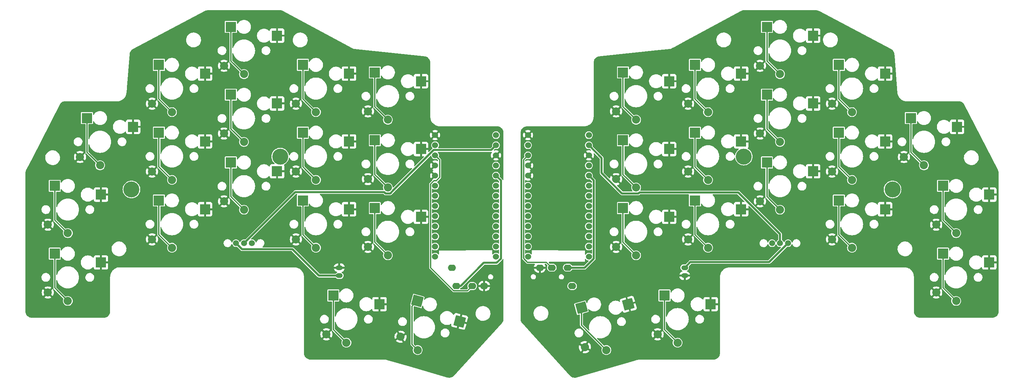
<source format=gbr>
%TF.GenerationSoftware,KiCad,Pcbnew,7.0.9*%
%TF.CreationDate,2024-04-08T09:31:46+08:00*%
%TF.ProjectId,kai_simple_v3,6b61695f-7369-46d7-906c-655f76332e6b,rev?*%
%TF.SameCoordinates,Original*%
%TF.FileFunction,Copper,L2,Bot*%
%TF.FilePolarity,Positive*%
%FSLAX46Y46*%
G04 Gerber Fmt 4.6, Leading zero omitted, Abs format (unit mm)*
G04 Created by KiCad (PCBNEW 7.0.9) date 2024-04-08 09:31:46*
%MOMM*%
%LPD*%
G01*
G04 APERTURE LIST*
G04 Aperture macros list*
%AMRotRect*
0 Rectangle, with rotation*
0 The origin of the aperture is its center*
0 $1 length*
0 $2 width*
0 $3 Rotation angle, in degrees counterclockwise*
0 Add horizontal line*
21,1,$1,$2,0,0,$3*%
G04 Aperture macros list end*
%TA.AperFunction,SMDPad,CuDef*%
%ADD10R,2.600000X2.600000*%
%TD*%
%TA.AperFunction,ComponentPad*%
%ADD11C,2.032000*%
%TD*%
%TA.AperFunction,SMDPad,CuDef*%
%ADD12RotRect,2.600000X2.600000X345.000000*%
%TD*%
%TA.AperFunction,ComponentPad*%
%ADD13C,1.500000*%
%TD*%
%TA.AperFunction,ComponentPad*%
%ADD14O,2.000000X1.600000*%
%TD*%
%TA.AperFunction,SMDPad,CuDef*%
%ADD15RotRect,2.600000X2.600000X15.000000*%
%TD*%
%TA.AperFunction,ComponentPad*%
%ADD16C,4.000000*%
%TD*%
%TA.AperFunction,ComponentPad*%
%ADD17C,1.524000*%
%TD*%
%TA.AperFunction,ComponentPad*%
%ADD18O,1.750000X1.200000*%
%TD*%
%TA.AperFunction,Conductor*%
%ADD19C,0.500000*%
%TD*%
%TA.AperFunction,Conductor*%
%ADD20C,0.300000*%
%TD*%
G04 APERTURE END LIST*
D10*
%TO.P,SW23,1,1*%
%TO.N,Switch23*%
X175315571Y-86128791D03*
D11*
X178590571Y-97978791D03*
%TO.P,SW23,2,2*%
%TO.N,gnd_right*%
X173590571Y-95878791D03*
D10*
X186865571Y-88328791D03*
%TD*%
D12*
%TO.P,SW17,1,1*%
%TO.N,Switch17*%
X123866851Y-126429339D03*
D11*
X123963253Y-138723192D03*
%TO.P,SW17,2,2*%
%TO.N,gnd_left*%
X119677143Y-135400653D03*
D12*
X134453893Y-131543736D03*
%TD*%
D10*
%TO.P,SW20,1,1*%
%TO.N,Switch20*%
X211315571Y-57698791D03*
D11*
X214590571Y-69548791D03*
%TO.P,SW20,2,2*%
%TO.N,gnd_right*%
X209590571Y-67448791D03*
D10*
X222865571Y-59898791D03*
%TD*%
%TO.P,SW9,1,1*%
%TO.N,Switch9*%
X95240693Y-84223791D03*
D11*
X98515693Y-96073791D03*
%TO.P,SW9,2,2*%
%TO.N,gnd_left*%
X93515693Y-93973791D03*
D10*
X106790693Y-86423791D03*
%TD*%
%TO.P,SW7,1,1*%
%TO.N,Switch7*%
X59240693Y-84223791D03*
D11*
X62515693Y-96073791D03*
%TO.P,SW7,2,2*%
%TO.N,gnd_left*%
X57515693Y-93973791D03*
D10*
X70790693Y-86423791D03*
%TD*%
D13*
%TO.P,J2,2*%
%TO.N,unconnected-(J2-Pad2)*%
X212590571Y-111936291D03*
%TO.P,J2,3*%
%TO.N,RAW_right*%
X214590571Y-111936291D03*
%TO.P,J2,4*%
%TO.N,BAT_IN_right*%
X216590571Y-111936291D03*
%TD*%
D10*
%TO.P,SW21,1,1*%
%TO.N,Switch21*%
X229315571Y-67223791D03*
D11*
X232590571Y-79073791D03*
%TO.P,SW21,2,2*%
%TO.N,gnd_right*%
X227590571Y-76973791D03*
D10*
X240865571Y-69423791D03*
%TD*%
%TO.P,SW22,1,1*%
%TO.N,Switch22*%
X247315571Y-80558791D03*
D11*
X250590571Y-92408791D03*
%TO.P,SW22,2,2*%
%TO.N,gnd_right*%
X245590571Y-90308791D03*
D10*
X258865571Y-82758791D03*
%TD*%
%TO.P,SW18,1,1*%
%TO.N,Switch18*%
X175315571Y-69128791D03*
D11*
X178590571Y-80978791D03*
%TO.P,SW18,2,2*%
%TO.N,gnd_right*%
X173590571Y-78878791D03*
D10*
X186865571Y-71328791D03*
%TD*%
%TO.P,SW16,1,1*%
%TO.N,Switch16*%
X102860693Y-125036291D03*
D11*
X106135693Y-136886291D03*
%TO.P,SW16,2,2*%
%TO.N,gnd_left*%
X101135693Y-134786291D03*
D10*
X114410693Y-127236291D03*
%TD*%
D14*
%TO.P,U1,1,SLEEVE*%
%TO.N,unconnected-(U1-SLEEVE-Pad1)*%
X132503131Y-118073141D03*
%TO.P,U1,2,TIP*%
%TO.N,VCC_left*%
X133603131Y-122673141D03*
%TO.P,U1,3,RING1*%
%TO.N,RX_left*%
X137603131Y-122673141D03*
%TO.P,U1,4,RING2*%
%TO.N,gnd_left*%
X140603131Y-122673141D03*
%TD*%
D10*
%TO.P,SW10,1,1*%
%TO.N,Switch10*%
X113240693Y-86128791D03*
D11*
X116515693Y-97978791D03*
%TO.P,SW10,2,2*%
%TO.N,gnd_left*%
X111515693Y-95878791D03*
D10*
X124790693Y-88328791D03*
%TD*%
D15*
%TO.P,SW33,1,1*%
%TO.N,Switch33*%
X164912599Y-128124604D03*
D11*
X171143011Y-138723192D03*
%TO.P,SW33,2,2*%
%TO.N,gnd_right*%
X165769862Y-137988843D03*
D15*
X176638444Y-127260281D03*
%TD*%
D16*
%TO.P,REF\u002A\u002A,1*%
%TO.N,N/C*%
X52377254Y-98464466D03*
X89574132Y-90218116D03*
%TD*%
D10*
%TO.P,SW12,1,1*%
%TO.N,Switch12*%
X59240693Y-101223791D03*
D11*
X62515693Y-113073791D03*
%TO.P,SW12,2,2*%
%TO.N,gnd_left*%
X57515693Y-110973791D03*
D10*
X70790693Y-103423791D03*
%TD*%
%TO.P,SW13,1,1*%
%TO.N,Switch13*%
X77240693Y-91698791D03*
D11*
X80515693Y-103548791D03*
%TO.P,SW13,2,2*%
%TO.N,gnd_left*%
X75515693Y-101448791D03*
D10*
X88790693Y-93898791D03*
%TD*%
%TO.P,SW30,1,1*%
%TO.N,Switch30*%
X211315571Y-91698791D03*
D11*
X214590571Y-103548791D03*
%TO.P,SW30,2,2*%
%TO.N,gnd_right*%
X209590571Y-101448791D03*
D10*
X222865571Y-93898791D03*
%TD*%
%TO.P,SW2,1,1*%
%TO.N,Switch2*%
X59240693Y-67223791D03*
D11*
X62515693Y-79073791D03*
%TO.P,SW2,2,2*%
%TO.N,gnd_left*%
X57515693Y-76973791D03*
D10*
X70790693Y-69423791D03*
%TD*%
D13*
%TO.P,J1,2*%
%TO.N,unconnected-(J1-Pad2)*%
X82515693Y-111936291D03*
%TO.P,J1,3*%
%TO.N,RAW_left*%
X80515693Y-111936291D03*
%TO.P,J1,4*%
%TO.N,BAT_IN_left*%
X78515693Y-111936291D03*
%TD*%
D10*
%TO.P,SW4,1,1*%
%TO.N,Switch4*%
X95240693Y-67223791D03*
D11*
X98515693Y-79073791D03*
%TO.P,SW4,2,2*%
%TO.N,gnd_left*%
X93515693Y-76973791D03*
D10*
X106790693Y-69423791D03*
%TD*%
D17*
%TO.P,Pro_Micro_nRF1,1,TX0/P0.06*%
%TO.N,Switch3*%
X128330989Y-87372791D03*
%TO.P,Pro_Micro_nRF1,2,RX1/P0.08*%
%TO.N,RX_left*%
X128330989Y-89912791D03*
%TO.P,Pro_Micro_nRF1,3,GND*%
%TO.N,gnd_left*%
X128330989Y-92452791D03*
%TO.P,Pro_Micro_nRF1,4,GND*%
X128330989Y-94992791D03*
%TO.P,Pro_Micro_nRF1,5,P0.17*%
%TO.N,Switch9*%
X128330989Y-97532791D03*
%TO.P,Pro_Micro_nRF1,6,P0.20*%
%TO.N,Switch2*%
X128330989Y-100072791D03*
%TO.P,Pro_Micro_nRF1,7,P0.22*%
%TO.N,Switch7*%
X128330989Y-102612791D03*
%TO.P,Pro_Micro_nRF1,8,P0.24*%
%TO.N,Switch13*%
X128330989Y-105152791D03*
%TO.P,Pro_Micro_nRF1,9,P1.00*%
%TO.N,Switch1*%
X128330989Y-107692791D03*
%TO.P,Pro_Micro_nRF1,10,P0.11*%
%TO.N,Switch14*%
X128330989Y-110232791D03*
%TO.P,Pro_Micro_nRF1,11,P1.04*%
%TO.N,Switch6*%
X128330989Y-112772791D03*
%TO.P,Pro_Micro_nRF1,12,P1.06*%
%TO.N,Switch11*%
X128330989Y-115312791D03*
%TO.P,Pro_Micro_nRF1,13,NFC1/P0.09*%
%TO.N,Switch16*%
X143550989Y-115312791D03*
%TO.P,Pro_Micro_nRF1,14,NFC2/P0.10*%
%TO.N,Switch17*%
X143550989Y-112772791D03*
%TO.P,Pro_Micro_nRF1,15,P1.11*%
%TO.N,Switch15*%
X143550989Y-110232791D03*
%TO.P,Pro_Micro_nRF1,16,P1.13*%
%TO.N,Switch12*%
X143550989Y-107692791D03*
%TO.P,Pro_Micro_nRF1,17,P1.15*%
%TO.N,Switch10*%
X143550989Y-105152791D03*
%TO.P,Pro_Micro_nRF1,18,AIN0/P0.02*%
%TO.N,Switch8*%
X143550989Y-102612791D03*
%TO.P,Pro_Micro_nRF1,19,AIN5/P0.29*%
%TO.N,Switch4*%
X143550989Y-100072791D03*
%TO.P,Pro_Micro_nRF1,20,AIN7/P0.31*%
%TO.N,Switch5*%
X143550989Y-97532791D03*
%TO.P,Pro_Micro_nRF1,21,VCC*%
%TO.N,VCC_left*%
X143550989Y-94992791D03*
%TO.P,Pro_Micro_nRF1,22,RST*%
%TO.N,unconnected-(Pro_Micro_nRF1-RST-Pad22)*%
X143550989Y-92452791D03*
%TO.P,Pro_Micro_nRF1,23,GND*%
%TO.N,gnd_left*%
X143550989Y-89912791D03*
%TO.P,Pro_Micro_nRF1,24,BATIN/P0.04*%
%TO.N,RAW_left*%
X143550989Y-87372791D03*
%TO.P,Pro_Micro_nRF1,25,GND*%
%TO.N,gnd_left*%
X128310989Y-84832791D03*
%TO.P,Pro_Micro_nRF1,26,BATIN*%
%TO.N,unconnected-(Pro_Micro_nRF1-BATIN-Pad26)*%
X143550989Y-84832791D03*
%TD*%
D10*
%TO.P,SW24,1,1*%
%TO.N,Switch24*%
X193315571Y-84223791D03*
D11*
X196590571Y-96073791D03*
%TO.P,SW24,2,2*%
%TO.N,gnd_right*%
X191590571Y-93973791D03*
D10*
X204865571Y-86423791D03*
%TD*%
%TO.P,SW11,1,1*%
%TO.N,Switch11*%
X33190693Y-114558791D03*
D11*
X36465693Y-126408791D03*
%TO.P,SW11,2,2*%
%TO.N,gnd_left*%
X31465693Y-124308791D03*
D10*
X44740693Y-116758791D03*
%TD*%
%TO.P,SW31,1,1*%
%TO.N,Switch31*%
X229315571Y-101223791D03*
D11*
X232590571Y-113073791D03*
%TO.P,SW31,2,2*%
%TO.N,gnd_right*%
X227590571Y-110973791D03*
D10*
X240865571Y-103423791D03*
%TD*%
%TO.P,SW26,1,1*%
%TO.N,Switch26*%
X229315571Y-84223791D03*
D11*
X232590571Y-96073791D03*
%TO.P,SW26,2,2*%
%TO.N,gnd_right*%
X227590571Y-93973791D03*
D10*
X240865571Y-86423791D03*
%TD*%
%TO.P,SW25,1,1*%
%TO.N,Switch25*%
X211315571Y-74698791D03*
D11*
X214590571Y-86548791D03*
%TO.P,SW25,2,2*%
%TO.N,gnd_right*%
X209590571Y-84448791D03*
D10*
X222865571Y-76898791D03*
%TD*%
%TO.P,SW1,1,1*%
%TO.N,Switch1*%
X41240693Y-80558791D03*
D11*
X44515693Y-92408791D03*
%TO.P,SW1,2,2*%
%TO.N,gnd_left*%
X39515693Y-90308791D03*
D10*
X52790693Y-82758791D03*
%TD*%
D18*
%TO.P,BT1,1,+*%
%TO.N,BAT_IN_left*%
X104360693Y-120073791D03*
%TO.P,BT1,2,-*%
%TO.N,gnd_left*%
X104360693Y-118073791D03*
%TD*%
D14*
%TO.P,U2,1,SLEEVE*%
%TO.N,unconnected-(U2-SLEEVE-Pad1)*%
X162603132Y-122673140D03*
%TO.P,U2,2,TIP*%
%TO.N,VCC_right*%
X161503132Y-118073140D03*
%TO.P,U2,3,RING1*%
%TO.N,RX_right*%
X157503132Y-118073140D03*
%TO.P,U2,4,RING2*%
%TO.N,gnd_right*%
X154503132Y-118073140D03*
%TD*%
D10*
%TO.P,SW27,1,1*%
%TO.N,Switch27*%
X255365571Y-97558791D03*
D11*
X258640571Y-109408791D03*
%TO.P,SW27,2,2*%
%TO.N,gnd_right*%
X253640571Y-107308791D03*
D10*
X266915571Y-99758791D03*
%TD*%
%TO.P,SW14,1,1*%
%TO.N,Switch14*%
X95240693Y-101223791D03*
D11*
X98515693Y-113073791D03*
%TO.P,SW14,2,2*%
%TO.N,gnd_left*%
X93515693Y-110973791D03*
D10*
X106790693Y-103423791D03*
%TD*%
%TO.P,SW6,1,1*%
%TO.N,Switch6*%
X33190693Y-97558791D03*
D11*
X36465693Y-109408791D03*
%TO.P,SW6,2,2*%
%TO.N,gnd_left*%
X31465693Y-107308791D03*
D10*
X44740693Y-99758791D03*
%TD*%
%TO.P,SW29,1,1*%
%TO.N,Switch29*%
X193315571Y-101223791D03*
D11*
X196590571Y-113073791D03*
%TO.P,SW29,2,2*%
%TO.N,gnd_right*%
X191590571Y-110973791D03*
D10*
X204865571Y-103423791D03*
%TD*%
D18*
%TO.P,BT2,1,+*%
%TO.N,BAT_IN_right*%
X190745571Y-118073791D03*
%TO.P,BT2,2,-*%
%TO.N,gnd_right*%
X190745571Y-120073791D03*
%TD*%
D10*
%TO.P,SW15,1,1*%
%TO.N,Switch15*%
X113240693Y-103128791D03*
D11*
X116515693Y-114978791D03*
%TO.P,SW15,2,2*%
%TO.N,gnd_left*%
X111515693Y-112878791D03*
D10*
X124790693Y-105328791D03*
%TD*%
%TO.P,SW8,1,1*%
%TO.N,Switch8*%
X77240693Y-74698791D03*
D11*
X80515693Y-86548791D03*
%TO.P,SW8,2,2*%
%TO.N,gnd_left*%
X75515693Y-84448791D03*
D10*
X88790693Y-76898791D03*
%TD*%
%TO.P,SW34,1,1*%
%TO.N,Switch34*%
X185695571Y-125036291D03*
D11*
X188970571Y-136886291D03*
%TO.P,SW34,2,2*%
%TO.N,gnd_right*%
X183970571Y-134786291D03*
D10*
X197245571Y-127236291D03*
%TD*%
%TO.P,SW32,1,1*%
%TO.N,Switch32*%
X255365571Y-114558791D03*
D11*
X258640571Y-126408791D03*
%TO.P,SW32,2,2*%
%TO.N,gnd_right*%
X253640571Y-124308791D03*
D10*
X266915571Y-116758791D03*
%TD*%
%TO.P,SW5,1,1*%
%TO.N,Switch5*%
X113240693Y-69128791D03*
D11*
X116515693Y-80978791D03*
%TO.P,SW5,2,2*%
%TO.N,gnd_left*%
X111515693Y-78878791D03*
D10*
X124790693Y-71328791D03*
%TD*%
%TO.P,SW28,1,1*%
%TO.N,Switch28*%
X175315571Y-103128791D03*
D11*
X178590571Y-114978791D03*
%TO.P,SW28,2,2*%
%TO.N,gnd_right*%
X173590571Y-112878791D03*
D10*
X186865571Y-105328791D03*
%TD*%
D17*
%TO.P,Pro_Micro_nRF2,1,TX0/P0.06*%
%TO.N,Switch18*%
X151558075Y-87372791D03*
%TO.P,Pro_Micro_nRF2,2,RX1/P0.08*%
%TO.N,RX_right*%
X151558075Y-89912791D03*
%TO.P,Pro_Micro_nRF2,3,GND*%
%TO.N,gnd_right*%
X151558075Y-92452791D03*
%TO.P,Pro_Micro_nRF2,4,GND*%
X151558075Y-94992791D03*
%TO.P,Pro_Micro_nRF2,5,P0.17*%
%TO.N,Switch19*%
X151558075Y-97532791D03*
%TO.P,Pro_Micro_nRF2,6,P0.20*%
%TO.N,Switch20*%
X151558075Y-100072791D03*
%TO.P,Pro_Micro_nRF2,7,P0.22*%
%TO.N,Switch25*%
X151558075Y-102612791D03*
%TO.P,Pro_Micro_nRF2,8,P0.24*%
%TO.N,Switch23*%
X151558075Y-105152791D03*
%TO.P,Pro_Micro_nRF2,9,P1.00*%
%TO.N,Switch29*%
X151558075Y-107692791D03*
%TO.P,Pro_Micro_nRF2,10,P0.11*%
%TO.N,Switch28*%
X151558075Y-110232791D03*
%TO.P,Pro_Micro_nRF2,11,P1.04*%
%TO.N,Switch33*%
X151558075Y-112772791D03*
%TO.P,Pro_Micro_nRF2,12,P1.06*%
%TO.N,Switch34*%
X151558075Y-115312791D03*
%TO.P,Pro_Micro_nRF2,13,NFC1/P0.09*%
%TO.N,Switch32*%
X166778075Y-115312791D03*
%TO.P,Pro_Micro_nRF2,14,NFC2/P0.10*%
%TO.N,Switch27*%
X166778075Y-112772791D03*
%TO.P,Pro_Micro_nRF2,15,P1.11*%
%TO.N,Switch31*%
X166778075Y-110232791D03*
%TO.P,Pro_Micro_nRF2,16,P1.13*%
%TO.N,Switch22*%
X166778075Y-107692791D03*
%TO.P,Pro_Micro_nRF2,17,P1.15*%
%TO.N,Switch30*%
X166778075Y-105152791D03*
%TO.P,Pro_Micro_nRF2,18,AIN0/P0.02*%
%TO.N,Switch26*%
X166778075Y-102612791D03*
%TO.P,Pro_Micro_nRF2,19,AIN5/P0.29*%
%TO.N,Switch21*%
X166778075Y-100072791D03*
%TO.P,Pro_Micro_nRF2,20,AIN7/P0.31*%
%TO.N,Switch24*%
X166778075Y-97532791D03*
%TO.P,Pro_Micro_nRF2,21,VCC*%
%TO.N,VCC_right*%
X166778075Y-94992791D03*
%TO.P,Pro_Micro_nRF2,22,RST*%
%TO.N,unconnected-(Pro_Micro_nRF2-RST-Pad22)*%
X166778075Y-92452791D03*
%TO.P,Pro_Micro_nRF2,23,GND*%
%TO.N,gnd_right*%
X166778075Y-89912791D03*
%TO.P,Pro_Micro_nRF2,24,BATIN/P0.04*%
%TO.N,RAW_right*%
X166778075Y-87372791D03*
%TO.P,Pro_Micro_nRF2,25,GND*%
%TO.N,gnd_right*%
X151538075Y-84832791D03*
%TO.P,Pro_Micro_nRF2,26,BATIN*%
%TO.N,unconnected-(Pro_Micro_nRF2-BATIN-Pad26)*%
X166778075Y-84832791D03*
%TD*%
D10*
%TO.P,SW19,1,1*%
%TO.N,Switch19*%
X193315571Y-67223791D03*
D11*
X196590571Y-79073791D03*
%TO.P,SW19,2,2*%
%TO.N,gnd_right*%
X191590571Y-76973791D03*
D10*
X204865571Y-69423791D03*
%TD*%
%TO.P,SW3,1,1*%
%TO.N,Switch3*%
X77240693Y-57698791D03*
D11*
X80515693Y-69548791D03*
%TO.P,SW3,2,2*%
%TO.N,gnd_left*%
X75515693Y-67448791D03*
D10*
X88790693Y-59898791D03*
%TD*%
D16*
%TO.P,REF\u002A\u002A,1*%
%TO.N,N/C*%
X242729010Y-98464466D03*
X205532132Y-90218116D03*
%TD*%
D19*
%TO.N,BAT_IN_left*%
X80015693Y-113436291D02*
X78515693Y-111936291D01*
X99266282Y-120073791D02*
X92628782Y-113436291D01*
X104360693Y-120073791D02*
X99266282Y-120073791D01*
X92628782Y-113436291D02*
X80015693Y-113436291D01*
%TO.N,BAT_IN_right*%
X211866221Y-116660641D02*
X192158721Y-116660641D01*
X192158721Y-116660641D02*
X190745571Y-118073791D01*
X216590571Y-111936291D02*
X211866221Y-116660641D01*
%TO.N,RAW_left*%
X80515693Y-111936291D02*
X93331343Y-99120641D01*
X117981693Y-98516230D02*
X127913132Y-88584791D01*
X117981693Y-98586029D02*
X117981693Y-98516230D01*
X115584305Y-99120641D02*
X115914305Y-99450641D01*
X93331343Y-99120641D02*
X115584305Y-99120641D01*
X127913132Y-88584791D02*
X142338989Y-88584791D01*
X115914305Y-99450641D02*
X117117081Y-99450641D01*
X142338989Y-88584791D02*
X143550989Y-87372791D01*
X117117081Y-99450641D02*
X117981693Y-98586029D01*
%TO.N,RAW_right*%
X169973132Y-94350641D02*
X169973132Y-90567848D01*
X179418809Y-99223791D02*
X179197809Y-99444791D01*
X204165571Y-99223791D02*
X179418809Y-99223791D01*
X175067282Y-99444791D02*
X169973132Y-94350641D01*
X214590571Y-109648791D02*
X204165571Y-99223791D01*
X214590571Y-111936291D02*
X214590571Y-109648791D01*
X169973132Y-90567848D02*
X166778075Y-87372791D01*
X179197809Y-99444791D02*
X175067282Y-99444791D01*
D20*
%TO.N,Switch3*%
X80515693Y-69548791D02*
X77240693Y-66273791D01*
X77240693Y-66273791D02*
X77240693Y-57698791D01*
%TO.N,RX_left*%
X136435631Y-123840641D02*
X137603131Y-122673141D01*
X127203132Y-118099488D02*
X132944285Y-123840641D01*
X128330989Y-89912791D02*
X129442989Y-91024791D01*
X127203132Y-97088042D02*
X127203132Y-118099488D01*
X129442989Y-95453397D02*
X128635745Y-96260641D01*
X132944285Y-123840641D02*
X136435631Y-123840641D01*
X129442989Y-91024791D02*
X129442989Y-95453397D01*
X128030533Y-96260641D02*
X127203132Y-97088042D01*
X128635745Y-96260641D02*
X128030533Y-96260641D01*
%TO.N,Switch9*%
X98515693Y-96073791D02*
X95240693Y-92798791D01*
X95240693Y-92798791D02*
X95240693Y-84223791D01*
%TO.N,Switch2*%
X59240693Y-75798791D02*
X59240693Y-67223791D01*
X62515693Y-79073791D02*
X59240693Y-75798791D01*
%TO.N,Switch7*%
X59240693Y-92798791D02*
X59240693Y-84223791D01*
X62515693Y-96073791D02*
X59240693Y-92798791D01*
%TO.N,Switch13*%
X77240693Y-100273791D02*
X77240693Y-91698791D01*
X80515693Y-103548791D02*
X77240693Y-100273791D01*
%TO.N,Switch12*%
X59240693Y-109798791D02*
X59240693Y-101223791D01*
X62515693Y-113073791D02*
X59240693Y-109798791D01*
%TO.N,Switch1*%
X41240693Y-89133791D02*
X44515693Y-92408791D01*
X41240693Y-80558791D02*
X41240693Y-89133791D01*
%TO.N,Switch6*%
X36465693Y-109408791D02*
X33190693Y-106133791D01*
X33190693Y-106133791D02*
X33190693Y-97558791D01*
%TO.N,Switch11*%
X33190693Y-123133791D02*
X33190693Y-114558791D01*
X36465693Y-126408791D02*
X33190693Y-123133791D01*
%TO.N,Switch16*%
X102860693Y-133611291D02*
X102860693Y-125036291D01*
X106135693Y-136886291D02*
X102860693Y-133611291D01*
%TO.N,Switch17*%
X122565285Y-127730905D02*
X123866851Y-126429339D01*
X122565285Y-137325224D02*
X122565285Y-127730905D01*
X123963253Y-138723192D02*
X122565285Y-137325224D01*
%TO.N,Switch15*%
X113240693Y-111703791D02*
X113240693Y-103128791D01*
X116515693Y-114978791D02*
X113240693Y-111703791D01*
%TO.N,Switch14*%
X95240693Y-109798791D02*
X95240693Y-101223791D01*
X98515693Y-113073791D02*
X95240693Y-109798791D01*
%TO.N,Switch10*%
X116515693Y-97978791D02*
X113240693Y-94703791D01*
X113240693Y-94703791D02*
X113240693Y-86128791D01*
%TO.N,Switch8*%
X80515693Y-86548791D02*
X77240693Y-83273791D01*
X77240693Y-83273791D02*
X77240693Y-74698791D01*
%TO.N,Switch4*%
X98515693Y-79073791D02*
X95240693Y-75798791D01*
X95240693Y-75798791D02*
X95240693Y-67223791D01*
%TO.N,Switch5*%
X113240693Y-77703791D02*
X113240693Y-69128791D01*
X116515693Y-80978791D02*
X113240693Y-77703791D01*
D19*
%TO.N,VCC_left*%
X134703131Y-122673141D02*
X140517981Y-116858291D01*
X140517981Y-116858291D02*
X143725482Y-116858291D01*
X133603131Y-122673141D02*
X134703131Y-122673141D01*
X144762989Y-96204791D02*
X143550989Y-94992791D01*
X143725482Y-116858291D02*
X144762989Y-115820784D01*
X144762989Y-115820784D02*
X144762989Y-96204791D01*
D20*
%TO.N,Switch18*%
X175315571Y-77703791D02*
X175315571Y-69128791D01*
X178590571Y-80978791D02*
X175315571Y-77703791D01*
%TO.N,RX_right*%
X151430969Y-116758291D02*
X150446075Y-115773397D01*
X150446075Y-115773397D02*
X150446075Y-91024791D01*
X157503132Y-118073140D02*
X156188283Y-116758291D01*
X156188283Y-116758291D02*
X151430969Y-116758291D01*
X150446075Y-91024791D02*
X151558075Y-89912791D01*
%TO.N,Switch19*%
X196590571Y-79073791D02*
X193315571Y-75798791D01*
X193315571Y-75798791D02*
X193315571Y-67223791D01*
%TO.N,Switch20*%
X214590571Y-69548791D02*
X211315571Y-66273791D01*
X211315571Y-66273791D02*
X211315571Y-57698791D01*
%TO.N,Switch25*%
X211315571Y-83273791D02*
X211315571Y-74698791D01*
X214590571Y-86548791D02*
X211315571Y-83273791D01*
%TO.N,Switch23*%
X175315571Y-94703791D02*
X175315571Y-86128791D01*
X178590571Y-97978791D02*
X175315571Y-94703791D01*
%TO.N,Switch29*%
X193315571Y-109798791D02*
X193315571Y-101223791D01*
X196590571Y-113073791D02*
X193315571Y-109798791D01*
%TO.N,Switch28*%
X175315571Y-111703791D02*
X175315571Y-103128791D01*
X178590571Y-114978791D02*
X175315571Y-111703791D01*
%TO.N,Switch33*%
X171143011Y-138723192D02*
X164912599Y-132492780D01*
X164912599Y-132492780D02*
X164912599Y-128124604D01*
%TO.N,Switch34*%
X185695571Y-133611291D02*
X185695571Y-125036291D01*
X188970571Y-136886291D02*
X185695571Y-133611291D01*
%TO.N,Switch32*%
X258640571Y-126408791D02*
X255365571Y-123133791D01*
X255365571Y-123133791D02*
X255365571Y-114558791D01*
%TO.N,Switch27*%
X258640571Y-109408791D02*
X255365571Y-106133791D01*
X255365571Y-106133791D02*
X255365571Y-97558791D01*
%TO.N,Switch31*%
X229315571Y-109798791D02*
X229315571Y-101223791D01*
X232590571Y-113073791D02*
X229315571Y-109798791D01*
%TO.N,Switch22*%
X247315571Y-89133791D02*
X247315571Y-80558791D01*
X250590571Y-92408791D02*
X247315571Y-89133791D01*
%TO.N,Switch30*%
X211315571Y-100273791D02*
X211315571Y-91698791D01*
X214590571Y-103548791D02*
X211315571Y-100273791D01*
%TO.N,Switch26*%
X229315571Y-92798791D02*
X229315571Y-84223791D01*
X232590571Y-96073791D02*
X229315571Y-92798791D01*
%TO.N,Switch21*%
X232590571Y-79073791D02*
X229315571Y-75798791D01*
X229315571Y-75798791D02*
X229315571Y-67223791D01*
%TO.N,Switch24*%
X196590571Y-96073791D02*
X193315571Y-92798791D01*
X193315571Y-92798791D02*
X193315571Y-84223791D01*
D19*
%TO.N,VCC_right*%
X167990075Y-96204791D02*
X166778075Y-94992791D01*
X165731753Y-118073140D02*
X167990075Y-115814818D01*
X167990075Y-115814818D02*
X167990075Y-96204791D01*
X161503132Y-118073140D02*
X165731753Y-118073140D01*
%TD*%
%TA.AperFunction,Conductor*%
%TO.N,gnd_right*%
G36*
X175113671Y-94997793D02*
G01*
X175118162Y-95002065D01*
X177456140Y-97340042D01*
X177489625Y-97401365D01*
X177484641Y-97471057D01*
X177480842Y-97480127D01*
X177443067Y-97561136D01*
X177443065Y-97561141D01*
X177387977Y-97766735D01*
X177387975Y-97766746D01*
X177369424Y-97978789D01*
X177369424Y-97978792D01*
X177387975Y-98190835D01*
X177387977Y-98190846D01*
X177443065Y-98396440D01*
X177443067Y-98396444D01*
X177443068Y-98396448D01*
X177503453Y-98525944D01*
X177533027Y-98589365D01*
X177533029Y-98589369D01*
X177655114Y-98763724D01*
X177655119Y-98763730D01*
X177673999Y-98782610D01*
X177707484Y-98843933D01*
X177702500Y-98913625D01*
X177660628Y-98969558D01*
X177595164Y-98993975D01*
X177586318Y-98994291D01*
X175305248Y-98994291D01*
X175238209Y-98974606D01*
X175217567Y-98957972D01*
X173833335Y-97573740D01*
X173799850Y-97512417D01*
X173804834Y-97442725D01*
X173846706Y-97386792D01*
X173892068Y-97365485D01*
X174060496Y-97325048D01*
X174280945Y-97233735D01*
X174473787Y-97115560D01*
X173826547Y-96468320D01*
X173898916Y-96439668D01*
X174028713Y-96345365D01*
X174130981Y-96221745D01*
X174180930Y-96115597D01*
X174827340Y-96762007D01*
X174945515Y-96569165D01*
X175036828Y-96348716D01*
X175092537Y-96116674D01*
X175111258Y-95878791D01*
X175092537Y-95640907D01*
X175036828Y-95408865D01*
X174945515Y-95188416D01*
X174924754Y-95154537D01*
X174906509Y-95087091D01*
X174927625Y-95020489D01*
X174981396Y-94975875D01*
X175050751Y-94967414D01*
X175113671Y-94997793D01*
G37*
%TD.AperFunction*%
%TA.AperFunction,Conductor*%
G36*
X223662365Y-53522040D02*
G01*
X223974037Y-53569263D01*
X223991923Y-53573346D01*
X224111112Y-53610019D01*
X224115119Y-53611405D01*
X224240344Y-53659569D01*
X224245795Y-53661972D01*
X224443132Y-53760641D01*
X242371355Y-63249701D01*
X242374846Y-63251696D01*
X242500706Y-63329148D01*
X242505397Y-63332339D01*
X242620796Y-63418889D01*
X242625298Y-63422610D01*
X242731041Y-63518740D01*
X242735041Y-63522724D01*
X242841067Y-63638388D01*
X242844963Y-63643082D01*
X242882378Y-63692969D01*
X242957202Y-63792735D01*
X242967732Y-63809382D01*
X243061630Y-63987789D01*
X243064333Y-63993643D01*
X243121890Y-64137535D01*
X243124030Y-64143849D01*
X243190075Y-64379725D01*
X243194158Y-64401933D01*
X243253132Y-65050641D01*
X243983131Y-74320637D01*
X243983133Y-74320648D01*
X244043132Y-74620641D01*
X244113132Y-74840641D01*
X244113136Y-74840651D01*
X244263126Y-75170630D01*
X244263130Y-75170637D01*
X244263132Y-75170641D01*
X244483132Y-75490641D01*
X244516816Y-75527533D01*
X244693122Y-75720630D01*
X244693134Y-75720643D01*
X244719664Y-75744225D01*
X244873132Y-75880641D01*
X245083132Y-76020641D01*
X245253132Y-76120641D01*
X245253137Y-76120643D01*
X245253144Y-76120647D01*
X245493126Y-76230639D01*
X245493131Y-76230640D01*
X245493132Y-76230641D01*
X245574234Y-76256252D01*
X245683129Y-76290640D01*
X245683131Y-76290640D01*
X245683132Y-76290641D01*
X245893132Y-76340641D01*
X246113132Y-76370641D01*
X246333132Y-76380641D01*
X259553650Y-76380641D01*
X259572504Y-76382083D01*
X259589447Y-76384689D01*
X259691137Y-76400334D01*
X259695108Y-76401080D01*
X259783132Y-76420641D01*
X259820844Y-76430069D01*
X259825391Y-76431394D01*
X259940047Y-76469613D01*
X259946098Y-76471989D01*
X260050276Y-76519342D01*
X260055847Y-76522225D01*
X260170437Y-76589069D01*
X260175667Y-76592484D01*
X260280528Y-76668747D01*
X260285527Y-76672797D01*
X260380381Y-76758165D01*
X260385565Y-76763422D01*
X260442658Y-76828672D01*
X260460247Y-76854872D01*
X260494139Y-76922655D01*
X260503132Y-76940641D01*
X268971780Y-93378018D01*
X268974228Y-93383383D01*
X269151904Y-93827571D01*
X269154024Y-93833815D01*
X269239447Y-94137538D01*
X269243887Y-94164233D01*
X269263037Y-94508940D01*
X269263132Y-94512360D01*
X269263132Y-129056657D01*
X269262622Y-129064587D01*
X269243308Y-129214277D01*
X269224486Y-129360146D01*
X269220023Y-129380744D01*
X269146895Y-129618410D01*
X269136950Y-129641845D01*
X268987840Y-129912107D01*
X268977148Y-129928334D01*
X268848962Y-130093144D01*
X268836224Y-130107164D01*
X268666099Y-130267838D01*
X268659822Y-130273031D01*
X268491282Y-130394753D01*
X268474137Y-130405138D01*
X268271780Y-130506317D01*
X268253922Y-130513571D01*
X268046678Y-130579511D01*
X268039474Y-130581337D01*
X267837183Y-130619869D01*
X267829013Y-130620869D01*
X267654832Y-130630546D01*
X267651413Y-130630641D01*
X249616845Y-130630641D01*
X249609451Y-130630199D01*
X249367384Y-130601150D01*
X249358982Y-130599549D01*
X249175509Y-130551266D01*
X249170804Y-130549826D01*
X249079503Y-130517871D01*
X248983832Y-130484386D01*
X248963283Y-130475013D01*
X248773197Y-130366392D01*
X248754308Y-130353124D01*
X248631758Y-130248730D01*
X248504088Y-130139974D01*
X248484605Y-130119044D01*
X248252991Y-129804049D01*
X248237157Y-129775107D01*
X248097921Y-129413093D01*
X248091102Y-129387450D01*
X248054574Y-129150014D01*
X248053132Y-129131159D01*
X248053132Y-124308791D01*
X252119883Y-124308791D01*
X252138604Y-124546674D01*
X252194313Y-124778716D01*
X252285627Y-124999169D01*
X252403800Y-125192007D01*
X253049927Y-124545880D01*
X253061439Y-124581310D01*
X253147406Y-124716772D01*
X253264361Y-124826600D01*
X253401126Y-124901787D01*
X252757353Y-125545560D01*
X252757353Y-125545561D01*
X252950192Y-125663734D01*
X253170646Y-125755048D01*
X253170643Y-125755048D01*
X253402687Y-125810757D01*
X253640571Y-125829478D01*
X253878454Y-125810757D01*
X254110496Y-125755048D01*
X254330945Y-125663735D01*
X254523787Y-125545560D01*
X253876548Y-124898320D01*
X253948916Y-124869668D01*
X254078713Y-124775365D01*
X254180981Y-124651745D01*
X254230930Y-124545597D01*
X254877340Y-125192007D01*
X254995515Y-124999165D01*
X255086828Y-124778716D01*
X255142537Y-124546674D01*
X255161258Y-124308791D01*
X255142537Y-124070907D01*
X255086828Y-123838865D01*
X254995515Y-123618416D01*
X254974754Y-123584537D01*
X254956509Y-123517091D01*
X254977625Y-123450489D01*
X255031396Y-123405875D01*
X255100751Y-123397414D01*
X255163671Y-123427793D01*
X255168162Y-123432065D01*
X257506140Y-125770042D01*
X257539625Y-125831365D01*
X257534641Y-125901057D01*
X257530842Y-125910127D01*
X257493067Y-125991136D01*
X257493065Y-125991141D01*
X257437977Y-126196735D01*
X257437975Y-126196746D01*
X257419424Y-126408789D01*
X257419424Y-126408792D01*
X257437975Y-126620835D01*
X257437977Y-126620846D01*
X257493065Y-126826440D01*
X257493067Y-126826444D01*
X257493068Y-126826448D01*
X257552590Y-126954093D01*
X257583027Y-127019365D01*
X257583029Y-127019369D01*
X257705114Y-127193724D01*
X257705119Y-127193730D01*
X257855631Y-127344242D01*
X257855637Y-127344247D01*
X258029992Y-127466332D01*
X258029994Y-127466333D01*
X258029997Y-127466335D01*
X258222914Y-127556294D01*
X258428521Y-127611386D01*
X258579985Y-127624637D01*
X258640569Y-127629938D01*
X258640571Y-127629938D01*
X258640573Y-127629938D01*
X258693583Y-127625300D01*
X258852621Y-127611386D01*
X259058228Y-127556294D01*
X259251145Y-127466335D01*
X259425509Y-127344244D01*
X259576024Y-127193729D01*
X259698115Y-127019365D01*
X259788074Y-126826448D01*
X259843166Y-126620841D01*
X259861718Y-126408791D01*
X259860885Y-126399274D01*
X259856417Y-126348205D01*
X259843166Y-126196741D01*
X259798520Y-126030118D01*
X259788076Y-125991141D01*
X259788075Y-125991140D01*
X259788074Y-125991134D01*
X259698115Y-125798218D01*
X259689493Y-125785905D01*
X259576025Y-125623854D01*
X259511038Y-125558867D01*
X259425509Y-125473338D01*
X259425505Y-125473335D01*
X259425504Y-125473334D01*
X259251149Y-125351249D01*
X259251145Y-125351247D01*
X259058228Y-125261288D01*
X259058224Y-125261287D01*
X259058220Y-125261285D01*
X258852626Y-125206197D01*
X258852622Y-125206196D01*
X258852621Y-125206196D01*
X258852620Y-125206195D01*
X258852615Y-125206195D01*
X258640573Y-125187644D01*
X258640569Y-125187644D01*
X258428526Y-125206195D01*
X258428515Y-125206197D01*
X258222921Y-125261285D01*
X258222916Y-125261287D01*
X258141907Y-125299062D01*
X258072829Y-125309553D01*
X258009045Y-125281033D01*
X258001822Y-125274360D01*
X255752390Y-123024928D01*
X255718905Y-122963605D01*
X255716071Y-122937247D01*
X255716071Y-121267790D01*
X255735756Y-121200751D01*
X255788560Y-121154996D01*
X255857718Y-121145052D01*
X255921274Y-121174077D01*
X255958456Y-121230900D01*
X256040683Y-121494777D01*
X256040687Y-121494788D01*
X256040688Y-121494791D01*
X256040690Y-121494796D01*
X256178496Y-121800988D01*
X256333605Y-122057569D01*
X256352209Y-122088344D01*
X256559284Y-122352655D01*
X256796706Y-122590077D01*
X257061017Y-122797152D01*
X257061022Y-122797155D01*
X257061026Y-122797158D01*
X257348374Y-122970866D01*
X257654566Y-123108672D01*
X257654576Y-123108675D01*
X257654584Y-123108678D01*
X257964007Y-123205098D01*
X257975136Y-123208566D01*
X258305410Y-123269090D01*
X258472940Y-123279224D01*
X258556704Y-123284291D01*
X258556706Y-123284291D01*
X258724438Y-123284291D01*
X258796234Y-123279947D01*
X258975732Y-123269090D01*
X259306006Y-123208566D01*
X259626576Y-123108672D01*
X259932768Y-122970866D01*
X260220116Y-122797158D01*
X260484432Y-122590080D01*
X260721860Y-122352652D01*
X260887536Y-122141182D01*
X260928932Y-122088344D01*
X260928932Y-122088342D01*
X260928938Y-122088336D01*
X261102646Y-121800988D01*
X261240452Y-121494796D01*
X261340346Y-121174226D01*
X261400870Y-120843952D01*
X261421144Y-120508791D01*
X261417959Y-120456146D01*
X263035414Y-120456146D01*
X263045423Y-120666250D01*
X263095013Y-120870662D01*
X263146210Y-120982768D01*
X263182391Y-121061995D01*
X263182395Y-121062001D01*
X263304397Y-121233330D01*
X263304402Y-121233335D01*
X263456634Y-121378488D01*
X263633585Y-121492207D01*
X263828859Y-121570384D01*
X263957655Y-121595207D01*
X264035399Y-121610191D01*
X264035400Y-121610191D01*
X264193032Y-121610191D01*
X264193039Y-121610191D01*
X264349960Y-121595207D01*
X264551782Y-121535947D01*
X264738741Y-121439562D01*
X264904081Y-121309538D01*
X265041826Y-121150572D01*
X265146997Y-120968410D01*
X265215793Y-120769637D01*
X265245728Y-120561436D01*
X265235719Y-120351332D01*
X265186129Y-120146920D01*
X265098750Y-119955586D01*
X265098475Y-119955200D01*
X264976744Y-119784251D01*
X264976738Y-119784245D01*
X264824510Y-119639096D01*
X264824508Y-119639094D01*
X264647557Y-119525375D01*
X264647555Y-119525374D01*
X264452292Y-119447201D01*
X264452285Y-119447198D01*
X264452283Y-119447198D01*
X264452280Y-119447197D01*
X264452279Y-119447197D01*
X264245743Y-119407391D01*
X264245742Y-119407391D01*
X264088103Y-119407391D01*
X263931182Y-119422375D01*
X263931178Y-119422376D01*
X263729362Y-119481634D01*
X263542402Y-119578019D01*
X263377061Y-119708043D01*
X263377060Y-119708044D01*
X263239320Y-119867005D01*
X263239311Y-119867016D01*
X263134145Y-120049170D01*
X263065350Y-120247939D01*
X263065349Y-120247944D01*
X263065349Y-120247945D01*
X263035414Y-120456146D01*
X261417959Y-120456146D01*
X261400870Y-120173630D01*
X261340346Y-119843356D01*
X261302219Y-119721003D01*
X261240458Y-119522804D01*
X261240454Y-119522793D01*
X261240452Y-119522786D01*
X261102646Y-119216594D01*
X260928938Y-118929246D01*
X260928935Y-118929242D01*
X260928932Y-118929237D01*
X260721857Y-118664926D01*
X260484435Y-118427504D01*
X260220124Y-118220429D01*
X260201511Y-118209177D01*
X259932768Y-118046716D01*
X259626576Y-117908910D01*
X259626571Y-117908908D01*
X259626568Y-117908907D01*
X259626557Y-117908903D01*
X259306005Y-117809015D01*
X258975727Y-117748491D01*
X258724438Y-117733291D01*
X258724436Y-117733291D01*
X258556706Y-117733291D01*
X258556704Y-117733291D01*
X258305414Y-117748491D01*
X257975136Y-117809015D01*
X257654584Y-117908903D01*
X257654573Y-117908907D01*
X257654567Y-117908909D01*
X257654566Y-117908910D01*
X257588642Y-117938580D01*
X257350863Y-118045596D01*
X257348374Y-118046716D01*
X257303582Y-118073794D01*
X257061017Y-118220429D01*
X256796706Y-118427504D01*
X256559284Y-118664926D01*
X256352209Y-118929237D01*
X256280451Y-119047940D01*
X256178496Y-119216594D01*
X256041367Y-119521283D01*
X256040687Y-119522793D01*
X256040683Y-119522804D01*
X255958456Y-119786681D01*
X255919719Y-119844829D01*
X255855693Y-119872803D01*
X255786708Y-119861721D01*
X255734665Y-119815103D01*
X255716071Y-119749791D01*
X255716071Y-116889978D01*
X261890071Y-116889978D01*
X261903705Y-116980429D01*
X261929175Y-117149406D01*
X261929176Y-117149408D01*
X261929177Y-117149414D01*
X262006509Y-117400117D01*
X262120338Y-117636487D01*
X262120339Y-117636488D01*
X262120341Y-117636491D01*
X262120343Y-117636495D01*
X262247595Y-117823139D01*
X262268138Y-117853270D01*
X262446585Y-118045592D01*
X262446589Y-118045595D01*
X262446590Y-118045596D01*
X262651714Y-118209177D01*
X262878928Y-118340359D01*
X263123155Y-118436211D01*
X263378941Y-118494593D01*
X263378947Y-118494593D01*
X263378950Y-118494594D01*
X263575071Y-118509291D01*
X263575077Y-118509291D01*
X263706071Y-118509291D01*
X263902191Y-118494594D01*
X263902193Y-118494593D01*
X263902201Y-118494593D01*
X264157987Y-118436211D01*
X264402214Y-118340359D01*
X264629428Y-118209177D01*
X264834552Y-118045596D01*
X264856258Y-118022203D01*
X264863143Y-118014781D01*
X264900672Y-117974334D01*
X264960700Y-117938580D01*
X265030529Y-117940955D01*
X265087990Y-117980705D01*
X265114838Y-118045210D01*
X265115571Y-118058676D01*
X265115571Y-118106635D01*
X265121972Y-118166163D01*
X265121974Y-118166170D01*
X265172216Y-118300877D01*
X265172220Y-118300884D01*
X265258380Y-118415978D01*
X265258383Y-118415981D01*
X265373477Y-118502141D01*
X265373484Y-118502145D01*
X265508191Y-118552387D01*
X265508198Y-118552389D01*
X265567726Y-118558790D01*
X265567743Y-118558791D01*
X266665571Y-118558791D01*
X266665571Y-117008791D01*
X267165571Y-117008791D01*
X267165571Y-118558791D01*
X268263399Y-118558791D01*
X268263415Y-118558790D01*
X268322943Y-118552389D01*
X268322950Y-118552387D01*
X268457657Y-118502145D01*
X268457664Y-118502141D01*
X268572758Y-118415981D01*
X268572761Y-118415978D01*
X268658921Y-118300884D01*
X268658925Y-118300877D01*
X268709167Y-118166170D01*
X268709169Y-118166163D01*
X268715570Y-118106635D01*
X268715571Y-118106618D01*
X268715571Y-117008791D01*
X267165571Y-117008791D01*
X266665571Y-117008791D01*
X266665571Y-114958791D01*
X267165571Y-114958791D01*
X267165571Y-116508791D01*
X268715571Y-116508791D01*
X268715571Y-115410963D01*
X268715570Y-115410946D01*
X268709169Y-115351418D01*
X268709167Y-115351411D01*
X268658925Y-115216704D01*
X268658921Y-115216697D01*
X268572761Y-115101603D01*
X268572758Y-115101600D01*
X268457664Y-115015440D01*
X268457657Y-115015436D01*
X268322950Y-114965194D01*
X268322943Y-114965192D01*
X268263415Y-114958791D01*
X267165571Y-114958791D01*
X266665571Y-114958791D01*
X265567726Y-114958791D01*
X265508198Y-114965192D01*
X265508191Y-114965194D01*
X265373484Y-115015436D01*
X265373477Y-115015440D01*
X265258383Y-115101600D01*
X265258380Y-115101603D01*
X265172220Y-115216697D01*
X265172216Y-115216704D01*
X265121974Y-115351411D01*
X265121972Y-115351418D01*
X265115571Y-115410946D01*
X265115571Y-115458905D01*
X265095886Y-115525944D01*
X265043082Y-115571699D01*
X264973924Y-115581643D01*
X264910368Y-115552618D01*
X264900672Y-115543246D01*
X264834556Y-115471989D01*
X264790038Y-115436487D01*
X264629428Y-115308405D01*
X264402214Y-115177223D01*
X264157987Y-115081371D01*
X264157982Y-115081369D01*
X264157973Y-115081367D01*
X263940389Y-115031705D01*
X263902201Y-115022989D01*
X263902200Y-115022988D01*
X263902196Y-115022988D01*
X263902191Y-115022987D01*
X263706071Y-115008291D01*
X263706065Y-115008291D01*
X263575077Y-115008291D01*
X263575071Y-115008291D01*
X263378950Y-115022987D01*
X263378945Y-115022988D01*
X263123168Y-115081367D01*
X263123149Y-115081373D01*
X262878927Y-115177223D01*
X262651714Y-115308405D01*
X262446585Y-115471989D01*
X262268138Y-115664311D01*
X262144543Y-115845592D01*
X262122078Y-115878543D01*
X262120339Y-115881093D01*
X262120338Y-115881094D01*
X262006509Y-116117464D01*
X261929177Y-116368167D01*
X261929176Y-116368172D01*
X261929175Y-116368176D01*
X261926813Y-116383848D01*
X261890071Y-116627603D01*
X261890071Y-116889978D01*
X255716071Y-116889978D01*
X255716071Y-116183291D01*
X255735756Y-116116252D01*
X255788560Y-116070497D01*
X255840071Y-116059291D01*
X256685321Y-116059291D01*
X256685322Y-116059290D01*
X256700139Y-116056343D01*
X256743800Y-116047659D01*
X256743800Y-116047658D01*
X256743802Y-116047658D01*
X256810123Y-116003343D01*
X256854438Y-115937022D01*
X256854438Y-115937020D01*
X256854439Y-115937020D01*
X256865418Y-115881823D01*
X256866071Y-115878539D01*
X256866071Y-115451773D01*
X256885756Y-115384734D01*
X256938560Y-115338979D01*
X257007718Y-115329035D01*
X257071274Y-115358060D01*
X257101791Y-115397972D01*
X257120338Y-115436487D01*
X257120339Y-115436488D01*
X257120341Y-115436491D01*
X257120343Y-115436495D01*
X257224568Y-115589365D01*
X257268138Y-115653270D01*
X257446585Y-115845592D01*
X257446589Y-115845595D01*
X257446590Y-115845596D01*
X257651714Y-116009177D01*
X257878928Y-116140359D01*
X258123155Y-116236211D01*
X258378941Y-116294593D01*
X258378947Y-116294593D01*
X258378950Y-116294594D01*
X258575071Y-116309291D01*
X258575077Y-116309291D01*
X258706071Y-116309291D01*
X258902191Y-116294594D01*
X258902193Y-116294593D01*
X258902201Y-116294593D01*
X259157987Y-116236211D01*
X259402214Y-116140359D01*
X259629428Y-116009177D01*
X259834552Y-115845596D01*
X260013004Y-115653270D01*
X260160799Y-115436495D01*
X260274634Y-115200114D01*
X260351967Y-114949406D01*
X260391071Y-114689973D01*
X260391071Y-114427609D01*
X260351967Y-114168176D01*
X260274634Y-113917468D01*
X260246347Y-113858729D01*
X260160803Y-113681094D01*
X260160802Y-113681093D01*
X260160801Y-113681091D01*
X260160799Y-113681087D01*
X260013004Y-113464312D01*
X259918164Y-113362098D01*
X259834556Y-113271989D01*
X259793237Y-113239038D01*
X259629428Y-113108405D01*
X259402214Y-112977223D01*
X259157987Y-112881371D01*
X259157982Y-112881369D01*
X259157973Y-112881367D01*
X258940389Y-112831705D01*
X258902201Y-112822989D01*
X258902200Y-112822988D01*
X258902196Y-112822988D01*
X258902191Y-112822987D01*
X258706071Y-112808291D01*
X258706065Y-112808291D01*
X258575077Y-112808291D01*
X258575071Y-112808291D01*
X258378950Y-112822987D01*
X258378945Y-112822988D01*
X258123168Y-112881367D01*
X258123149Y-112881373D01*
X257878927Y-112977223D01*
X257651714Y-113108405D01*
X257446585Y-113271989D01*
X257268138Y-113464311D01*
X257120340Y-113681091D01*
X257101791Y-113719610D01*
X257054968Y-113771470D01*
X256987541Y-113789782D01*
X256920917Y-113768734D01*
X256876249Y-113715007D01*
X256866071Y-113665808D01*
X256866071Y-113239040D01*
X256866070Y-113239038D01*
X256854439Y-113180561D01*
X256854438Y-113180560D01*
X256810123Y-113114238D01*
X256743801Y-113069923D01*
X256743800Y-113069922D01*
X256685323Y-113058291D01*
X256685319Y-113058291D01*
X254045823Y-113058291D01*
X254045818Y-113058291D01*
X253987341Y-113069922D01*
X253987340Y-113069923D01*
X253921018Y-113114238D01*
X253876703Y-113180560D01*
X253876702Y-113180561D01*
X253865071Y-113239038D01*
X253865071Y-115878543D01*
X253876702Y-115937020D01*
X253876703Y-115937021D01*
X253921018Y-116003343D01*
X253987340Y-116047658D01*
X253987341Y-116047659D01*
X254045818Y-116059290D01*
X254045821Y-116059291D01*
X254045823Y-116059291D01*
X254891071Y-116059291D01*
X254958110Y-116078976D01*
X255003865Y-116131780D01*
X255015071Y-116183291D01*
X255015071Y-123084579D01*
X255012432Y-123110023D01*
X255010528Y-123119102D01*
X255010528Y-123119108D01*
X255014594Y-123151728D01*
X255015071Y-123159405D01*
X255015071Y-123162829D01*
X255018658Y-123184332D01*
X255024998Y-123235184D01*
X255027091Y-123242217D01*
X255032815Y-123258886D01*
X255030863Y-123259555D01*
X255042697Y-123314958D01*
X255018032Y-123380329D01*
X254961941Y-123421989D01*
X254904473Y-123428785D01*
X254877340Y-123425573D01*
X254231214Y-124071699D01*
X254219703Y-124036272D01*
X254133736Y-123900810D01*
X254016781Y-123790982D01*
X253880014Y-123715793D01*
X254523787Y-123072020D01*
X254330949Y-122953847D01*
X254110495Y-122862533D01*
X254110498Y-122862533D01*
X253878454Y-122806824D01*
X253640571Y-122788103D01*
X253402687Y-122806824D01*
X253170645Y-122862533D01*
X252950192Y-122953847D01*
X252757353Y-123072020D01*
X253404594Y-123719260D01*
X253332226Y-123747914D01*
X253202429Y-123842217D01*
X253100161Y-123965837D01*
X253050211Y-124071984D01*
X252403800Y-123425573D01*
X252285627Y-123618412D01*
X252194313Y-123838865D01*
X252138604Y-124070907D01*
X252119883Y-124308791D01*
X248053132Y-124308791D01*
X248053132Y-120456146D01*
X252035414Y-120456146D01*
X252045423Y-120666250D01*
X252095013Y-120870662D01*
X252146210Y-120982768D01*
X252182391Y-121061995D01*
X252182395Y-121062001D01*
X252304397Y-121233330D01*
X252304402Y-121233335D01*
X252456634Y-121378488D01*
X252633585Y-121492207D01*
X252828859Y-121570384D01*
X252957655Y-121595207D01*
X253035399Y-121610191D01*
X253035400Y-121610191D01*
X253193032Y-121610191D01*
X253193039Y-121610191D01*
X253349960Y-121595207D01*
X253551782Y-121535947D01*
X253738741Y-121439562D01*
X253904081Y-121309538D01*
X254041826Y-121150572D01*
X254146997Y-120968410D01*
X254215793Y-120769637D01*
X254245728Y-120561436D01*
X254235719Y-120351332D01*
X254186129Y-120146920D01*
X254098750Y-119955586D01*
X254098475Y-119955200D01*
X253976744Y-119784251D01*
X253976738Y-119784245D01*
X253824510Y-119639096D01*
X253824508Y-119639094D01*
X253647557Y-119525375D01*
X253647555Y-119525374D01*
X253452292Y-119447201D01*
X253452285Y-119447198D01*
X253452283Y-119447198D01*
X253452280Y-119447197D01*
X253452279Y-119447197D01*
X253245743Y-119407391D01*
X253245742Y-119407391D01*
X253088103Y-119407391D01*
X252931182Y-119422375D01*
X252931178Y-119422376D01*
X252729362Y-119481634D01*
X252542402Y-119578019D01*
X252377061Y-119708043D01*
X252377060Y-119708044D01*
X252239320Y-119867005D01*
X252239311Y-119867016D01*
X252134145Y-120049170D01*
X252065350Y-120247939D01*
X252065349Y-120247944D01*
X252065349Y-120247945D01*
X252035414Y-120456146D01*
X248053132Y-120456146D01*
X248053132Y-120330647D01*
X248052642Y-120323791D01*
X248033132Y-120050641D01*
X248013132Y-119910641D01*
X247893132Y-119480641D01*
X247753132Y-119200641D01*
X247643851Y-119033505D01*
X247583135Y-118940644D01*
X247333134Y-118650642D01*
X247123131Y-118470640D01*
X246893129Y-118310639D01*
X246777930Y-118253040D01*
X246693132Y-118210641D01*
X246693124Y-118210637D01*
X246578846Y-118160641D01*
X246533132Y-118140641D01*
X246363138Y-118080643D01*
X246363139Y-118080643D01*
X246363133Y-118080641D01*
X246363132Y-118080641D01*
X246324791Y-118070639D01*
X246133143Y-118020643D01*
X246133128Y-118020640D01*
X245893117Y-117990639D01*
X245797791Y-117983307D01*
X245763132Y-117980641D01*
X245763128Y-117980641D01*
X245663132Y-117980641D01*
X201953129Y-117990641D01*
X201593136Y-118020640D01*
X201363139Y-118070639D01*
X201363130Y-118070641D01*
X201153132Y-118140641D01*
X201093132Y-118160641D01*
X200793132Y-118300641D01*
X200643132Y-118400641D01*
X200643131Y-118400642D01*
X200643130Y-118400642D01*
X200443140Y-118550633D01*
X200443137Y-118550636D01*
X200303126Y-118680646D01*
X200303127Y-118680646D01*
X200133129Y-118860644D01*
X200103971Y-118898550D01*
X200033132Y-118990641D01*
X200028521Y-118997302D01*
X199943136Y-119120634D01*
X199863134Y-119260637D01*
X199863127Y-119260650D01*
X199733134Y-119560635D01*
X199733132Y-119560641D01*
X199643131Y-119880643D01*
X199603131Y-120140642D01*
X199593132Y-120340635D01*
X199593132Y-139469003D01*
X199593046Y-139472263D01*
X199583358Y-139656338D01*
X199582312Y-139664871D01*
X199525368Y-139959085D01*
X199518758Y-139981575D01*
X199464275Y-140117782D01*
X199461715Y-140123363D01*
X199338733Y-140359868D01*
X199325546Y-140380122D01*
X199140266Y-140611722D01*
X199124487Y-140628106D01*
X198921805Y-140803150D01*
X198903236Y-140816413D01*
X198681765Y-140945604D01*
X198663798Y-140954230D01*
X198423813Y-141046532D01*
X198401879Y-141052724D01*
X198152619Y-141098884D01*
X198133483Y-141100909D01*
X197783132Y-141110641D01*
X179703132Y-141110641D01*
X179303134Y-141120640D01*
X179303131Y-141120640D01*
X178853138Y-141210639D01*
X178853132Y-141210641D01*
X178480302Y-141318187D01*
X178333131Y-141360641D01*
X163647086Y-145629491D01*
X163639060Y-145631257D01*
X163326479Y-145678618D01*
X163299655Y-145679742D01*
X163023071Y-145661303D01*
X163003437Y-145658403D01*
X162762818Y-145602876D01*
X162743915Y-145596886D01*
X162494720Y-145495362D01*
X162472722Y-145483701D01*
X162251673Y-145336335D01*
X162235647Y-145323623D01*
X162084919Y-145182315D01*
X162081475Y-145178821D01*
X155535701Y-137988843D01*
X164249174Y-137988843D01*
X164267895Y-138226726D01*
X164323604Y-138458768D01*
X164414918Y-138679221D01*
X164539597Y-138882678D01*
X164539601Y-138882683D01*
X164694573Y-139064131D01*
X164694578Y-139064137D01*
X164805613Y-139158968D01*
X164805614Y-139158968D01*
X165260433Y-138371197D01*
X165276697Y-138396824D01*
X165393652Y-138506652D01*
X165534245Y-138583944D01*
X165689643Y-138623843D01*
X165691918Y-138623843D01*
X165238283Y-139409561D01*
X165299942Y-139435101D01*
X165531978Y-139490809D01*
X165769862Y-139509530D01*
X166007745Y-139490809D01*
X166239787Y-139435100D01*
X166460240Y-139343786D01*
X166663697Y-139219107D01*
X166663702Y-139219103D01*
X166845150Y-139064131D01*
X166845156Y-139064126D01*
X166939987Y-138953090D01*
X166939987Y-138953089D01*
X166150436Y-138497241D01*
X166208004Y-138455417D01*
X166310272Y-138331797D01*
X166378583Y-138186628D01*
X166401783Y-138065007D01*
X167190580Y-138520420D01*
X167216120Y-138458765D01*
X167271828Y-138226726D01*
X167290549Y-137988843D01*
X167271828Y-137750959D01*
X167216119Y-137518917D01*
X167124805Y-137298464D01*
X167000126Y-137095007D01*
X167000122Y-137095002D01*
X166845151Y-136913554D01*
X166734108Y-136818716D01*
X166279288Y-137606486D01*
X166263027Y-137580862D01*
X166146072Y-137471034D01*
X166005479Y-137393742D01*
X165850081Y-137353843D01*
X165847803Y-137353843D01*
X166301439Y-136568122D01*
X166239784Y-136542584D01*
X166007745Y-136486876D01*
X165769862Y-136468155D01*
X165531978Y-136486876D01*
X165299936Y-136542585D01*
X165079483Y-136633899D01*
X164876026Y-136758578D01*
X164876021Y-136758582D01*
X164694573Y-136913554D01*
X164599734Y-137024594D01*
X165389287Y-137480443D01*
X165331720Y-137522269D01*
X165229452Y-137645889D01*
X165161141Y-137791058D01*
X165137940Y-137912677D01*
X164349141Y-137457265D01*
X164323601Y-137518923D01*
X164323601Y-137518924D01*
X164267895Y-137750958D01*
X164249174Y-137988843D01*
X155535701Y-137988843D01*
X152263940Y-134395090D01*
X163198230Y-134395090D01*
X163208239Y-134605194D01*
X163257829Y-134809606D01*
X163301953Y-134906224D01*
X163345207Y-135000939D01*
X163345211Y-135000945D01*
X163467213Y-135172274D01*
X163467218Y-135172279D01*
X163619450Y-135317432D01*
X163796401Y-135431151D01*
X163991675Y-135509328D01*
X164120471Y-135534151D01*
X164198215Y-135549135D01*
X164198216Y-135549135D01*
X164355848Y-135549135D01*
X164355855Y-135549135D01*
X164512776Y-135534151D01*
X164714598Y-135474891D01*
X164901557Y-135378506D01*
X165066897Y-135248482D01*
X165204642Y-135089516D01*
X165309813Y-134907354D01*
X165378609Y-134708581D01*
X165408544Y-134500380D01*
X165398535Y-134290276D01*
X165348945Y-134085864D01*
X165261566Y-133894530D01*
X165247598Y-133874914D01*
X165139560Y-133723195D01*
X165139554Y-133723189D01*
X165006800Y-133596608D01*
X164987324Y-133578038D01*
X164810373Y-133464319D01*
X164810371Y-133464318D01*
X164615108Y-133386145D01*
X164615101Y-133386142D01*
X164615099Y-133386142D01*
X164615096Y-133386141D01*
X164615095Y-133386141D01*
X164408559Y-133346335D01*
X164408558Y-133346335D01*
X164250919Y-133346335D01*
X164093998Y-133361319D01*
X164093994Y-133361320D01*
X163892178Y-133420578D01*
X163705218Y-133516963D01*
X163539877Y-133646987D01*
X163539876Y-133646988D01*
X163402136Y-133805949D01*
X163402127Y-133805960D01*
X163296961Y-133988114D01*
X163228166Y-134186883D01*
X163228165Y-134186888D01*
X163228165Y-134186889D01*
X163198230Y-134395090D01*
X152263940Y-134395090D01*
X150095544Y-132013290D01*
X150091041Y-132007732D01*
X150025872Y-131917062D01*
X149871230Y-131701909D01*
X149857724Y-131677858D01*
X149758049Y-131442263D01*
X149750657Y-131418266D01*
X149695754Y-131143752D01*
X149685363Y-131091799D01*
X149682969Y-131069255D01*
X149682658Y-131047514D01*
X149673132Y-130380641D01*
X149673132Y-129619054D01*
X152946358Y-129619054D01*
X152975984Y-129888304D01*
X152975986Y-129888315D01*
X153044497Y-130150373D01*
X153044499Y-130150379D01*
X153150441Y-130399681D01*
X153268480Y-130593095D01*
X153291550Y-130630896D01*
X153291557Y-130630906D01*
X153464824Y-130839110D01*
X153464830Y-130839115D01*
X153580710Y-130942943D01*
X153666569Y-131019873D01*
X153892481Y-131169335D01*
X154137747Y-131284311D01*
X154137754Y-131284313D01*
X154137756Y-131284314D01*
X154397128Y-131362348D01*
X154397135Y-131362349D01*
X154397140Y-131362351D01*
X154665132Y-131401791D01*
X154665137Y-131401791D01*
X154868207Y-131401791D01*
X154919704Y-131398021D01*
X155070727Y-131386968D01*
X155244942Y-131348160D01*
X155335117Y-131328073D01*
X155335119Y-131328072D01*
X155335124Y-131328071D01*
X155588129Y-131231305D01*
X155824348Y-131098732D01*
X156038748Y-130933179D01*
X156226757Y-130738172D01*
X156384370Y-130517870D01*
X156473497Y-130344516D01*
X156508220Y-130276981D01*
X156508222Y-130276975D01*
X156508227Y-130276966D01*
X156595689Y-130020596D01*
X156644890Y-129754224D01*
X156654783Y-129483526D01*
X156625157Y-129214273D01*
X156556643Y-128952203D01*
X156450701Y-128702901D01*
X156309589Y-128471681D01*
X156263318Y-128416080D01*
X156136317Y-128263471D01*
X156136311Y-128263466D01*
X155934573Y-128082709D01*
X155708663Y-127933248D01*
X155708661Y-127933247D01*
X155463395Y-127818271D01*
X155463390Y-127818269D01*
X155463385Y-127818267D01*
X155204013Y-127740233D01*
X155203999Y-127740230D01*
X155088362Y-127723212D01*
X154936010Y-127700791D01*
X154732940Y-127700791D01*
X154732935Y-127700791D01*
X154530415Y-127715614D01*
X154530402Y-127715616D01*
X154266024Y-127774508D01*
X154266017Y-127774511D01*
X154013010Y-127871278D01*
X153776797Y-128003848D01*
X153562393Y-128169403D01*
X153374393Y-128364400D01*
X153374387Y-128364407D01*
X153216773Y-128584710D01*
X153216770Y-128584715D01*
X153092921Y-128825600D01*
X153092914Y-128825618D01*
X153005455Y-129081976D01*
X153005452Y-129081990D01*
X152993618Y-129146058D01*
X152956357Y-129347793D01*
X152956252Y-129348359D01*
X152956251Y-129348366D01*
X152946358Y-129619054D01*
X149673132Y-129619054D01*
X149673132Y-127178682D01*
X163117751Y-127178682D01*
X163121651Y-127238183D01*
X163804803Y-129787741D01*
X163831176Y-129841220D01*
X163891146Y-129893812D01*
X163966677Y-129919452D01*
X164026178Y-129915552D01*
X164406006Y-129813777D01*
X164475855Y-129815440D01*
X164533718Y-129854602D01*
X164561222Y-129918831D01*
X164562099Y-129933552D01*
X164562099Y-132443568D01*
X164559460Y-132469012D01*
X164557556Y-132478091D01*
X164557556Y-132478097D01*
X164561622Y-132510717D01*
X164562099Y-132518394D01*
X164562099Y-132521818D01*
X164565686Y-132543321D01*
X164572026Y-132594173D01*
X164574119Y-132601206D01*
X164576507Y-132608161D01*
X164600894Y-132653224D01*
X164623400Y-132699263D01*
X164627664Y-132705235D01*
X164632179Y-132711036D01*
X164669874Y-132745738D01*
X170008580Y-138084443D01*
X170042065Y-138145766D01*
X170037081Y-138215458D01*
X170033282Y-138224528D01*
X169995507Y-138305537D01*
X169995505Y-138305542D01*
X169940417Y-138511136D01*
X169940415Y-138511147D01*
X169921864Y-138723190D01*
X169921864Y-138723193D01*
X169940415Y-138935236D01*
X169940417Y-138935247D01*
X169995505Y-139140841D01*
X169995507Y-139140845D01*
X169995508Y-139140849D01*
X170085467Y-139333766D01*
X170085469Y-139333770D01*
X170207554Y-139508125D01*
X170207559Y-139508131D01*
X170358071Y-139658643D01*
X170358077Y-139658648D01*
X170532432Y-139780733D01*
X170532434Y-139780734D01*
X170532437Y-139780736D01*
X170725354Y-139870695D01*
X170930961Y-139925787D01*
X171082425Y-139939038D01*
X171143009Y-139944339D01*
X171143011Y-139944339D01*
X171143013Y-139944339D01*
X171196023Y-139939701D01*
X171355061Y-139925787D01*
X171560668Y-139870695D01*
X171753585Y-139780736D01*
X171927949Y-139658645D01*
X172078464Y-139508130D01*
X172200555Y-139333766D01*
X172290514Y-139140849D01*
X172345606Y-138935242D01*
X172364158Y-138723192D01*
X172345606Y-138511142D01*
X172290514Y-138305535D01*
X172200555Y-138112619D01*
X172197864Y-138108776D01*
X172078465Y-137938255D01*
X172009120Y-137868910D01*
X171927949Y-137787739D01*
X171927945Y-137787736D01*
X171927944Y-137787735D01*
X171753589Y-137665650D01*
X171753585Y-137665648D01*
X171560668Y-137575689D01*
X171560664Y-137575688D01*
X171560660Y-137575686D01*
X171355066Y-137520598D01*
X171355062Y-137520597D01*
X171355061Y-137520597D01*
X171355060Y-137520596D01*
X171355055Y-137520596D01*
X171143013Y-137502045D01*
X171143009Y-137502045D01*
X170930966Y-137520596D01*
X170930955Y-137520598D01*
X170725361Y-137575686D01*
X170725356Y-137575688D01*
X170644347Y-137613463D01*
X170575269Y-137623954D01*
X170511485Y-137595434D01*
X170504262Y-137588761D01*
X168851096Y-135935595D01*
X168817611Y-135874272D01*
X168822595Y-135804580D01*
X168864467Y-135748647D01*
X168929931Y-135724230D01*
X168961128Y-135725945D01*
X169081160Y-135747941D01*
X169280818Y-135784529D01*
X169448348Y-135794663D01*
X169532112Y-135799730D01*
X169532114Y-135799730D01*
X169699846Y-135799730D01*
X169771642Y-135795386D01*
X169951140Y-135784529D01*
X170281414Y-135724005D01*
X170601984Y-135624111D01*
X170908176Y-135486305D01*
X171195524Y-135312597D01*
X171459840Y-135105519D01*
X171697268Y-134868091D01*
X171761354Y-134786291D01*
X182449883Y-134786291D01*
X182468604Y-135024174D01*
X182524313Y-135256216D01*
X182615627Y-135476669D01*
X182733800Y-135669507D01*
X183379927Y-135023380D01*
X183391439Y-135058810D01*
X183477406Y-135194272D01*
X183594361Y-135304100D01*
X183731126Y-135379287D01*
X183087353Y-136023060D01*
X183087353Y-136023061D01*
X183280192Y-136141234D01*
X183500646Y-136232548D01*
X183500643Y-136232548D01*
X183732687Y-136288257D01*
X183970571Y-136306978D01*
X184208454Y-136288257D01*
X184440496Y-136232548D01*
X184660945Y-136141235D01*
X184853787Y-136023060D01*
X184206548Y-135375820D01*
X184278916Y-135347168D01*
X184408713Y-135252865D01*
X184510981Y-135129245D01*
X184560930Y-135023097D01*
X185207340Y-135669507D01*
X185325515Y-135476665D01*
X185416828Y-135256216D01*
X185472537Y-135024174D01*
X185491258Y-134786291D01*
X185472537Y-134548407D01*
X185416828Y-134316365D01*
X185325515Y-134095916D01*
X185304754Y-134062037D01*
X185286509Y-133994591D01*
X185307625Y-133927989D01*
X185361396Y-133883375D01*
X185430751Y-133874914D01*
X185493671Y-133905293D01*
X185498162Y-133909565D01*
X187836140Y-136247542D01*
X187869625Y-136308865D01*
X187864641Y-136378557D01*
X187860842Y-136387627D01*
X187823067Y-136468636D01*
X187823065Y-136468641D01*
X187767977Y-136674235D01*
X187767975Y-136674246D01*
X187749424Y-136886289D01*
X187749424Y-136886292D01*
X187767975Y-137098335D01*
X187767977Y-137098346D01*
X187823065Y-137303940D01*
X187823067Y-137303944D01*
X187823068Y-137303948D01*
X187846335Y-137353843D01*
X187913027Y-137496865D01*
X187913029Y-137496869D01*
X188035114Y-137671224D01*
X188035119Y-137671230D01*
X188185631Y-137821742D01*
X188185637Y-137821747D01*
X188359992Y-137943832D01*
X188359994Y-137943833D01*
X188359997Y-137943835D01*
X188552914Y-138033794D01*
X188758521Y-138088886D01*
X188909985Y-138102137D01*
X188970569Y-138107438D01*
X188970571Y-138107438D01*
X188970573Y-138107438D01*
X189023583Y-138102800D01*
X189182621Y-138088886D01*
X189388228Y-138033794D01*
X189581145Y-137943835D01*
X189755509Y-137821744D01*
X189906024Y-137671229D01*
X190028115Y-137496865D01*
X190118074Y-137303948D01*
X190173166Y-137098341D01*
X190191718Y-136886291D01*
X190173166Y-136674241D01*
X190118074Y-136468634D01*
X190028115Y-136275718D01*
X189997887Y-136232548D01*
X189906025Y-136101354D01*
X189906024Y-136101353D01*
X189755509Y-135950838D01*
X189755505Y-135950835D01*
X189755504Y-135950834D01*
X189581149Y-135828749D01*
X189581145Y-135828747D01*
X189388228Y-135738788D01*
X189388224Y-135738787D01*
X189388220Y-135738785D01*
X189182626Y-135683697D01*
X189182622Y-135683696D01*
X189182621Y-135683696D01*
X189182620Y-135683695D01*
X189182615Y-135683695D01*
X188970573Y-135665144D01*
X188970569Y-135665144D01*
X188758526Y-135683695D01*
X188758515Y-135683697D01*
X188552921Y-135738785D01*
X188552916Y-135738787D01*
X188471907Y-135776562D01*
X188402829Y-135787053D01*
X188339045Y-135758533D01*
X188331822Y-135751860D01*
X186082390Y-133502428D01*
X186048905Y-133441105D01*
X186046071Y-133414747D01*
X186046071Y-131745290D01*
X186065756Y-131678251D01*
X186118560Y-131632496D01*
X186187718Y-131622552D01*
X186251274Y-131651577D01*
X186288456Y-131708400D01*
X186370683Y-131972277D01*
X186370687Y-131972288D01*
X186370688Y-131972291D01*
X186370690Y-131972296D01*
X186508496Y-132278488D01*
X186661445Y-132531496D01*
X186682209Y-132565844D01*
X186889284Y-132830155D01*
X187126706Y-133067577D01*
X187391017Y-133274652D01*
X187391022Y-133274655D01*
X187391026Y-133274658D01*
X187678374Y-133448366D01*
X187984566Y-133586172D01*
X187984576Y-133586175D01*
X187984584Y-133586178D01*
X188282717Y-133679080D01*
X188305136Y-133686066D01*
X188635410Y-133746590D01*
X188802940Y-133756724D01*
X188886704Y-133761791D01*
X188886706Y-133761791D01*
X189054438Y-133761791D01*
X189126234Y-133757447D01*
X189305732Y-133746590D01*
X189636006Y-133686066D01*
X189956576Y-133586172D01*
X190262768Y-133448366D01*
X190550116Y-133274658D01*
X190814432Y-133067580D01*
X191051860Y-132830152D01*
X191225779Y-132608161D01*
X191258932Y-132565844D01*
X191258932Y-132565842D01*
X191258938Y-132565836D01*
X191432646Y-132278488D01*
X191570452Y-131972296D01*
X191670346Y-131651726D01*
X191730870Y-131321452D01*
X191751144Y-130986291D01*
X191747959Y-130933646D01*
X193365414Y-130933646D01*
X193375423Y-131143750D01*
X193425013Y-131348162D01*
X193469653Y-131445910D01*
X193512391Y-131539495D01*
X193512395Y-131539501D01*
X193634397Y-131710830D01*
X193634402Y-131710835D01*
X193786634Y-131855988D01*
X193963585Y-131969707D01*
X194158859Y-132047884D01*
X194287655Y-132072707D01*
X194365399Y-132087691D01*
X194365400Y-132087691D01*
X194523032Y-132087691D01*
X194523039Y-132087691D01*
X194679960Y-132072707D01*
X194881782Y-132013447D01*
X195068741Y-131917062D01*
X195234081Y-131787038D01*
X195371826Y-131628072D01*
X195476997Y-131445910D01*
X195545793Y-131247137D01*
X195575728Y-131038936D01*
X195565719Y-130828832D01*
X195516129Y-130624420D01*
X195428750Y-130433086D01*
X195428746Y-130433080D01*
X195306744Y-130261751D01*
X195306738Y-130261745D01*
X195154510Y-130116596D01*
X195154508Y-130116594D01*
X194977557Y-130002875D01*
X194977555Y-130002874D01*
X194782292Y-129924701D01*
X194782285Y-129924698D01*
X194782283Y-129924698D01*
X194782280Y-129924697D01*
X194782279Y-129924697D01*
X194575743Y-129884891D01*
X194575742Y-129884891D01*
X194418103Y-129884891D01*
X194261182Y-129899875D01*
X194261178Y-129899876D01*
X194059362Y-129959134D01*
X193872402Y-130055519D01*
X193707061Y-130185543D01*
X193707060Y-130185544D01*
X193569320Y-130344505D01*
X193569311Y-130344516D01*
X193464145Y-130526670D01*
X193395350Y-130725439D01*
X193395349Y-130725444D01*
X193395349Y-130725445D01*
X193365414Y-130933646D01*
X191747959Y-130933646D01*
X191730870Y-130651130D01*
X191670346Y-130320856D01*
X191641190Y-130227291D01*
X191570458Y-130000304D01*
X191570454Y-130000293D01*
X191570452Y-130000286D01*
X191432646Y-129694094D01*
X191258938Y-129406746D01*
X191258935Y-129406742D01*
X191258932Y-129406737D01*
X191051857Y-129142426D01*
X190814435Y-128905004D01*
X190550124Y-128697929D01*
X190531511Y-128686677D01*
X190262768Y-128524216D01*
X189956576Y-128386410D01*
X189956571Y-128386408D01*
X189956568Y-128386407D01*
X189956557Y-128386403D01*
X189636005Y-128286515D01*
X189305727Y-128225991D01*
X189054438Y-128210791D01*
X189054436Y-128210791D01*
X188886706Y-128210791D01*
X188886704Y-128210791D01*
X188635414Y-128225991D01*
X188305136Y-128286515D01*
X187984584Y-128386403D01*
X187984573Y-128386407D01*
X187680863Y-128523096D01*
X187678374Y-128524216D01*
X187612934Y-128563776D01*
X187391017Y-128697929D01*
X187126706Y-128905004D01*
X186889284Y-129142426D01*
X186682209Y-129406737D01*
X186508495Y-129694096D01*
X186508494Y-129694098D01*
X186436257Y-129854602D01*
X186404710Y-129924698D01*
X186370687Y-130000293D01*
X186370683Y-130000304D01*
X186288456Y-130264181D01*
X186249719Y-130322329D01*
X186185693Y-130350303D01*
X186116708Y-130339221D01*
X186064665Y-130292603D01*
X186046071Y-130227291D01*
X186046071Y-127367478D01*
X192220071Y-127367478D01*
X192226203Y-127408158D01*
X192259175Y-127626906D01*
X192259176Y-127626908D01*
X192259177Y-127626914D01*
X192336509Y-127877617D01*
X192450338Y-128113987D01*
X192450339Y-128113988D01*
X192450341Y-128113991D01*
X192450343Y-128113995D01*
X192567966Y-128286516D01*
X192598138Y-128330770D01*
X192776585Y-128523092D01*
X192776589Y-128523095D01*
X192776590Y-128523096D01*
X192981714Y-128686677D01*
X193208928Y-128817859D01*
X193453155Y-128913711D01*
X193708941Y-128972093D01*
X193708947Y-128972093D01*
X193708950Y-128972094D01*
X193905071Y-128986791D01*
X193905077Y-128986791D01*
X194036071Y-128986791D01*
X194232191Y-128972094D01*
X194232193Y-128972093D01*
X194232201Y-128972093D01*
X194487987Y-128913711D01*
X194732214Y-128817859D01*
X194959428Y-128686677D01*
X195164552Y-128523096D01*
X195230672Y-128451834D01*
X195290700Y-128416080D01*
X195360529Y-128418455D01*
X195417990Y-128458205D01*
X195444838Y-128522710D01*
X195445571Y-128536176D01*
X195445571Y-128584135D01*
X195451972Y-128643663D01*
X195451974Y-128643670D01*
X195502216Y-128778377D01*
X195502220Y-128778384D01*
X195588380Y-128893478D01*
X195588383Y-128893481D01*
X195703477Y-128979641D01*
X195703484Y-128979645D01*
X195838191Y-129029887D01*
X195838198Y-129029889D01*
X195897726Y-129036290D01*
X195897743Y-129036291D01*
X196995571Y-129036291D01*
X196995571Y-127486291D01*
X197495571Y-127486291D01*
X197495571Y-129036291D01*
X198593399Y-129036291D01*
X198593415Y-129036290D01*
X198652943Y-129029889D01*
X198652950Y-129029887D01*
X198787657Y-128979645D01*
X198787664Y-128979641D01*
X198902758Y-128893481D01*
X198902761Y-128893478D01*
X198988921Y-128778384D01*
X198988925Y-128778377D01*
X199039167Y-128643670D01*
X199039169Y-128643663D01*
X199045570Y-128584135D01*
X199045571Y-128584118D01*
X199045571Y-127486291D01*
X197495571Y-127486291D01*
X196995571Y-127486291D01*
X196995571Y-125436291D01*
X197495571Y-125436291D01*
X197495571Y-126986291D01*
X199045571Y-126986291D01*
X199045571Y-125888463D01*
X199045570Y-125888446D01*
X199039169Y-125828918D01*
X199039167Y-125828911D01*
X198988925Y-125694204D01*
X198988921Y-125694197D01*
X198902761Y-125579103D01*
X198902758Y-125579100D01*
X198787664Y-125492940D01*
X198787657Y-125492936D01*
X198652950Y-125442694D01*
X198652943Y-125442692D01*
X198593415Y-125436291D01*
X197495571Y-125436291D01*
X196995571Y-125436291D01*
X195897726Y-125436291D01*
X195838198Y-125442692D01*
X195838191Y-125442694D01*
X195703484Y-125492936D01*
X195703477Y-125492940D01*
X195588383Y-125579100D01*
X195588380Y-125579103D01*
X195502220Y-125694197D01*
X195502216Y-125694204D01*
X195451974Y-125828911D01*
X195451972Y-125828918D01*
X195445571Y-125888446D01*
X195445571Y-125936405D01*
X195425886Y-126003444D01*
X195373082Y-126049199D01*
X195303924Y-126059143D01*
X195240368Y-126030118D01*
X195230672Y-126020746D01*
X195164556Y-125949489D01*
X195092532Y-125892052D01*
X194959428Y-125785905D01*
X194732214Y-125654723D01*
X194487987Y-125558871D01*
X194487982Y-125558869D01*
X194487973Y-125558867D01*
X194270389Y-125509205D01*
X194232201Y-125500489D01*
X194232200Y-125500488D01*
X194232196Y-125500488D01*
X194232191Y-125500487D01*
X194036071Y-125485791D01*
X194036065Y-125485791D01*
X193905077Y-125485791D01*
X193905071Y-125485791D01*
X193708950Y-125500487D01*
X193708945Y-125500488D01*
X193453168Y-125558867D01*
X193453149Y-125558873D01*
X193208927Y-125654723D01*
X192981714Y-125785905D01*
X192776585Y-125949489D01*
X192598138Y-126141811D01*
X192543502Y-126221948D01*
X192451144Y-126357413D01*
X192450339Y-126358593D01*
X192450338Y-126358594D01*
X192336509Y-126594964D01*
X192259177Y-126845667D01*
X192259176Y-126845672D01*
X192259175Y-126845676D01*
X192250416Y-126903786D01*
X192220071Y-127105103D01*
X192220071Y-127367478D01*
X186046071Y-127367478D01*
X186046071Y-126660791D01*
X186065756Y-126593752D01*
X186118560Y-126547997D01*
X186170071Y-126536791D01*
X187015321Y-126536791D01*
X187015322Y-126536790D01*
X187030139Y-126533843D01*
X187073800Y-126525159D01*
X187073800Y-126525158D01*
X187073802Y-126525158D01*
X187140123Y-126480843D01*
X187184438Y-126414522D01*
X187184438Y-126414520D01*
X187184439Y-126414520D01*
X187196070Y-126356043D01*
X187196071Y-126356041D01*
X187196071Y-125929273D01*
X187215756Y-125862234D01*
X187268560Y-125816479D01*
X187337718Y-125806535D01*
X187401274Y-125835560D01*
X187431791Y-125875472D01*
X187450338Y-125913987D01*
X187450339Y-125913988D01*
X187450341Y-125913991D01*
X187450343Y-125913995D01*
X187569299Y-126088471D01*
X187598138Y-126130770D01*
X187776585Y-126323092D01*
X187776589Y-126323095D01*
X187776590Y-126323096D01*
X187981714Y-126486677D01*
X188208928Y-126617859D01*
X188453155Y-126713711D01*
X188708941Y-126772093D01*
X188708947Y-126772093D01*
X188708950Y-126772094D01*
X188905071Y-126786791D01*
X188905077Y-126786791D01*
X189036071Y-126786791D01*
X189232191Y-126772094D01*
X189232193Y-126772093D01*
X189232201Y-126772093D01*
X189487987Y-126713711D01*
X189732214Y-126617859D01*
X189959428Y-126486677D01*
X190164552Y-126323096D01*
X190343004Y-126130770D01*
X190490799Y-125913995D01*
X190604634Y-125677614D01*
X190681967Y-125426906D01*
X190721071Y-125167473D01*
X190721071Y-124905109D01*
X190681967Y-124645676D01*
X190604634Y-124394968D01*
X190582487Y-124348980D01*
X190490803Y-124158594D01*
X190490802Y-124158593D01*
X190490801Y-124158591D01*
X190490799Y-124158587D01*
X190343004Y-123941812D01*
X190250594Y-123842217D01*
X190164556Y-123749489D01*
X190088519Y-123688852D01*
X189959428Y-123585905D01*
X189732214Y-123454723D01*
X189487987Y-123358871D01*
X189487982Y-123358869D01*
X189487973Y-123358867D01*
X189270389Y-123309205D01*
X189232201Y-123300489D01*
X189232200Y-123300488D01*
X189232196Y-123300488D01*
X189232191Y-123300487D01*
X189036071Y-123285791D01*
X189036065Y-123285791D01*
X188905077Y-123285791D01*
X188905071Y-123285791D01*
X188708950Y-123300487D01*
X188708945Y-123300488D01*
X188453168Y-123358867D01*
X188453149Y-123358873D01*
X188208927Y-123454723D01*
X187981714Y-123585905D01*
X187776585Y-123749489D01*
X187598138Y-123941811D01*
X187450340Y-124158591D01*
X187431791Y-124197110D01*
X187384968Y-124248970D01*
X187317541Y-124267282D01*
X187250917Y-124246234D01*
X187206249Y-124192507D01*
X187196071Y-124143308D01*
X187196071Y-123716540D01*
X187196070Y-123716538D01*
X187184439Y-123658061D01*
X187184438Y-123658060D01*
X187140123Y-123591738D01*
X187073801Y-123547423D01*
X187073800Y-123547422D01*
X187015323Y-123535791D01*
X187015319Y-123535791D01*
X184375823Y-123535791D01*
X184375818Y-123535791D01*
X184317341Y-123547422D01*
X184317340Y-123547423D01*
X184251018Y-123591738D01*
X184206703Y-123658060D01*
X184206702Y-123658061D01*
X184195071Y-123716538D01*
X184195071Y-126356043D01*
X184206702Y-126414520D01*
X184206703Y-126414521D01*
X184251018Y-126480843D01*
X184317340Y-126525158D01*
X184317341Y-126525159D01*
X184375818Y-126536790D01*
X184375821Y-126536791D01*
X184375823Y-126536791D01*
X185221071Y-126536791D01*
X185288110Y-126556476D01*
X185333865Y-126609280D01*
X185345071Y-126660791D01*
X185345071Y-133562079D01*
X185342432Y-133587523D01*
X185340528Y-133596602D01*
X185340528Y-133596608D01*
X185344594Y-133629228D01*
X185345071Y-133636905D01*
X185345071Y-133640331D01*
X185346182Y-133646988D01*
X185348658Y-133661832D01*
X185354998Y-133712684D01*
X185357091Y-133719717D01*
X185362815Y-133736386D01*
X185360863Y-133737055D01*
X185372697Y-133792458D01*
X185348032Y-133857829D01*
X185291941Y-133899489D01*
X185234473Y-133906285D01*
X185207340Y-133903073D01*
X184561214Y-134549199D01*
X184549703Y-134513772D01*
X184463736Y-134378310D01*
X184346781Y-134268482D01*
X184210014Y-134193293D01*
X184853787Y-133549520D01*
X184660949Y-133431347D01*
X184440495Y-133340033D01*
X184440498Y-133340033D01*
X184208454Y-133284324D01*
X183970571Y-133265603D01*
X183732687Y-133284324D01*
X183500645Y-133340033D01*
X183280192Y-133431347D01*
X183087353Y-133549520D01*
X183734594Y-134196760D01*
X183662226Y-134225414D01*
X183532429Y-134319717D01*
X183430161Y-134443337D01*
X183380211Y-134549484D01*
X182733800Y-133903073D01*
X182615627Y-134095912D01*
X182524313Y-134316365D01*
X182468604Y-134548407D01*
X182449883Y-134786291D01*
X171761354Y-134786291D01*
X171903233Y-134605196D01*
X171904340Y-134603783D01*
X171904340Y-134603781D01*
X171904346Y-134603775D01*
X172078054Y-134316427D01*
X172215860Y-134010235D01*
X172315754Y-133689665D01*
X172376278Y-133359391D01*
X172396552Y-133024230D01*
X172376278Y-132689069D01*
X172315754Y-132358795D01*
X172279515Y-132242499D01*
X172215866Y-132038243D01*
X172215862Y-132038232D01*
X172215860Y-132038225D01*
X172078054Y-131732033D01*
X171966850Y-131548080D01*
X173823414Y-131548080D01*
X173833423Y-131758184D01*
X173883013Y-131962596D01*
X173917555Y-132038232D01*
X173970391Y-132153929D01*
X173970395Y-132153935D01*
X174092397Y-132325264D01*
X174092402Y-132325269D01*
X174244634Y-132470422D01*
X174421585Y-132584141D01*
X174616859Y-132662318D01*
X174745655Y-132687141D01*
X174823399Y-132702125D01*
X174823400Y-132702125D01*
X174981032Y-132702125D01*
X174981039Y-132702125D01*
X175137960Y-132687141D01*
X175339782Y-132627881D01*
X175526741Y-132531496D01*
X175692081Y-132401472D01*
X175829826Y-132242506D01*
X175934997Y-132060344D01*
X176003793Y-131861571D01*
X176033728Y-131653370D01*
X176023719Y-131443266D01*
X175974129Y-131238854D01*
X175886750Y-131047520D01*
X175886746Y-131047514D01*
X175805662Y-130933646D01*
X182365414Y-130933646D01*
X182375423Y-131143750D01*
X182425013Y-131348162D01*
X182469653Y-131445910D01*
X182512391Y-131539495D01*
X182512395Y-131539501D01*
X182634397Y-131710830D01*
X182634402Y-131710835D01*
X182786634Y-131855988D01*
X182963585Y-131969707D01*
X183158859Y-132047884D01*
X183287655Y-132072707D01*
X183365399Y-132087691D01*
X183365400Y-132087691D01*
X183523032Y-132087691D01*
X183523039Y-132087691D01*
X183679960Y-132072707D01*
X183881782Y-132013447D01*
X184068741Y-131917062D01*
X184234081Y-131787038D01*
X184371826Y-131628072D01*
X184476997Y-131445910D01*
X184545793Y-131247137D01*
X184575728Y-131038936D01*
X184565719Y-130828832D01*
X184516129Y-130624420D01*
X184428750Y-130433086D01*
X184428746Y-130433080D01*
X184306744Y-130261751D01*
X184306738Y-130261745D01*
X184154510Y-130116596D01*
X184154508Y-130116594D01*
X183977557Y-130002875D01*
X183977555Y-130002874D01*
X183782292Y-129924701D01*
X183782285Y-129924698D01*
X183782283Y-129924698D01*
X183782280Y-129924697D01*
X183782279Y-129924697D01*
X183575743Y-129884891D01*
X183575742Y-129884891D01*
X183418103Y-129884891D01*
X183261182Y-129899875D01*
X183261178Y-129899876D01*
X183059362Y-129959134D01*
X182872402Y-130055519D01*
X182707061Y-130185543D01*
X182707060Y-130185544D01*
X182569320Y-130344505D01*
X182569311Y-130344516D01*
X182464145Y-130526670D01*
X182395350Y-130725439D01*
X182395349Y-130725444D01*
X182395349Y-130725445D01*
X182365414Y-130933646D01*
X175805662Y-130933646D01*
X175764744Y-130876185D01*
X175764738Y-130876179D01*
X175620010Y-130738181D01*
X175612508Y-130731028D01*
X175435557Y-130617309D01*
X175435555Y-130617308D01*
X175240292Y-130539135D01*
X175240285Y-130539132D01*
X175240283Y-130539132D01*
X175240280Y-130539131D01*
X175240279Y-130539131D01*
X175033743Y-130499325D01*
X175033742Y-130499325D01*
X174876103Y-130499325D01*
X174726911Y-130513571D01*
X174719182Y-130514309D01*
X174719178Y-130514310D01*
X174517362Y-130573568D01*
X174330402Y-130669953D01*
X174165061Y-130799977D01*
X174165060Y-130799978D01*
X174027320Y-130958939D01*
X174027311Y-130958950D01*
X173922145Y-131141104D01*
X173853350Y-131339873D01*
X173853349Y-131339878D01*
X173853349Y-131339879D01*
X173823414Y-131548080D01*
X171966850Y-131548080D01*
X171904346Y-131444685D01*
X171904343Y-131444681D01*
X171904340Y-131444676D01*
X171697265Y-131180365D01*
X171459843Y-130942943D01*
X171195532Y-130735868D01*
X171187529Y-130731030D01*
X170908176Y-130562155D01*
X170601984Y-130424349D01*
X170601979Y-130424347D01*
X170601976Y-130424346D01*
X170601965Y-130424342D01*
X170281413Y-130324454D01*
X169951135Y-130263930D01*
X169699846Y-130248730D01*
X169699844Y-130248730D01*
X169532114Y-130248730D01*
X169532112Y-130248730D01*
X169280822Y-130263930D01*
X168950544Y-130324454D01*
X168629992Y-130424342D01*
X168629981Y-130424346D01*
X168431496Y-130513677D01*
X168323782Y-130562155D01*
X168232548Y-130617308D01*
X168036425Y-130735868D01*
X167772114Y-130942943D01*
X167534692Y-131180365D01*
X167327617Y-131444676D01*
X167153903Y-131732035D01*
X167153902Y-131732037D01*
X167095604Y-131861571D01*
X167046936Y-131969707D01*
X167016095Y-132038232D01*
X167016091Y-132038243D01*
X166916203Y-132358795D01*
X166855679Y-132689073D01*
X166835406Y-133024230D01*
X166855679Y-133359386D01*
X166914263Y-133679080D01*
X166906985Y-133748570D01*
X166863293Y-133803093D01*
X166797059Y-133825339D01*
X166729313Y-133808246D01*
X166704613Y-133789112D01*
X165299418Y-132383917D01*
X165265933Y-132322594D01*
X165263099Y-132296236D01*
X165263099Y-129679268D01*
X165282784Y-129612229D01*
X165335588Y-129566474D01*
X165354995Y-129559496D01*
X166575736Y-129232400D01*
X166629215Y-129206027D01*
X166681807Y-129146057D01*
X166707447Y-129070526D01*
X166703547Y-129011025D01*
X166591985Y-128594670D01*
X166593648Y-128524825D01*
X166632810Y-128466962D01*
X166697039Y-128439458D01*
X166765941Y-128451044D01*
X166802659Y-128478240D01*
X166882020Y-128563772D01*
X166882024Y-128563775D01*
X166882025Y-128563776D01*
X167087149Y-128727357D01*
X167314363Y-128858539D01*
X167558590Y-128954391D01*
X167814376Y-129012773D01*
X167814382Y-129012773D01*
X167814385Y-129012774D01*
X168010506Y-129027471D01*
X168010512Y-129027471D01*
X168141506Y-129027471D01*
X168337626Y-129012774D01*
X168337628Y-129012773D01*
X168337636Y-129012773D01*
X168593422Y-128954391D01*
X168837649Y-128858539D01*
X169064863Y-128727357D01*
X169269987Y-128563776D01*
X169448439Y-128371450D01*
X169538674Y-128239100D01*
X171724537Y-128239100D01*
X171733508Y-128298613D01*
X171763641Y-128498528D01*
X171763642Y-128498530D01*
X171763643Y-128498536D01*
X171840975Y-128749239D01*
X171954804Y-128985609D01*
X171954805Y-128985610D01*
X171954807Y-128985613D01*
X171954809Y-128985617D01*
X172064196Y-129146058D01*
X172102604Y-129202392D01*
X172281051Y-129394714D01*
X172281055Y-129394717D01*
X172281056Y-129394718D01*
X172486180Y-129558299D01*
X172713394Y-129689481D01*
X172957621Y-129785333D01*
X173213407Y-129843715D01*
X173213413Y-129843715D01*
X173213416Y-129843716D01*
X173409537Y-129858413D01*
X173409543Y-129858413D01*
X173540537Y-129858413D01*
X173736657Y-129843716D01*
X173736659Y-129843715D01*
X173736667Y-129843715D01*
X173992453Y-129785333D01*
X174236680Y-129689481D01*
X174463894Y-129558299D01*
X174669018Y-129394718D01*
X174847470Y-129202392D01*
X174995265Y-128985617D01*
X174998143Y-128979641D01*
X175005742Y-128963862D01*
X175052564Y-128912002D01*
X175119991Y-128893689D01*
X175186615Y-128914737D01*
X175231283Y-128968463D01*
X175237237Y-128985569D01*
X175248620Y-129028051D01*
X175248625Y-129028069D01*
X175270215Y-129083915D01*
X175353618Y-129201040D01*
X175353619Y-129201041D01*
X175466634Y-129289915D01*
X175600111Y-129343352D01*
X175743240Y-129357018D01*
X175743241Y-129357018D01*
X175802403Y-129347793D01*
X176862836Y-129063651D01*
X176461666Y-127566467D01*
X176461666Y-127566463D01*
X176426992Y-127437057D01*
X176944630Y-127437057D01*
X177345799Y-128934241D01*
X178406210Y-128650106D01*
X178406232Y-128650099D01*
X178462078Y-128628509D01*
X178579203Y-128545106D01*
X178579204Y-128545105D01*
X178668078Y-128432090D01*
X178721515Y-128298613D01*
X178735181Y-128155484D01*
X178735181Y-128155483D01*
X178725956Y-128096320D01*
X178441814Y-127035887D01*
X176944630Y-127437057D01*
X176426992Y-127437057D01*
X175931087Y-125586319D01*
X174870673Y-125870457D01*
X174870655Y-125870462D01*
X174814809Y-125892052D01*
X174697684Y-125975455D01*
X174697683Y-125975456D01*
X174608809Y-126088471D01*
X174555372Y-126221948D01*
X174541706Y-126365077D01*
X174541706Y-126365078D01*
X174550931Y-126424243D01*
X174563328Y-126470507D01*
X174561665Y-126540356D01*
X174522503Y-126598219D01*
X174458274Y-126625723D01*
X174389372Y-126614137D01*
X174381553Y-126609987D01*
X174236680Y-126526345D01*
X173992458Y-126430495D01*
X173992453Y-126430493D01*
X173992448Y-126430491D01*
X173992439Y-126430489D01*
X173774855Y-126380827D01*
X173736667Y-126372111D01*
X173736666Y-126372110D01*
X173736662Y-126372110D01*
X173736657Y-126372109D01*
X173540537Y-126357413D01*
X173540531Y-126357413D01*
X173409543Y-126357413D01*
X173409537Y-126357413D01*
X173213416Y-126372109D01*
X173213411Y-126372110D01*
X172957634Y-126430489D01*
X172957615Y-126430495D01*
X172713393Y-126526345D01*
X172486180Y-126657527D01*
X172281051Y-126821111D01*
X172102604Y-127013433D01*
X171954805Y-127230215D01*
X171954804Y-127230216D01*
X171840975Y-127466586D01*
X171763643Y-127717289D01*
X171763642Y-127717294D01*
X171763641Y-127717298D01*
X171748890Y-127815160D01*
X171724537Y-127976725D01*
X171724537Y-128239100D01*
X169538674Y-128239100D01*
X169596234Y-128154675D01*
X169710069Y-127918294D01*
X169787402Y-127667586D01*
X169826506Y-127408153D01*
X169826506Y-127145789D01*
X169787402Y-126886356D01*
X169710069Y-126635648D01*
X169662462Y-126536790D01*
X169596238Y-126399274D01*
X169596237Y-126399273D01*
X169596236Y-126399272D01*
X169596234Y-126399267D01*
X169448439Y-126182492D01*
X169400448Y-126130770D01*
X169269991Y-125990169D01*
X169202573Y-125936405D01*
X169064863Y-125826585D01*
X168837649Y-125695403D01*
X168593422Y-125599551D01*
X168593417Y-125599549D01*
X168593408Y-125599547D01*
X168356874Y-125545560D01*
X168337636Y-125541169D01*
X168337635Y-125541168D01*
X168337631Y-125541168D01*
X168337626Y-125541167D01*
X168141506Y-125526471D01*
X168141500Y-125526471D01*
X168010512Y-125526471D01*
X168010506Y-125526471D01*
X167814385Y-125541167D01*
X167814380Y-125541168D01*
X167558603Y-125599547D01*
X167558584Y-125599553D01*
X167314362Y-125695403D01*
X167087149Y-125826585D01*
X166882020Y-125990169D01*
X166703573Y-126182491D01*
X166555774Y-126399273D01*
X166555773Y-126399274D01*
X166441944Y-126635644D01*
X166368198Y-126874722D01*
X166329627Y-126932981D01*
X166265683Y-126961139D01*
X166196666Y-126950255D01*
X166144489Y-126903786D01*
X166129932Y-126870266D01*
X166123343Y-126845676D01*
X166020395Y-126461467D01*
X165994022Y-126407988D01*
X165984084Y-126399273D01*
X165934053Y-126355397D01*
X165934052Y-126355396D01*
X165870010Y-126333656D01*
X165858522Y-126329756D01*
X165858521Y-126329756D01*
X165799020Y-126333656D01*
X163671266Y-126903786D01*
X163249462Y-127016808D01*
X163195981Y-127043182D01*
X163143392Y-127103149D01*
X163143391Y-127103150D01*
X163143391Y-127103151D01*
X163135159Y-127127400D01*
X163117751Y-127178680D01*
X163117751Y-127178681D01*
X163117751Y-127178682D01*
X149673132Y-127178682D01*
X149673132Y-125456909D01*
X176414050Y-125456909D01*
X176815220Y-126954093D01*
X178312404Y-126552924D01*
X178028269Y-125492514D01*
X178028262Y-125492492D01*
X178006672Y-125436646D01*
X177923269Y-125319521D01*
X177923268Y-125319520D01*
X177810253Y-125230646D01*
X177676776Y-125177209D01*
X177533647Y-125163543D01*
X177533646Y-125163543D01*
X177474481Y-125172768D01*
X176414050Y-125456909D01*
X149673132Y-125456909D01*
X149673132Y-122724076D01*
X161398763Y-122724076D01*
X161429574Y-122925203D01*
X161429577Y-122925215D01*
X161500243Y-123116021D01*
X161500245Y-123116024D01*
X161500246Y-123116027D01*
X161524880Y-123155549D01*
X161607877Y-123288707D01*
X161607881Y-123288712D01*
X161711210Y-123397414D01*
X161748073Y-123436193D01*
X161864303Y-123517091D01*
X161915081Y-123552434D01*
X161915082Y-123552434D01*
X161915083Y-123552435D01*
X162102074Y-123632680D01*
X162301391Y-123673640D01*
X162853875Y-123673640D01*
X163005571Y-123658214D01*
X163199711Y-123597302D01*
X163199712Y-123597301D01*
X163199720Y-123597299D01*
X163377634Y-123498549D01*
X163532027Y-123366006D01*
X163656580Y-123205098D01*
X163746192Y-123022411D01*
X163797195Y-122825425D01*
X163807501Y-122622204D01*
X163776688Y-122421069D01*
X163706018Y-122230253D01*
X163598384Y-122057569D01*
X163458191Y-121910087D01*
X163359719Y-121841549D01*
X163291182Y-121793845D01*
X163104188Y-121713599D01*
X162904873Y-121672640D01*
X162352390Y-121672640D01*
X162352389Y-121672640D01*
X162200692Y-121688065D01*
X162006552Y-121748977D01*
X162006537Y-121748984D01*
X161828632Y-121847729D01*
X161828627Y-121847732D01*
X161674238Y-121980272D01*
X161674236Y-121980274D01*
X161549686Y-122141177D01*
X161549685Y-122141180D01*
X161460072Y-122323868D01*
X161409069Y-122520854D01*
X161398763Y-122724076D01*
X149673132Y-122724076D01*
X149673132Y-120331973D01*
X152248756Y-120331973D01*
X152259076Y-120496000D01*
X152309864Y-120652311D01*
X152309866Y-120652315D01*
X152397930Y-120791080D01*
X152517735Y-120903585D01*
X152517743Y-120903591D01*
X152661760Y-120982765D01*
X152661764Y-120982767D01*
X152820955Y-121023640D01*
X152820959Y-121023640D01*
X152944055Y-121023640D01*
X152944057Y-121023640D01*
X152944062Y-121023639D01*
X152944066Y-121023639D01*
X152957306Y-121021966D01*
X153066190Y-121008211D01*
X153219003Y-120947708D01*
X153226332Y-120942383D01*
X153351967Y-120851105D01*
X153351967Y-120851103D01*
X153351969Y-120851103D01*
X153456732Y-120724466D01*
X153526711Y-120575753D01*
X153557508Y-120414310D01*
X153552328Y-120331973D01*
X159248756Y-120331973D01*
X159259076Y-120496000D01*
X159309864Y-120652311D01*
X159309866Y-120652315D01*
X159397930Y-120791080D01*
X159517735Y-120903585D01*
X159517743Y-120903591D01*
X159661760Y-120982765D01*
X159661764Y-120982767D01*
X159820955Y-121023640D01*
X159820959Y-121023640D01*
X159944055Y-121023640D01*
X159944057Y-121023640D01*
X159944062Y-121023639D01*
X159944066Y-121023639D01*
X159957306Y-121021966D01*
X160066190Y-121008211D01*
X160219003Y-120947708D01*
X160226332Y-120942383D01*
X160351967Y-120851105D01*
X160351967Y-120851103D01*
X160351969Y-120851103D01*
X160456732Y-120724466D01*
X160526711Y-120575753D01*
X160557508Y-120414310D01*
X160547188Y-120250280D01*
X160496400Y-120093969D01*
X160408334Y-119955200D01*
X160408333Y-119955199D01*
X160288528Y-119842694D01*
X160288520Y-119842688D01*
X160144503Y-119763514D01*
X160144493Y-119763511D01*
X159985312Y-119722640D01*
X159985309Y-119722640D01*
X159862207Y-119722640D01*
X159862197Y-119722640D01*
X159740074Y-119738069D01*
X159740071Y-119738069D01*
X159587262Y-119798571D01*
X159587253Y-119798576D01*
X159454296Y-119895174D01*
X159454294Y-119895177D01*
X159349532Y-120021813D01*
X159279552Y-120170527D01*
X159264784Y-120247946D01*
X159248756Y-120331970D01*
X159248756Y-120331972D01*
X159248756Y-120331973D01*
X153552328Y-120331973D01*
X153547188Y-120250280D01*
X153496400Y-120093969D01*
X153408334Y-119955200D01*
X153408333Y-119955199D01*
X153288528Y-119842694D01*
X153288520Y-119842688D01*
X153144503Y-119763514D01*
X153144493Y-119763511D01*
X152985312Y-119722640D01*
X152985309Y-119722640D01*
X152862207Y-119722640D01*
X152862197Y-119722640D01*
X152740074Y-119738069D01*
X152740071Y-119738069D01*
X152587262Y-119798571D01*
X152587253Y-119798576D01*
X152454296Y-119895174D01*
X152454294Y-119895177D01*
X152349532Y-120021813D01*
X152279552Y-120170527D01*
X152264784Y-120247946D01*
X152248756Y-120331970D01*
X152248756Y-120331972D01*
X152248756Y-120331973D01*
X149673132Y-120331973D01*
X149673132Y-115758714D01*
X150091032Y-115758714D01*
X150095098Y-115791334D01*
X150095575Y-115799011D01*
X150095575Y-115802435D01*
X150099162Y-115823938D01*
X150105502Y-115874790D01*
X150107595Y-115881823D01*
X150109983Y-115888778D01*
X150134370Y-115933841D01*
X150156876Y-115979880D01*
X150161140Y-115985852D01*
X150165655Y-115991653D01*
X150203350Y-116026355D01*
X151148331Y-116971335D01*
X151164458Y-116991193D01*
X151169532Y-116998960D01*
X151169534Y-116998962D01*
X151195474Y-117019151D01*
X151201237Y-117024241D01*
X151203662Y-117026666D01*
X151203664Y-117026668D01*
X151218227Y-117037065D01*
X151221406Y-117039335D01*
X151261843Y-117070808D01*
X151261847Y-117070809D01*
X151268283Y-117074291D01*
X151268308Y-117074304D01*
X151268340Y-117074321D01*
X151274899Y-117077528D01*
X151274902Y-117077530D01*
X151324006Y-117092149D01*
X151372481Y-117108791D01*
X151372483Y-117108791D01*
X151379723Y-117109999D01*
X151387015Y-117110908D01*
X151438200Y-117108791D01*
X153153168Y-117108791D01*
X153220207Y-117128476D01*
X153265962Y-117181280D01*
X153275906Y-117250438D01*
X153254742Y-117303915D01*
X153173002Y-117420650D01*
X153172998Y-117420656D01*
X153076866Y-117626813D01*
X153076862Y-117626822D01*
X153024259Y-117823139D01*
X153024260Y-117823140D01*
X153927854Y-117823140D01*
X153879507Y-117906880D01*
X153849322Y-118039132D01*
X153859459Y-118174405D01*
X153909019Y-118300681D01*
X153926929Y-118323140D01*
X153024260Y-118323140D01*
X153076862Y-118519457D01*
X153076866Y-118519466D01*
X153172997Y-118725622D01*
X153303474Y-118911960D01*
X153464311Y-119072797D01*
X153650649Y-119203274D01*
X153856805Y-119299405D01*
X153856814Y-119299409D01*
X154076521Y-119358279D01*
X154076532Y-119358281D01*
X154246369Y-119373140D01*
X154253132Y-119373140D01*
X154253132Y-118523140D01*
X154736856Y-118523140D01*
X154753132Y-118520686D01*
X154753132Y-119373140D01*
X154759895Y-119373140D01*
X154929731Y-119358281D01*
X154929742Y-119358279D01*
X155149449Y-119299409D01*
X155149458Y-119299405D01*
X155355614Y-119203274D01*
X155541952Y-119072797D01*
X155702789Y-118911960D01*
X155833266Y-118725622D01*
X155929397Y-118519466D01*
X155929401Y-118519457D01*
X155982004Y-118323140D01*
X155078410Y-118323140D01*
X155126757Y-118239400D01*
X155156942Y-118107148D01*
X155146805Y-117971875D01*
X155097245Y-117845599D01*
X155079335Y-117823140D01*
X155982004Y-117823140D01*
X155982004Y-117823139D01*
X155929401Y-117626822D01*
X155929397Y-117626813D01*
X155833265Y-117420656D01*
X155833261Y-117420650D01*
X155751522Y-117303915D01*
X155729194Y-117237709D01*
X155746204Y-117169942D01*
X155797151Y-117122128D01*
X155853096Y-117108791D01*
X155991739Y-117108791D01*
X156058778Y-117128476D01*
X156079420Y-117145110D01*
X156395485Y-117461175D01*
X156428970Y-117522498D01*
X156423986Y-117592190D01*
X156419132Y-117603464D01*
X156360073Y-117723865D01*
X156309069Y-117920854D01*
X156298763Y-118124076D01*
X156329574Y-118325203D01*
X156329577Y-118325215D01*
X156400243Y-118516021D01*
X156400245Y-118516024D01*
X156400246Y-118516027D01*
X156426175Y-118557626D01*
X156507877Y-118688707D01*
X156507881Y-118688712D01*
X156613269Y-118799580D01*
X156648073Y-118836193D01*
X156744262Y-118903142D01*
X156815081Y-118952434D01*
X156815082Y-118952434D01*
X156815083Y-118952435D01*
X157002074Y-119032680D01*
X157201391Y-119073640D01*
X157753875Y-119073640D01*
X157905571Y-119058214D01*
X158099711Y-118997302D01*
X158099712Y-118997301D01*
X158099720Y-118997299D01*
X158277634Y-118898549D01*
X158432027Y-118766006D01*
X158556580Y-118605098D01*
X158646192Y-118422411D01*
X158697195Y-118225425D01*
X158707501Y-118022204D01*
X158676688Y-117821069D01*
X158637616Y-117715570D01*
X158606020Y-117630258D01*
X158606019Y-117630257D01*
X158606018Y-117630253D01*
X158498384Y-117457569D01*
X158358191Y-117310087D01*
X158254202Y-117237709D01*
X158191182Y-117193845D01*
X158004188Y-117113599D01*
X157804873Y-117072640D01*
X157252390Y-117072640D01*
X157252389Y-117072640D01*
X157100694Y-117088065D01*
X157094539Y-117089331D01*
X157093976Y-117086596D01*
X157036178Y-117087589D01*
X156981384Y-117055710D01*
X156740580Y-116814906D01*
X156707095Y-116753583D01*
X156712079Y-116683891D01*
X156753951Y-116627958D01*
X156819415Y-116603541D01*
X156828324Y-116603225D01*
X165796675Y-116608291D01*
X165796675Y-116608290D01*
X165796675Y-115980706D01*
X165816360Y-115913667D01*
X165869164Y-115867912D01*
X165938322Y-115857968D01*
X166001878Y-115886993D01*
X166016528Y-115902041D01*
X166094191Y-115996674D01*
X166240749Y-116116952D01*
X166240756Y-116116956D01*
X166407952Y-116206324D01*
X166407953Y-116206324D01*
X166407960Y-116206328D01*
X166589392Y-116261364D01*
X166617084Y-116264091D01*
X166681871Y-116290250D01*
X166722231Y-116347284D01*
X166725350Y-116417084D01*
X166692613Y-116475175D01*
X165581469Y-117586321D01*
X165520146Y-117619806D01*
X165493788Y-117622640D01*
X162670099Y-117622640D01*
X162603060Y-117602955D01*
X162564867Y-117564231D01*
X162498387Y-117457572D01*
X162498382Y-117457567D01*
X162358193Y-117310089D01*
X162358192Y-117310088D01*
X162358191Y-117310087D01*
X162254202Y-117237709D01*
X162191182Y-117193845D01*
X162004188Y-117113599D01*
X161804873Y-117072640D01*
X161252390Y-117072640D01*
X161252389Y-117072640D01*
X161100692Y-117088065D01*
X160906552Y-117148977D01*
X160906537Y-117148984D01*
X160728632Y-117247729D01*
X160728627Y-117247732D01*
X160574238Y-117380272D01*
X160574236Y-117380274D01*
X160449686Y-117541177D01*
X160449685Y-117541180D01*
X160360072Y-117723868D01*
X160309069Y-117920854D01*
X160298763Y-118124076D01*
X160329574Y-118325203D01*
X160329577Y-118325215D01*
X160400243Y-118516021D01*
X160400245Y-118516024D01*
X160400246Y-118516027D01*
X160426175Y-118557626D01*
X160507877Y-118688707D01*
X160507881Y-118688712D01*
X160613269Y-118799580D01*
X160648073Y-118836193D01*
X160744262Y-118903142D01*
X160815081Y-118952434D01*
X160815082Y-118952434D01*
X160815083Y-118952435D01*
X161002074Y-119032680D01*
X161201391Y-119073640D01*
X161753875Y-119073640D01*
X161905571Y-119058214D01*
X162099711Y-118997302D01*
X162099712Y-118997301D01*
X162099720Y-118997299D01*
X162277634Y-118898549D01*
X162432027Y-118766006D01*
X162556580Y-118605098D01*
X162562500Y-118593028D01*
X162609698Y-118541511D01*
X162673827Y-118523640D01*
X165702970Y-118523640D01*
X165709908Y-118524029D01*
X165741803Y-118527623D01*
X165748787Y-118528410D01*
X165748787Y-118528409D01*
X165748788Y-118528410D01*
X165807232Y-118517351D01*
X165866040Y-118508488D01*
X165866043Y-118508486D01*
X165874200Y-118505970D01*
X165882222Y-118503163D01*
X165882225Y-118503163D01*
X165934825Y-118475362D01*
X165988395Y-118449565D01*
X165988395Y-118449564D01*
X165988397Y-118449564D01*
X165995448Y-118444756D01*
X166002291Y-118439706D01*
X166044352Y-118397644D01*
X166087947Y-118357195D01*
X166087949Y-118357190D01*
X166093740Y-118349930D01*
X166094396Y-118350453D01*
X166103785Y-118338210D01*
X168288280Y-116153714D01*
X168293448Y-116149095D01*
X168324045Y-116124697D01*
X168357555Y-116075546D01*
X168392868Y-116027700D01*
X168392869Y-116027697D01*
X168396862Y-116020142D01*
X168400545Y-116012494D01*
X168400545Y-116012493D01*
X168400547Y-116012491D01*
X168418082Y-115955640D01*
X168437721Y-115899517D01*
X168439303Y-115891154D01*
X168440575Y-115882717D01*
X168440575Y-115823259D01*
X168442800Y-115763808D01*
X168441760Y-115754576D01*
X168442588Y-115754482D01*
X168440575Y-115739179D01*
X168440575Y-112878791D01*
X172069883Y-112878791D01*
X172088604Y-113116674D01*
X172144313Y-113348716D01*
X172235627Y-113569169D01*
X172353800Y-113762007D01*
X172999927Y-113115880D01*
X173011439Y-113151310D01*
X173097406Y-113286772D01*
X173214361Y-113396600D01*
X173351126Y-113471787D01*
X172707353Y-114115560D01*
X172707353Y-114115561D01*
X172900192Y-114233734D01*
X173120646Y-114325048D01*
X173120643Y-114325048D01*
X173352687Y-114380757D01*
X173590571Y-114399478D01*
X173828454Y-114380757D01*
X174060496Y-114325048D01*
X174280945Y-114233735D01*
X174473787Y-114115560D01*
X173826548Y-113468320D01*
X173898916Y-113439668D01*
X174028713Y-113345365D01*
X174130981Y-113221745D01*
X174180930Y-113115597D01*
X174827340Y-113762007D01*
X174945515Y-113569165D01*
X175036828Y-113348716D01*
X175092537Y-113116674D01*
X175111258Y-112878791D01*
X175092537Y-112640907D01*
X175036828Y-112408865D01*
X174945515Y-112188416D01*
X174924754Y-112154537D01*
X174906509Y-112087091D01*
X174927625Y-112020489D01*
X174981396Y-111975875D01*
X175050751Y-111967414D01*
X175113671Y-111997793D01*
X175118162Y-112002065D01*
X177456140Y-114340042D01*
X177489625Y-114401365D01*
X177484641Y-114471057D01*
X177480842Y-114480127D01*
X177443067Y-114561136D01*
X177443065Y-114561141D01*
X177387977Y-114766735D01*
X177387975Y-114766746D01*
X177369424Y-114978789D01*
X177369424Y-114978792D01*
X177387975Y-115190835D01*
X177387977Y-115190846D01*
X177443065Y-115396440D01*
X177443067Y-115396444D01*
X177443068Y-115396448D01*
X177492043Y-115501474D01*
X177533027Y-115589365D01*
X177533029Y-115589369D01*
X177655114Y-115763724D01*
X177655119Y-115763730D01*
X177805631Y-115914242D01*
X177805637Y-115914247D01*
X177979992Y-116036332D01*
X177979994Y-116036333D01*
X177979997Y-116036335D01*
X178172914Y-116126294D01*
X178378521Y-116181386D01*
X178529985Y-116194637D01*
X178590569Y-116199938D01*
X178590571Y-116199938D01*
X178590573Y-116199938D01*
X178643583Y-116195300D01*
X178802621Y-116181386D01*
X179008228Y-116126294D01*
X179201145Y-116036335D01*
X179375509Y-115914244D01*
X179526024Y-115763729D01*
X179648115Y-115589365D01*
X179738074Y-115396448D01*
X179793166Y-115190841D01*
X179811718Y-114978791D01*
X179810528Y-114965194D01*
X179805370Y-114906232D01*
X179793166Y-114766741D01*
X179738074Y-114561134D01*
X179648115Y-114368218D01*
X179645314Y-114364218D01*
X179526025Y-114193854D01*
X179463503Y-114131332D01*
X179375509Y-114043338D01*
X179375505Y-114043335D01*
X179375504Y-114043334D01*
X179201149Y-113921249D01*
X179201145Y-113921247D01*
X179193032Y-113917464D01*
X179008228Y-113831288D01*
X179008224Y-113831287D01*
X179008220Y-113831285D01*
X178802626Y-113776197D01*
X178802622Y-113776196D01*
X178802621Y-113776196D01*
X178802620Y-113776195D01*
X178802615Y-113776195D01*
X178590573Y-113757644D01*
X178590569Y-113757644D01*
X178378526Y-113776195D01*
X178378515Y-113776197D01*
X178172921Y-113831285D01*
X178172916Y-113831287D01*
X178091907Y-113869062D01*
X178022829Y-113879553D01*
X177959045Y-113851033D01*
X177951822Y-113844360D01*
X175702390Y-111594928D01*
X175668905Y-111533605D01*
X175666071Y-111507247D01*
X175666071Y-109837790D01*
X175685756Y-109770751D01*
X175738560Y-109724996D01*
X175807718Y-109715052D01*
X175871274Y-109744077D01*
X175908456Y-109800900D01*
X175990683Y-110064777D01*
X175990687Y-110064788D01*
X175990688Y-110064791D01*
X175990690Y-110064796D01*
X176128496Y-110370988D01*
X176285037Y-110629938D01*
X176302209Y-110658344D01*
X176509284Y-110922655D01*
X176746706Y-111160077D01*
X177011017Y-111367152D01*
X177011022Y-111367155D01*
X177011026Y-111367158D01*
X177298374Y-111540866D01*
X177604566Y-111678672D01*
X177604576Y-111678675D01*
X177604584Y-111678678D01*
X177925136Y-111778566D01*
X178255410Y-111839090D01*
X178422940Y-111849224D01*
X178506704Y-111854291D01*
X178506706Y-111854291D01*
X178674438Y-111854291D01*
X178746234Y-111849947D01*
X178925732Y-111839090D01*
X179256006Y-111778566D01*
X179543105Y-111689102D01*
X179576557Y-111678678D01*
X179576558Y-111678677D01*
X179576576Y-111678672D01*
X179882768Y-111540866D01*
X180170116Y-111367158D01*
X180434432Y-111160080D01*
X180671860Y-110922652D01*
X180878938Y-110658336D01*
X181052646Y-110370988D01*
X181190452Y-110064796D01*
X181290346Y-109744226D01*
X181350870Y-109413952D01*
X181371144Y-109078791D01*
X181367959Y-109026146D01*
X182985414Y-109026146D01*
X182995423Y-109236250D01*
X183045013Y-109440662D01*
X183078736Y-109514505D01*
X183132391Y-109631995D01*
X183132395Y-109632001D01*
X183254397Y-109803330D01*
X183254403Y-109803336D01*
X183276500Y-109824405D01*
X183406634Y-109948488D01*
X183583585Y-110062207D01*
X183778859Y-110140384D01*
X183907655Y-110165207D01*
X183985399Y-110180191D01*
X183985400Y-110180191D01*
X184143032Y-110180191D01*
X184143039Y-110180191D01*
X184299960Y-110165207D01*
X184501782Y-110105947D01*
X184688741Y-110009562D01*
X184854081Y-109879538D01*
X184991826Y-109720572D01*
X185096997Y-109538410D01*
X185165793Y-109339637D01*
X185195728Y-109131436D01*
X185185719Y-108921332D01*
X185136129Y-108716920D01*
X185048750Y-108525586D01*
X185048746Y-108525580D01*
X184926744Y-108354251D01*
X184926738Y-108354245D01*
X184842957Y-108274360D01*
X184774508Y-108209094D01*
X184597557Y-108095375D01*
X184597555Y-108095374D01*
X184402292Y-108017201D01*
X184402285Y-108017198D01*
X184402283Y-108017198D01*
X184402280Y-108017197D01*
X184402279Y-108017197D01*
X184195743Y-107977391D01*
X184195742Y-107977391D01*
X184038103Y-107977391D01*
X183881182Y-107992375D01*
X183881178Y-107992376D01*
X183679362Y-108051634D01*
X183492402Y-108148019D01*
X183327061Y-108278043D01*
X183327060Y-108278044D01*
X183189320Y-108437005D01*
X183189311Y-108437016D01*
X183084145Y-108619170D01*
X183015350Y-108817939D01*
X183015349Y-108817944D01*
X183015349Y-108817945D01*
X182985414Y-109026146D01*
X181367959Y-109026146D01*
X181350870Y-108743630D01*
X181290346Y-108413356D01*
X181258000Y-108309553D01*
X181190458Y-108092804D01*
X181190454Y-108092793D01*
X181190452Y-108092786D01*
X181052646Y-107786594D01*
X180878938Y-107499246D01*
X180878935Y-107499242D01*
X180878932Y-107499237D01*
X180671857Y-107234926D01*
X180434435Y-106997504D01*
X180170124Y-106790429D01*
X180151511Y-106779177D01*
X179882768Y-106616716D01*
X179576576Y-106478910D01*
X179576571Y-106478908D01*
X179576568Y-106478907D01*
X179576557Y-106478903D01*
X179256005Y-106379015D01*
X178925727Y-106318491D01*
X178674438Y-106303291D01*
X178674436Y-106303291D01*
X178506706Y-106303291D01*
X178506704Y-106303291D01*
X178255414Y-106318491D01*
X177925136Y-106379015D01*
X177604584Y-106478903D01*
X177604573Y-106478907D01*
X177604567Y-106478909D01*
X177604566Y-106478910D01*
X177486594Y-106532005D01*
X177300863Y-106615596D01*
X177298374Y-106616716D01*
X177278590Y-106628676D01*
X177011017Y-106790429D01*
X176746706Y-106997504D01*
X176509284Y-107234926D01*
X176302209Y-107499237D01*
X176221099Y-107633410D01*
X176128496Y-107786594D01*
X176024710Y-108017198D01*
X175990687Y-108092793D01*
X175990683Y-108092804D01*
X175908456Y-108356681D01*
X175869719Y-108414829D01*
X175805693Y-108442803D01*
X175736708Y-108431721D01*
X175684665Y-108385103D01*
X175666071Y-108319791D01*
X175666071Y-105459978D01*
X181840071Y-105459978D01*
X181857980Y-105578791D01*
X181879175Y-105719406D01*
X181879176Y-105719408D01*
X181879177Y-105719414D01*
X181956509Y-105970117D01*
X182070338Y-106206487D01*
X182070339Y-106206488D01*
X182070341Y-106206491D01*
X182070343Y-106206495D01*
X182187966Y-106379016D01*
X182218138Y-106423270D01*
X182396585Y-106615592D01*
X182396589Y-106615595D01*
X182396590Y-106615596D01*
X182601714Y-106779177D01*
X182828928Y-106910359D01*
X183073155Y-107006211D01*
X183328941Y-107064593D01*
X183328947Y-107064593D01*
X183328950Y-107064594D01*
X183525071Y-107079291D01*
X183525077Y-107079291D01*
X183656071Y-107079291D01*
X183852191Y-107064594D01*
X183852193Y-107064593D01*
X183852201Y-107064593D01*
X184107987Y-107006211D01*
X184352214Y-106910359D01*
X184579428Y-106779177D01*
X184784552Y-106615596D01*
X184850672Y-106544334D01*
X184910700Y-106508580D01*
X184980529Y-106510955D01*
X185037990Y-106550705D01*
X185064838Y-106615210D01*
X185065571Y-106628676D01*
X185065571Y-106676635D01*
X185071972Y-106736163D01*
X185071974Y-106736170D01*
X185122216Y-106870877D01*
X185122220Y-106870884D01*
X185208380Y-106985978D01*
X185208383Y-106985981D01*
X185323477Y-107072141D01*
X185323484Y-107072145D01*
X185458191Y-107122387D01*
X185458198Y-107122389D01*
X185517726Y-107128790D01*
X185517743Y-107128791D01*
X186615571Y-107128791D01*
X186615571Y-105578791D01*
X187115571Y-105578791D01*
X187115571Y-107128791D01*
X188213399Y-107128791D01*
X188213415Y-107128790D01*
X188272943Y-107122389D01*
X188272950Y-107122387D01*
X188276277Y-107121146D01*
X189985414Y-107121146D01*
X189995423Y-107331250D01*
X190045013Y-107535662D01*
X190065860Y-107581310D01*
X190132391Y-107726995D01*
X190132395Y-107727001D01*
X190254397Y-107898330D01*
X190254402Y-107898335D01*
X190406634Y-108043488D01*
X190583585Y-108157207D01*
X190778859Y-108235384D01*
X190913269Y-108261289D01*
X190985399Y-108275191D01*
X190985400Y-108275191D01*
X191143032Y-108275191D01*
X191143039Y-108275191D01*
X191299960Y-108260207D01*
X191501782Y-108200947D01*
X191688741Y-108104562D01*
X191854081Y-107974538D01*
X191991826Y-107815572D01*
X192096997Y-107633410D01*
X192165793Y-107434637D01*
X192195728Y-107226436D01*
X192185719Y-107016332D01*
X192136129Y-106811920D01*
X192048750Y-106620586D01*
X192045994Y-106616716D01*
X191926744Y-106449251D01*
X191926738Y-106449245D01*
X191817957Y-106345523D01*
X191774508Y-106304094D01*
X191597557Y-106190375D01*
X191597555Y-106190374D01*
X191402292Y-106112201D01*
X191402285Y-106112198D01*
X191402283Y-106112198D01*
X191402280Y-106112197D01*
X191402279Y-106112197D01*
X191195743Y-106072391D01*
X191195742Y-106072391D01*
X191038103Y-106072391D01*
X190881182Y-106087375D01*
X190881178Y-106087376D01*
X190679362Y-106146634D01*
X190492402Y-106243019D01*
X190327061Y-106373043D01*
X190327060Y-106373044D01*
X190189320Y-106532005D01*
X190189311Y-106532016D01*
X190084145Y-106714170D01*
X190015350Y-106912939D01*
X190015349Y-106912944D01*
X190015349Y-106912945D01*
X189985414Y-107121146D01*
X188276277Y-107121146D01*
X188407657Y-107072145D01*
X188407664Y-107072141D01*
X188522758Y-106985981D01*
X188522761Y-106985978D01*
X188608921Y-106870884D01*
X188608925Y-106870877D01*
X188659167Y-106736170D01*
X188659169Y-106736163D01*
X188665570Y-106676635D01*
X188665571Y-106676618D01*
X188665571Y-105578791D01*
X187115571Y-105578791D01*
X186615571Y-105578791D01*
X186615571Y-103528791D01*
X187115571Y-103528791D01*
X187115571Y-105078791D01*
X188665571Y-105078791D01*
X188665571Y-103980963D01*
X188665570Y-103980946D01*
X188659169Y-103921418D01*
X188659167Y-103921411D01*
X188608925Y-103786704D01*
X188608921Y-103786697D01*
X188522761Y-103671603D01*
X188522758Y-103671600D01*
X188407664Y-103585440D01*
X188407657Y-103585436D01*
X188272950Y-103535194D01*
X188272943Y-103535192D01*
X188213415Y-103528791D01*
X187115571Y-103528791D01*
X186615571Y-103528791D01*
X185517726Y-103528791D01*
X185458198Y-103535192D01*
X185458191Y-103535194D01*
X185323484Y-103585436D01*
X185323477Y-103585440D01*
X185208383Y-103671600D01*
X185208380Y-103671603D01*
X185122220Y-103786697D01*
X185122216Y-103786704D01*
X185071974Y-103921411D01*
X185071972Y-103921418D01*
X185065571Y-103980946D01*
X185065571Y-104028905D01*
X185045886Y-104095944D01*
X184993082Y-104141699D01*
X184923924Y-104151643D01*
X184860368Y-104122618D01*
X184850672Y-104113246D01*
X184784556Y-104041989D01*
X184740038Y-104006487D01*
X184579428Y-103878405D01*
X184352214Y-103747223D01*
X184107987Y-103651371D01*
X184107982Y-103651369D01*
X184107973Y-103651367D01*
X183890389Y-103601705D01*
X183852201Y-103592989D01*
X183852200Y-103592988D01*
X183852196Y-103592988D01*
X183852191Y-103592987D01*
X183656071Y-103578291D01*
X183656065Y-103578291D01*
X183525077Y-103578291D01*
X183525071Y-103578291D01*
X183328950Y-103592987D01*
X183328945Y-103592988D01*
X183073168Y-103651367D01*
X183073149Y-103651373D01*
X182828927Y-103747223D01*
X182601714Y-103878405D01*
X182396585Y-104041989D01*
X182218138Y-104234311D01*
X182119840Y-104378488D01*
X182072078Y-104448543D01*
X182070339Y-104451093D01*
X182070338Y-104451094D01*
X181956509Y-104687464D01*
X181879177Y-104938167D01*
X181879176Y-104938172D01*
X181879175Y-104938176D01*
X181875000Y-104965877D01*
X181840071Y-105197603D01*
X181840071Y-105459978D01*
X175666071Y-105459978D01*
X175666071Y-104753291D01*
X175685756Y-104686252D01*
X175738560Y-104640497D01*
X175790071Y-104629291D01*
X176635321Y-104629291D01*
X176635322Y-104629290D01*
X176650139Y-104626343D01*
X176693800Y-104617659D01*
X176693800Y-104617658D01*
X176693802Y-104617658D01*
X176760123Y-104573343D01*
X176804438Y-104507022D01*
X176804438Y-104507020D01*
X176804439Y-104507020D01*
X176816070Y-104448543D01*
X176816071Y-104448541D01*
X176816071Y-104021773D01*
X176835756Y-103954734D01*
X176888560Y-103908979D01*
X176957718Y-103899035D01*
X177021274Y-103928060D01*
X177051791Y-103967972D01*
X177070338Y-104006487D01*
X177070339Y-104006488D01*
X177070341Y-104006491D01*
X177070343Y-104006495D01*
X177174568Y-104159365D01*
X177218138Y-104223270D01*
X177396585Y-104415592D01*
X177396589Y-104415595D01*
X177396590Y-104415596D01*
X177601714Y-104579177D01*
X177828928Y-104710359D01*
X178073155Y-104806211D01*
X178328941Y-104864593D01*
X178328947Y-104864593D01*
X178328950Y-104864594D01*
X178525071Y-104879291D01*
X178525077Y-104879291D01*
X178656071Y-104879291D01*
X178852191Y-104864594D01*
X178852193Y-104864593D01*
X178852201Y-104864593D01*
X179107987Y-104806211D01*
X179352214Y-104710359D01*
X179579428Y-104579177D01*
X179784552Y-104415596D01*
X179963004Y-104223270D01*
X180110799Y-104006495D01*
X180224634Y-103770114D01*
X180301967Y-103519406D01*
X180341071Y-103259973D01*
X180341071Y-102997609D01*
X180301967Y-102738176D01*
X180224634Y-102487468D01*
X180194122Y-102424109D01*
X180110803Y-102251094D01*
X180110802Y-102251093D01*
X180110801Y-102251091D01*
X180110799Y-102251087D01*
X179963004Y-102034312D01*
X179934859Y-102003979D01*
X179784556Y-101841989D01*
X179742719Y-101808625D01*
X179579428Y-101678405D01*
X179352214Y-101547223D01*
X179107987Y-101451371D01*
X179107982Y-101451369D01*
X179107973Y-101451367D01*
X178890389Y-101401705D01*
X178852201Y-101392989D01*
X178852200Y-101392988D01*
X178852196Y-101392988D01*
X178852191Y-101392987D01*
X178656071Y-101378291D01*
X178656065Y-101378291D01*
X178525077Y-101378291D01*
X178525071Y-101378291D01*
X178328950Y-101392987D01*
X178328945Y-101392988D01*
X178073168Y-101451367D01*
X178073149Y-101451373D01*
X177828927Y-101547223D01*
X177601714Y-101678405D01*
X177396585Y-101841989D01*
X177218138Y-102034311D01*
X177070340Y-102251091D01*
X177051791Y-102289610D01*
X177004968Y-102341470D01*
X176937541Y-102359782D01*
X176870917Y-102338734D01*
X176826249Y-102285007D01*
X176816071Y-102235808D01*
X176816071Y-101809040D01*
X176816070Y-101809038D01*
X176804439Y-101750561D01*
X176804438Y-101750560D01*
X176760123Y-101684238D01*
X176693801Y-101639923D01*
X176693800Y-101639922D01*
X176635323Y-101628291D01*
X176635319Y-101628291D01*
X173995823Y-101628291D01*
X173995818Y-101628291D01*
X173937341Y-101639922D01*
X173937340Y-101639923D01*
X173871018Y-101684238D01*
X173826703Y-101750560D01*
X173826702Y-101750561D01*
X173815071Y-101809038D01*
X173815071Y-104448543D01*
X173826702Y-104507020D01*
X173826703Y-104507021D01*
X173871018Y-104573343D01*
X173937340Y-104617658D01*
X173937341Y-104617659D01*
X173995818Y-104629290D01*
X173995821Y-104629291D01*
X173995823Y-104629291D01*
X174841071Y-104629291D01*
X174908110Y-104648976D01*
X174953865Y-104701780D01*
X174965071Y-104753291D01*
X174965071Y-111654579D01*
X174962432Y-111680023D01*
X174960528Y-111689102D01*
X174960528Y-111689108D01*
X174964594Y-111721728D01*
X174965071Y-111729405D01*
X174965071Y-111732829D01*
X174968658Y-111754332D01*
X174974998Y-111805184D01*
X174977091Y-111812217D01*
X174982815Y-111828886D01*
X174980863Y-111829555D01*
X174992697Y-111884958D01*
X174968032Y-111950329D01*
X174911941Y-111991989D01*
X174854473Y-111998785D01*
X174827340Y-111995573D01*
X174181214Y-112641699D01*
X174169703Y-112606272D01*
X174083736Y-112470810D01*
X173966781Y-112360982D01*
X173830014Y-112285793D01*
X174473787Y-111642020D01*
X174280949Y-111523847D01*
X174060495Y-111432533D01*
X174060498Y-111432533D01*
X173828454Y-111376824D01*
X173590571Y-111358103D01*
X173352687Y-111376824D01*
X173120645Y-111432533D01*
X172900192Y-111523847D01*
X172707353Y-111642020D01*
X173354594Y-112289260D01*
X173282226Y-112317914D01*
X173152429Y-112412217D01*
X173050161Y-112535837D01*
X173000211Y-112641984D01*
X172353800Y-111995573D01*
X172235627Y-112188412D01*
X172144313Y-112408865D01*
X172088604Y-112640907D01*
X172069883Y-112878791D01*
X168440575Y-112878791D01*
X168440575Y-109026146D01*
X171985414Y-109026146D01*
X171995423Y-109236250D01*
X172045013Y-109440662D01*
X172078736Y-109514505D01*
X172132391Y-109631995D01*
X172132395Y-109632001D01*
X172254397Y-109803330D01*
X172254403Y-109803336D01*
X172276500Y-109824405D01*
X172406634Y-109948488D01*
X172583585Y-110062207D01*
X172778859Y-110140384D01*
X172907655Y-110165207D01*
X172985399Y-110180191D01*
X172985400Y-110180191D01*
X173143032Y-110180191D01*
X173143039Y-110180191D01*
X173299960Y-110165207D01*
X173501782Y-110105947D01*
X173688741Y-110009562D01*
X173854081Y-109879538D01*
X173991826Y-109720572D01*
X174096997Y-109538410D01*
X174165793Y-109339637D01*
X174195728Y-109131436D01*
X174185719Y-108921332D01*
X174136129Y-108716920D01*
X174048750Y-108525586D01*
X174048746Y-108525580D01*
X173926744Y-108354251D01*
X173926738Y-108354245D01*
X173842957Y-108274360D01*
X173774508Y-108209094D01*
X173597557Y-108095375D01*
X173597555Y-108095374D01*
X173402292Y-108017201D01*
X173402285Y-108017198D01*
X173402283Y-108017198D01*
X173402280Y-108017197D01*
X173402279Y-108017197D01*
X173195743Y-107977391D01*
X173195742Y-107977391D01*
X173038103Y-107977391D01*
X172881182Y-107992375D01*
X172881178Y-107992376D01*
X172679362Y-108051634D01*
X172492402Y-108148019D01*
X172327061Y-108278043D01*
X172327060Y-108278044D01*
X172189320Y-108437005D01*
X172189311Y-108437016D01*
X172084145Y-108619170D01*
X172015350Y-108817939D01*
X172015349Y-108817944D01*
X172015349Y-108817945D01*
X171985414Y-109026146D01*
X168440575Y-109026146D01*
X168440575Y-96233572D01*
X168440964Y-96226635D01*
X168445345Y-96187756D01*
X168438449Y-96151310D01*
X168434285Y-96129299D01*
X168426338Y-96076576D01*
X168425423Y-96070504D01*
X168425422Y-96070502D01*
X168425422Y-96070500D01*
X168422904Y-96062336D01*
X168420099Y-96054323D01*
X168420099Y-96054319D01*
X168392291Y-96001706D01*
X168366500Y-95948149D01*
X168361695Y-95941101D01*
X168356642Y-95934256D01*
X168356641Y-95934253D01*
X168314579Y-95892191D01*
X168274130Y-95848597D01*
X168274129Y-95848596D01*
X168274128Y-95848595D01*
X168266865Y-95842803D01*
X168267385Y-95842150D01*
X168255145Y-95832757D01*
X167750624Y-95328236D01*
X167717139Y-95266913D01*
X167719644Y-95204559D01*
X167726648Y-95181474D01*
X167745232Y-94992791D01*
X167726648Y-94804108D01*
X167671612Y-94622676D01*
X167666750Y-94613580D01*
X167582240Y-94455472D01*
X167582236Y-94455465D01*
X167461958Y-94308907D01*
X167315400Y-94188629D01*
X167315393Y-94188625D01*
X167148197Y-94099257D01*
X167148194Y-94099256D01*
X167148193Y-94099255D01*
X167148190Y-94099254D01*
X166966758Y-94044218D01*
X166966756Y-94044217D01*
X166966758Y-94044217D01*
X166778075Y-94025634D01*
X166589393Y-94044217D01*
X166482269Y-94076712D01*
X166407960Y-94099254D01*
X166407957Y-94099255D01*
X166407955Y-94099256D01*
X166407952Y-94099257D01*
X166240756Y-94188625D01*
X166240749Y-94188629D01*
X166094191Y-94308907D01*
X165973913Y-94455465D01*
X165973909Y-94455472D01*
X165884541Y-94622668D01*
X165884540Y-94622671D01*
X165884539Y-94622673D01*
X165884538Y-94622676D01*
X165867550Y-94678678D01*
X165829501Y-94804109D01*
X165810918Y-94992791D01*
X165829501Y-95181472D01*
X165845631Y-95234645D01*
X165884538Y-95362906D01*
X165884539Y-95362909D01*
X165884540Y-95362910D01*
X165884541Y-95362913D01*
X165973909Y-95530109D01*
X165973913Y-95530116D01*
X166094191Y-95676674D01*
X166240749Y-95796952D01*
X166240756Y-95796956D01*
X166407952Y-95886324D01*
X166407953Y-95886324D01*
X166407960Y-95886328D01*
X166589392Y-95941364D01*
X166589391Y-95941364D01*
X166606308Y-95943030D01*
X166778075Y-95959948D01*
X166966758Y-95941364D01*
X166989843Y-95934360D01*
X167059708Y-95933736D01*
X167113520Y-95965340D01*
X167503256Y-96355075D01*
X167536741Y-96416398D01*
X167539575Y-96442756D01*
X167539575Y-96650429D01*
X167519890Y-96717468D01*
X167467086Y-96763223D01*
X167397928Y-96773167D01*
X167336911Y-96746283D01*
X167315399Y-96728629D01*
X167315393Y-96728625D01*
X167148197Y-96639257D01*
X167148194Y-96639256D01*
X167148193Y-96639255D01*
X167148190Y-96639254D01*
X166966758Y-96584218D01*
X166966756Y-96584217D01*
X166966758Y-96584217D01*
X166778075Y-96565634D01*
X166589393Y-96584217D01*
X166482269Y-96616712D01*
X166407960Y-96639254D01*
X166407957Y-96639255D01*
X166407955Y-96639256D01*
X166407952Y-96639257D01*
X166240756Y-96728625D01*
X166240749Y-96728629D01*
X166094191Y-96848907D01*
X165973913Y-96995465D01*
X165973909Y-96995472D01*
X165884541Y-97162668D01*
X165884540Y-97162671D01*
X165884539Y-97162673D01*
X165884538Y-97162676D01*
X165866757Y-97221292D01*
X165829501Y-97344109D01*
X165810918Y-97532791D01*
X165829501Y-97721472D01*
X165843233Y-97766741D01*
X165884538Y-97902906D01*
X165884539Y-97902909D01*
X165884540Y-97902910D01*
X165884541Y-97902913D01*
X165973909Y-98070109D01*
X165973913Y-98070116D01*
X166094191Y-98216674D01*
X166240749Y-98336952D01*
X166240756Y-98336956D01*
X166407952Y-98426324D01*
X166407953Y-98426324D01*
X166407960Y-98426328D01*
X166589392Y-98481364D01*
X166589391Y-98481364D01*
X166606308Y-98483030D01*
X166778075Y-98499948D01*
X166966758Y-98481364D01*
X167148190Y-98426328D01*
X167315399Y-98336953D01*
X167336910Y-98319299D01*
X167401218Y-98291986D01*
X167470086Y-98303776D01*
X167521647Y-98350927D01*
X167539575Y-98415152D01*
X167539575Y-99190429D01*
X167519890Y-99257468D01*
X167467086Y-99303223D01*
X167397928Y-99313167D01*
X167336911Y-99286283D01*
X167315399Y-99268629D01*
X167315393Y-99268625D01*
X167148197Y-99179257D01*
X167148194Y-99179256D01*
X167148193Y-99179255D01*
X167148190Y-99179254D01*
X166966758Y-99124218D01*
X166966756Y-99124217D01*
X166966758Y-99124217D01*
X166778075Y-99105634D01*
X166589393Y-99124217D01*
X166482269Y-99156712D01*
X166407960Y-99179254D01*
X166407957Y-99179255D01*
X166407955Y-99179256D01*
X166407952Y-99179257D01*
X166240756Y-99268625D01*
X166240749Y-99268629D01*
X166094191Y-99388907D01*
X165973913Y-99535465D01*
X165973909Y-99535472D01*
X165884541Y-99702668D01*
X165884540Y-99702671D01*
X165884539Y-99702673D01*
X165884538Y-99702676D01*
X165864650Y-99768238D01*
X165829501Y-99884109D01*
X165810918Y-100072791D01*
X165829501Y-100261472D01*
X165829502Y-100261474D01*
X165884538Y-100442906D01*
X165884539Y-100442909D01*
X165884540Y-100442910D01*
X165884541Y-100442913D01*
X165973909Y-100610109D01*
X165973913Y-100610116D01*
X166094191Y-100756674D01*
X166240749Y-100876952D01*
X166240756Y-100876956D01*
X166407952Y-100966324D01*
X166407953Y-100966324D01*
X166407960Y-100966328D01*
X166589392Y-101021364D01*
X166589391Y-101021364D01*
X166606308Y-101023030D01*
X166778075Y-101039948D01*
X166966758Y-101021364D01*
X167148190Y-100966328D01*
X167315399Y-100876953D01*
X167336910Y-100859299D01*
X167401218Y-100831986D01*
X167470086Y-100843776D01*
X167521647Y-100890927D01*
X167539575Y-100955152D01*
X167539575Y-101730429D01*
X167519890Y-101797468D01*
X167467086Y-101843223D01*
X167397928Y-101853167D01*
X167336911Y-101826283D01*
X167315399Y-101808629D01*
X167315393Y-101808625D01*
X167148197Y-101719257D01*
X167148194Y-101719256D01*
X167148193Y-101719255D01*
X167148190Y-101719254D01*
X166966758Y-101664218D01*
X166966756Y-101664217D01*
X166966758Y-101664217D01*
X166778075Y-101645634D01*
X166589393Y-101664217D01*
X166511028Y-101687989D01*
X166407960Y-101719254D01*
X166407957Y-101719255D01*
X166407955Y-101719256D01*
X166407952Y-101719257D01*
X166240756Y-101808625D01*
X166240749Y-101808629D01*
X166094191Y-101928907D01*
X165973913Y-102075465D01*
X165973909Y-102075472D01*
X165884541Y-102242668D01*
X165884540Y-102242671D01*
X165884539Y-102242673D01*
X165884538Y-102242676D01*
X165871697Y-102285007D01*
X165829501Y-102424109D01*
X165810918Y-102612791D01*
X165829501Y-102801472D01*
X165847777Y-102861721D01*
X165884538Y-102982906D01*
X165884539Y-102982909D01*
X165884540Y-102982910D01*
X165884541Y-102982913D01*
X165973909Y-103150109D01*
X165973913Y-103150116D01*
X166094191Y-103296674D01*
X166240749Y-103416952D01*
X166240756Y-103416956D01*
X166407952Y-103506324D01*
X166407953Y-103506324D01*
X166407960Y-103506328D01*
X166589392Y-103561364D01*
X166589391Y-103561364D01*
X166606308Y-103563030D01*
X166778075Y-103579948D01*
X166966758Y-103561364D01*
X167148190Y-103506328D01*
X167315399Y-103416953D01*
X167336910Y-103399299D01*
X167401218Y-103371986D01*
X167470086Y-103383776D01*
X167521647Y-103430927D01*
X167539575Y-103495152D01*
X167539575Y-104270429D01*
X167519890Y-104337468D01*
X167467086Y-104383223D01*
X167397928Y-104393167D01*
X167336911Y-104366283D01*
X167315399Y-104348629D01*
X167315393Y-104348625D01*
X167148197Y-104259257D01*
X167148194Y-104259256D01*
X167148193Y-104259255D01*
X167148190Y-104259254D01*
X166966758Y-104204218D01*
X166966756Y-104204217D01*
X166966758Y-104204217D01*
X166778075Y-104185634D01*
X166589393Y-104204217D01*
X166493401Y-104233336D01*
X166407960Y-104259254D01*
X166407957Y-104259255D01*
X166407955Y-104259256D01*
X166407952Y-104259257D01*
X166240756Y-104348625D01*
X166240749Y-104348629D01*
X166094191Y-104468907D01*
X165973913Y-104615465D01*
X165973909Y-104615472D01*
X165884541Y-104782668D01*
X165884540Y-104782671D01*
X165884539Y-104782673D01*
X165884538Y-104782676D01*
X165877400Y-104806208D01*
X165829501Y-104964109D01*
X165810918Y-105152791D01*
X165829501Y-105341472D01*
X165847847Y-105401951D01*
X165884538Y-105522906D01*
X165884539Y-105522909D01*
X165884540Y-105522910D01*
X165884541Y-105522913D01*
X165973909Y-105690109D01*
X165973913Y-105690116D01*
X166094191Y-105836674D01*
X166240749Y-105956952D01*
X166240756Y-105956956D01*
X166407952Y-106046324D01*
X166407953Y-106046324D01*
X166407960Y-106046328D01*
X166589392Y-106101364D01*
X166589391Y-106101364D01*
X166606308Y-106103030D01*
X166778075Y-106119948D01*
X166966758Y-106101364D01*
X167148190Y-106046328D01*
X167315399Y-105956953D01*
X167336910Y-105939299D01*
X167401218Y-105911986D01*
X167470086Y-105923776D01*
X167521647Y-105970927D01*
X167539575Y-106035152D01*
X167539575Y-106810429D01*
X167519890Y-106877468D01*
X167467086Y-106923223D01*
X167397928Y-106933167D01*
X167336911Y-106906283D01*
X167315399Y-106888629D01*
X167315393Y-106888625D01*
X167148197Y-106799257D01*
X167148194Y-106799256D01*
X167148193Y-106799255D01*
X167148190Y-106799254D01*
X166966758Y-106744218D01*
X166966756Y-106744217D01*
X166966758Y-106744217D01*
X166778075Y-106725634D01*
X166589393Y-106744217D01*
X166482269Y-106776712D01*
X166407960Y-106799254D01*
X166407957Y-106799255D01*
X166407955Y-106799256D01*
X166407952Y-106799257D01*
X166240756Y-106888625D01*
X166240749Y-106888629D01*
X166094191Y-107008907D01*
X165973913Y-107155465D01*
X165973909Y-107155472D01*
X165884541Y-107322668D01*
X165884540Y-107322671D01*
X165884539Y-107322673D01*
X165884538Y-107322676D01*
X165881937Y-107331252D01*
X165829501Y-107504109D01*
X165810918Y-107692791D01*
X165829501Y-107881472D01*
X165834617Y-107898336D01*
X165884538Y-108062906D01*
X165884539Y-108062909D01*
X165884540Y-108062910D01*
X165884541Y-108062913D01*
X165973909Y-108230109D01*
X165973913Y-108230116D01*
X166094191Y-108376674D01*
X166240749Y-108496952D01*
X166240756Y-108496956D01*
X166407952Y-108586324D01*
X166407953Y-108586324D01*
X166407960Y-108586328D01*
X166589392Y-108641364D01*
X166589391Y-108641364D01*
X166606308Y-108643030D01*
X166778075Y-108659948D01*
X166966758Y-108641364D01*
X167148190Y-108586328D01*
X167315399Y-108496953D01*
X167336910Y-108479299D01*
X167401218Y-108451986D01*
X167470086Y-108463776D01*
X167521647Y-108510927D01*
X167539575Y-108575152D01*
X167539575Y-109350429D01*
X167519890Y-109417468D01*
X167467086Y-109463223D01*
X167397928Y-109473167D01*
X167336911Y-109446283D01*
X167315399Y-109428629D01*
X167315393Y-109428625D01*
X167148197Y-109339257D01*
X167148194Y-109339256D01*
X167148193Y-109339255D01*
X167148190Y-109339254D01*
X166966758Y-109284218D01*
X166966756Y-109284217D01*
X166966758Y-109284217D01*
X166778075Y-109265634D01*
X166589393Y-109284217D01*
X166482269Y-109316712D01*
X166407960Y-109339254D01*
X166407957Y-109339255D01*
X166407955Y-109339256D01*
X166407952Y-109339257D01*
X166240756Y-109428625D01*
X166240749Y-109428629D01*
X166094191Y-109548907D01*
X165973913Y-109695465D01*
X165973909Y-109695472D01*
X165884541Y-109862668D01*
X165884540Y-109862671D01*
X165884539Y-109862673D01*
X165884538Y-109862676D01*
X165862875Y-109934090D01*
X165829501Y-110044109D01*
X165810918Y-110232791D01*
X165829501Y-110421472D01*
X165829502Y-110421474D01*
X165884538Y-110602906D01*
X165884539Y-110602909D01*
X165884540Y-110602910D01*
X165884541Y-110602913D01*
X165973909Y-110770109D01*
X165973913Y-110770116D01*
X166094191Y-110916674D01*
X166240749Y-111036952D01*
X166240756Y-111036956D01*
X166407952Y-111126324D01*
X166407953Y-111126324D01*
X166407960Y-111126328D01*
X166589392Y-111181364D01*
X166589391Y-111181364D01*
X166606308Y-111183030D01*
X166778075Y-111199948D01*
X166966758Y-111181364D01*
X167148190Y-111126328D01*
X167315399Y-111036953D01*
X167336910Y-111019299D01*
X167401218Y-110991986D01*
X167470086Y-111003776D01*
X167521647Y-111050927D01*
X167539575Y-111115152D01*
X167539575Y-111890429D01*
X167519890Y-111957468D01*
X167467086Y-112003223D01*
X167397928Y-112013167D01*
X167336911Y-111986283D01*
X167315399Y-111968629D01*
X167315393Y-111968625D01*
X167148197Y-111879257D01*
X167148194Y-111879256D01*
X167148193Y-111879255D01*
X167148190Y-111879254D01*
X166966758Y-111824218D01*
X166966756Y-111824217D01*
X166966758Y-111824217D01*
X166778075Y-111805634D01*
X166589393Y-111824217D01*
X166490253Y-111854291D01*
X166407960Y-111879254D01*
X166407957Y-111879255D01*
X166407955Y-111879256D01*
X166407952Y-111879257D01*
X166240756Y-111968625D01*
X166240749Y-111968629D01*
X166094191Y-112088907D01*
X165973913Y-112235465D01*
X165973909Y-112235472D01*
X165884541Y-112402668D01*
X165884540Y-112402671D01*
X165884539Y-112402673D01*
X165884538Y-112402676D01*
X165874720Y-112435042D01*
X165829501Y-112584109D01*
X165810918Y-112772791D01*
X165829501Y-112961472D01*
X165844143Y-113009741D01*
X165884538Y-113142906D01*
X165884539Y-113142909D01*
X165884540Y-113142910D01*
X165884541Y-113142913D01*
X165973909Y-113310109D01*
X165973913Y-113310116D01*
X166094191Y-113456674D01*
X166240749Y-113576952D01*
X166240756Y-113576956D01*
X166407952Y-113666324D01*
X166407953Y-113666324D01*
X166407960Y-113666328D01*
X166589392Y-113721364D01*
X166589391Y-113721364D01*
X166606308Y-113723030D01*
X166778075Y-113739948D01*
X166966758Y-113721364D01*
X167148190Y-113666328D01*
X167315399Y-113576953D01*
X167336910Y-113559299D01*
X167401218Y-113531986D01*
X167470086Y-113543776D01*
X167521647Y-113590927D01*
X167539575Y-113655152D01*
X167539575Y-114430429D01*
X167519890Y-114497468D01*
X167467086Y-114543223D01*
X167397928Y-114553167D01*
X167336911Y-114526283D01*
X167315399Y-114508629D01*
X167315393Y-114508625D01*
X167148197Y-114419257D01*
X167148194Y-114419256D01*
X167148193Y-114419255D01*
X167148190Y-114419254D01*
X166966758Y-114364218D01*
X166966756Y-114364217D01*
X166966758Y-114364217D01*
X166778075Y-114345634D01*
X166589393Y-114364217D01*
X166482269Y-114396712D01*
X166407960Y-114419254D01*
X166407957Y-114419255D01*
X166407955Y-114419256D01*
X166407952Y-114419257D01*
X166240756Y-114508625D01*
X166240749Y-114508629D01*
X166094191Y-114628907D01*
X166016528Y-114723540D01*
X165958782Y-114762874D01*
X165888937Y-114764745D01*
X165829169Y-114728557D01*
X165798453Y-114665801D01*
X165796675Y-114644875D01*
X165796675Y-113750791D01*
X152516675Y-113720791D01*
X152516675Y-114617093D01*
X152496990Y-114684132D01*
X152444186Y-114729887D01*
X152375028Y-114739831D01*
X152311472Y-114710806D01*
X152296822Y-114695759D01*
X152256490Y-114646615D01*
X152241958Y-114628908D01*
X152241956Y-114628906D01*
X152241955Y-114628905D01*
X152095400Y-114508629D01*
X152095393Y-114508625D01*
X151928197Y-114419257D01*
X151928194Y-114419256D01*
X151928193Y-114419255D01*
X151928190Y-114419254D01*
X151746758Y-114364218D01*
X151746756Y-114364217D01*
X151746758Y-114364217D01*
X151558075Y-114345634D01*
X151369393Y-114364217D01*
X151262269Y-114396712D01*
X151187960Y-114419254D01*
X151187957Y-114419255D01*
X151187955Y-114419256D01*
X151187952Y-114419257D01*
X151020756Y-114508625D01*
X151020750Y-114508629D01*
X150999239Y-114526283D01*
X150934929Y-114553595D01*
X150866062Y-114541804D01*
X150814502Y-114494651D01*
X150796575Y-114430429D01*
X150796575Y-113655152D01*
X150816260Y-113588113D01*
X150869064Y-113542358D01*
X150938222Y-113532414D01*
X150999239Y-113559299D01*
X151020751Y-113576953D01*
X151020752Y-113576953D01*
X151020754Y-113576955D01*
X151020756Y-113576956D01*
X151187952Y-113666324D01*
X151187953Y-113666324D01*
X151187960Y-113666328D01*
X151369392Y-113721364D01*
X151369391Y-113721364D01*
X151386308Y-113723030D01*
X151558075Y-113739948D01*
X151746758Y-113721364D01*
X151928190Y-113666328D01*
X152095399Y-113576953D01*
X152241958Y-113456674D01*
X152362237Y-113310115D01*
X152451612Y-113142906D01*
X152506648Y-112961474D01*
X152525232Y-112772791D01*
X152506648Y-112584108D01*
X152451612Y-112402676D01*
X152451608Y-112402668D01*
X152362240Y-112235472D01*
X152362236Y-112235465D01*
X152241958Y-112088907D01*
X152095400Y-111968629D01*
X152095393Y-111968625D01*
X151928197Y-111879257D01*
X151928194Y-111879256D01*
X151928193Y-111879255D01*
X151928190Y-111879254D01*
X151746758Y-111824218D01*
X151746756Y-111824217D01*
X151746758Y-111824217D01*
X151558075Y-111805634D01*
X151369393Y-111824217D01*
X151270253Y-111854291D01*
X151187960Y-111879254D01*
X151187957Y-111879255D01*
X151187955Y-111879256D01*
X151187952Y-111879257D01*
X151020756Y-111968625D01*
X151020750Y-111968629D01*
X150999239Y-111986283D01*
X150934929Y-112013595D01*
X150866062Y-112001804D01*
X150814502Y-111954651D01*
X150796575Y-111890429D01*
X150796575Y-111115152D01*
X150816260Y-111048113D01*
X150869064Y-111002358D01*
X150938222Y-110992414D01*
X150999239Y-111019299D01*
X151020751Y-111036953D01*
X151020752Y-111036953D01*
X151020754Y-111036955D01*
X151020756Y-111036956D01*
X151187952Y-111126324D01*
X151187953Y-111126324D01*
X151187960Y-111126328D01*
X151369392Y-111181364D01*
X151369391Y-111181364D01*
X151386308Y-111183030D01*
X151558075Y-111199948D01*
X151746758Y-111181364D01*
X151928190Y-111126328D01*
X152095399Y-111036953D01*
X152241958Y-110916674D01*
X152362237Y-110770115D01*
X152451612Y-110602906D01*
X152506648Y-110421474D01*
X152525232Y-110232791D01*
X152506648Y-110044108D01*
X152451612Y-109862676D01*
X152450395Y-109860399D01*
X152362240Y-109695472D01*
X152362236Y-109695465D01*
X152241958Y-109548907D01*
X152095400Y-109428629D01*
X152095393Y-109428625D01*
X151928197Y-109339257D01*
X151928194Y-109339256D01*
X151928193Y-109339255D01*
X151928190Y-109339254D01*
X151746758Y-109284218D01*
X151746756Y-109284217D01*
X151746758Y-109284217D01*
X151558075Y-109265634D01*
X151369393Y-109284217D01*
X151262269Y-109316712D01*
X151187960Y-109339254D01*
X151187957Y-109339255D01*
X151187955Y-109339256D01*
X151187952Y-109339257D01*
X151020756Y-109428625D01*
X151020750Y-109428629D01*
X150999239Y-109446283D01*
X150934929Y-109473595D01*
X150866062Y-109461804D01*
X150814502Y-109414651D01*
X150796575Y-109350429D01*
X150796575Y-108575152D01*
X150816260Y-108508113D01*
X150869064Y-108462358D01*
X150938222Y-108452414D01*
X150999239Y-108479299D01*
X151020751Y-108496953D01*
X151020752Y-108496953D01*
X151020754Y-108496955D01*
X151020756Y-108496956D01*
X151187952Y-108586324D01*
X151187953Y-108586324D01*
X151187960Y-108586328D01*
X151369392Y-108641364D01*
X151369391Y-108641364D01*
X151386308Y-108643030D01*
X151558075Y-108659948D01*
X151746758Y-108641364D01*
X151928190Y-108586328D01*
X152095399Y-108496953D01*
X152241958Y-108376674D01*
X152362237Y-108230115D01*
X152451612Y-108062906D01*
X152506648Y-107881474D01*
X152525232Y-107692791D01*
X152506648Y-107504108D01*
X152451612Y-107322676D01*
X152451608Y-107322668D01*
X152362240Y-107155472D01*
X152362236Y-107155465D01*
X152241958Y-107008907D01*
X152095400Y-106888629D01*
X152095393Y-106888625D01*
X151928197Y-106799257D01*
X151928194Y-106799256D01*
X151928193Y-106799255D01*
X151928190Y-106799254D01*
X151746758Y-106744218D01*
X151746756Y-106744217D01*
X151746758Y-106744217D01*
X151558075Y-106725634D01*
X151369393Y-106744217D01*
X151262269Y-106776712D01*
X151187960Y-106799254D01*
X151187957Y-106799255D01*
X151187955Y-106799256D01*
X151187952Y-106799257D01*
X151020756Y-106888625D01*
X151020750Y-106888629D01*
X150999239Y-106906283D01*
X150934929Y-106933595D01*
X150866062Y-106921804D01*
X150814502Y-106874651D01*
X150796575Y-106810429D01*
X150796575Y-106035152D01*
X150816260Y-105968113D01*
X150869064Y-105922358D01*
X150938222Y-105912414D01*
X150999239Y-105939299D01*
X151020751Y-105956953D01*
X151020752Y-105956953D01*
X151020754Y-105956955D01*
X151020756Y-105956956D01*
X151187952Y-106046324D01*
X151187953Y-106046324D01*
X151187960Y-106046328D01*
X151369392Y-106101364D01*
X151369391Y-106101364D01*
X151386308Y-106103030D01*
X151558075Y-106119948D01*
X151746758Y-106101364D01*
X151928190Y-106046328D01*
X152095399Y-105956953D01*
X152241958Y-105836674D01*
X152362237Y-105690115D01*
X152451612Y-105522906D01*
X152506648Y-105341474D01*
X152525232Y-105152791D01*
X152506648Y-104964108D01*
X152451612Y-104782676D01*
X152451608Y-104782668D01*
X152362240Y-104615472D01*
X152362236Y-104615465D01*
X152241958Y-104468907D01*
X152095400Y-104348629D01*
X152095393Y-104348625D01*
X151928197Y-104259257D01*
X151928194Y-104259256D01*
X151928193Y-104259255D01*
X151928190Y-104259254D01*
X151746758Y-104204218D01*
X151746756Y-104204217D01*
X151746758Y-104204217D01*
X151558075Y-104185634D01*
X151369393Y-104204217D01*
X151273401Y-104233336D01*
X151187960Y-104259254D01*
X151187957Y-104259255D01*
X151187955Y-104259256D01*
X151187952Y-104259257D01*
X151020756Y-104348625D01*
X151020750Y-104348629D01*
X150999239Y-104366283D01*
X150934929Y-104393595D01*
X150866062Y-104381804D01*
X150814502Y-104334651D01*
X150796575Y-104270429D01*
X150796575Y-103495152D01*
X150816260Y-103428113D01*
X150869064Y-103382358D01*
X150938222Y-103372414D01*
X150999239Y-103399299D01*
X151020751Y-103416953D01*
X151020752Y-103416953D01*
X151020754Y-103416955D01*
X151020756Y-103416956D01*
X151187952Y-103506324D01*
X151187953Y-103506324D01*
X151187960Y-103506328D01*
X151369392Y-103561364D01*
X151369391Y-103561364D01*
X151386308Y-103563030D01*
X151558075Y-103579948D01*
X151746758Y-103561364D01*
X151928190Y-103506328D01*
X152095399Y-103416953D01*
X152241958Y-103296674D01*
X152362237Y-103150115D01*
X152451612Y-102982906D01*
X152506648Y-102801474D01*
X152525232Y-102612791D01*
X152506648Y-102424108D01*
X152451612Y-102242676D01*
X152451608Y-102242668D01*
X152362240Y-102075472D01*
X152362236Y-102075465D01*
X152241958Y-101928907D01*
X152095400Y-101808629D01*
X152095393Y-101808625D01*
X151928197Y-101719257D01*
X151928194Y-101719256D01*
X151928193Y-101719255D01*
X151928190Y-101719254D01*
X151746758Y-101664218D01*
X151746756Y-101664217D01*
X151746758Y-101664217D01*
X151558075Y-101645634D01*
X151369393Y-101664217D01*
X151291028Y-101687989D01*
X151187960Y-101719254D01*
X151187957Y-101719255D01*
X151187955Y-101719256D01*
X151187952Y-101719257D01*
X151020756Y-101808625D01*
X151020750Y-101808629D01*
X150999239Y-101826283D01*
X150934929Y-101853595D01*
X150866062Y-101841804D01*
X150814502Y-101794651D01*
X150796575Y-101730429D01*
X150796575Y-100955152D01*
X150816260Y-100888113D01*
X150869064Y-100842358D01*
X150938222Y-100832414D01*
X150999239Y-100859299D01*
X151020751Y-100876953D01*
X151020752Y-100876953D01*
X151020754Y-100876955D01*
X151020756Y-100876956D01*
X151187952Y-100966324D01*
X151187953Y-100966324D01*
X151187960Y-100966328D01*
X151369392Y-101021364D01*
X151369391Y-101021364D01*
X151386308Y-101023030D01*
X151558075Y-101039948D01*
X151746758Y-101021364D01*
X151928190Y-100966328D01*
X152095399Y-100876953D01*
X152241958Y-100756674D01*
X152362237Y-100610115D01*
X152451612Y-100442906D01*
X152506648Y-100261474D01*
X152525232Y-100072791D01*
X152506648Y-99884108D01*
X152451612Y-99702676D01*
X152443818Y-99688094D01*
X152362240Y-99535472D01*
X152362236Y-99535465D01*
X152241958Y-99388907D01*
X152095400Y-99268629D01*
X152095393Y-99268625D01*
X151928197Y-99179257D01*
X151928194Y-99179256D01*
X151928193Y-99179255D01*
X151928190Y-99179254D01*
X151746758Y-99124218D01*
X151746756Y-99124217D01*
X151746758Y-99124217D01*
X151558075Y-99105634D01*
X151369393Y-99124217D01*
X151262269Y-99156712D01*
X151187960Y-99179254D01*
X151187957Y-99179255D01*
X151187955Y-99179256D01*
X151187952Y-99179257D01*
X151020756Y-99268625D01*
X151020750Y-99268629D01*
X150999239Y-99286283D01*
X150934929Y-99313595D01*
X150866062Y-99301804D01*
X150814502Y-99254651D01*
X150796575Y-99190429D01*
X150796575Y-98415152D01*
X150816260Y-98348113D01*
X150869064Y-98302358D01*
X150938222Y-98292414D01*
X150999239Y-98319299D01*
X151020751Y-98336953D01*
X151020752Y-98336953D01*
X151020754Y-98336955D01*
X151020756Y-98336956D01*
X151187952Y-98426324D01*
X151187953Y-98426324D01*
X151187960Y-98426328D01*
X151369392Y-98481364D01*
X151369391Y-98481364D01*
X151386308Y-98483030D01*
X151558075Y-98499948D01*
X151746758Y-98481364D01*
X151928190Y-98426328D01*
X152095399Y-98336953D01*
X152241958Y-98216674D01*
X152362237Y-98070115D01*
X152451612Y-97902906D01*
X152506648Y-97721474D01*
X152525232Y-97532791D01*
X152506648Y-97344108D01*
X152451612Y-97162676D01*
X152434860Y-97131335D01*
X152362240Y-96995472D01*
X152362236Y-96995465D01*
X152241958Y-96848907D01*
X152095400Y-96728629D01*
X152095393Y-96728625D01*
X151928197Y-96639257D01*
X151928194Y-96639256D01*
X151928193Y-96639255D01*
X151928190Y-96639254D01*
X151746758Y-96584218D01*
X151746756Y-96584217D01*
X151746758Y-96584217D01*
X151558075Y-96565634D01*
X151369393Y-96584217D01*
X151262269Y-96616712D01*
X151187960Y-96639254D01*
X151187957Y-96639255D01*
X151187955Y-96639256D01*
X151187952Y-96639257D01*
X151020756Y-96728625D01*
X151020750Y-96728629D01*
X150999239Y-96746283D01*
X150934929Y-96773595D01*
X150866062Y-96761804D01*
X150814502Y-96714651D01*
X150796575Y-96650429D01*
X150796575Y-96224801D01*
X150816260Y-96157762D01*
X150869064Y-96112007D01*
X150938222Y-96102063D01*
X150972980Y-96112419D01*
X151124795Y-96183211D01*
X151124804Y-96183215D01*
X151338088Y-96240364D01*
X151338098Y-96240366D01*
X151558074Y-96259612D01*
X151558076Y-96259612D01*
X151778051Y-96240366D01*
X151778061Y-96240364D01*
X151991345Y-96183215D01*
X151991359Y-96183210D01*
X152191483Y-96089891D01*
X152191495Y-96089884D01*
X152256261Y-96044533D01*
X152256262Y-96044532D01*
X151608068Y-95396338D01*
X151685225Y-95384118D01*
X151799929Y-95325674D01*
X151890958Y-95234645D01*
X151949402Y-95119941D01*
X151961622Y-95042785D01*
X152609815Y-95690978D01*
X152609817Y-95690977D01*
X152655168Y-95626211D01*
X152655175Y-95626199D01*
X152748494Y-95426075D01*
X152748499Y-95426061D01*
X152805648Y-95212777D01*
X152805650Y-95212767D01*
X152824896Y-94992791D01*
X152824896Y-94992790D01*
X152805650Y-94772814D01*
X152805648Y-94772804D01*
X152748499Y-94559520D01*
X152748495Y-94559511D01*
X152655173Y-94359381D01*
X152609815Y-94294602D01*
X151961622Y-94942795D01*
X151949402Y-94865641D01*
X151890958Y-94750937D01*
X151799929Y-94659908D01*
X151685225Y-94601464D01*
X151608069Y-94589243D01*
X152256262Y-93941049D01*
X152191484Y-93895691D01*
X152191482Y-93895690D01*
X152061702Y-93835173D01*
X152009262Y-93789001D01*
X151990110Y-93721808D01*
X152010326Y-93654926D01*
X152061702Y-93610409D01*
X152191483Y-93549891D01*
X152191495Y-93549884D01*
X152256261Y-93504533D01*
X152256262Y-93504532D01*
X151608068Y-92856338D01*
X151685225Y-92844118D01*
X151799929Y-92785674D01*
X151890958Y-92694645D01*
X151949402Y-92579941D01*
X151961622Y-92502785D01*
X152609815Y-93150978D01*
X152609817Y-93150977D01*
X152655168Y-93086211D01*
X152655175Y-93086199D01*
X152748494Y-92886075D01*
X152748499Y-92886061D01*
X152805648Y-92672777D01*
X152805650Y-92672767D01*
X152824896Y-92452791D01*
X165810918Y-92452791D01*
X165829501Y-92641472D01*
X165842173Y-92683246D01*
X165884538Y-92822906D01*
X165884539Y-92822909D01*
X165884540Y-92822910D01*
X165884541Y-92822913D01*
X165973909Y-92990109D01*
X165973913Y-92990116D01*
X166094191Y-93136674D01*
X166240749Y-93256952D01*
X166240756Y-93256956D01*
X166407952Y-93346324D01*
X166407953Y-93346324D01*
X166407960Y-93346328D01*
X166589392Y-93401364D01*
X166589391Y-93401364D01*
X166606308Y-93403030D01*
X166778075Y-93419948D01*
X166966758Y-93401364D01*
X167148190Y-93346328D01*
X167315399Y-93256953D01*
X167461958Y-93136674D01*
X167582237Y-92990115D01*
X167671612Y-92822906D01*
X167726648Y-92641474D01*
X167745232Y-92452791D01*
X167726648Y-92264108D01*
X167671612Y-92082676D01*
X167671608Y-92082668D01*
X167582240Y-91915472D01*
X167582236Y-91915465D01*
X167461958Y-91768907D01*
X167315400Y-91648629D01*
X167315393Y-91648625D01*
X167148197Y-91559257D01*
X167148194Y-91559256D01*
X167148193Y-91559255D01*
X167148190Y-91559254D01*
X166966758Y-91504218D01*
X166966756Y-91504217D01*
X166966758Y-91504217D01*
X166778075Y-91485634D01*
X166589393Y-91504217D01*
X166482269Y-91536712D01*
X166407960Y-91559254D01*
X166407957Y-91559255D01*
X166407955Y-91559256D01*
X166407952Y-91559257D01*
X166240756Y-91648625D01*
X166240749Y-91648629D01*
X166094191Y-91768907D01*
X165973913Y-91915465D01*
X165973909Y-91915472D01*
X165884541Y-92082668D01*
X165884540Y-92082671D01*
X165884539Y-92082673D01*
X165884538Y-92082676D01*
X165870821Y-92127896D01*
X165829501Y-92264109D01*
X165810918Y-92452791D01*
X152824896Y-92452791D01*
X152824896Y-92452790D01*
X152805650Y-92232814D01*
X152805648Y-92232804D01*
X152748499Y-92019520D01*
X152748495Y-92019511D01*
X152655173Y-91819381D01*
X152609815Y-91754602D01*
X151961622Y-92402795D01*
X151949402Y-92325641D01*
X151890958Y-92210937D01*
X151799929Y-92119908D01*
X151685225Y-92061464D01*
X151608069Y-92049243D01*
X152256262Y-91401049D01*
X152191484Y-91355691D01*
X152191482Y-91355690D01*
X151991359Y-91262371D01*
X151991345Y-91262366D01*
X151778061Y-91205217D01*
X151778051Y-91205215D01*
X151558076Y-91185970D01*
X151558074Y-91185970D01*
X151338098Y-91205215D01*
X151338088Y-91205217D01*
X151124804Y-91262366D01*
X151124790Y-91262371D01*
X150974017Y-91332678D01*
X150904940Y-91343170D01*
X150841156Y-91314650D01*
X150802917Y-91256173D01*
X150802363Y-91186306D01*
X150833930Y-91132617D01*
X151114123Y-90852423D01*
X151175444Y-90818940D01*
X151237794Y-90821444D01*
X151369392Y-90861364D01*
X151369391Y-90861364D01*
X151377311Y-90862144D01*
X151558075Y-90879948D01*
X151746758Y-90861364D01*
X151928190Y-90806328D01*
X152095399Y-90716953D01*
X152241958Y-90596674D01*
X152362237Y-90450115D01*
X152451612Y-90282906D01*
X152506648Y-90101474D01*
X152525232Y-89912791D01*
X165511254Y-89912791D01*
X165530499Y-90132767D01*
X165530501Y-90132777D01*
X165587650Y-90346061D01*
X165587655Y-90346075D01*
X165680974Y-90546198D01*
X165680975Y-90546200D01*
X165726333Y-90610978D01*
X166374527Y-89962784D01*
X166386748Y-90039941D01*
X166445192Y-90154645D01*
X166536221Y-90245674D01*
X166650925Y-90304118D01*
X166728080Y-90316338D01*
X166079886Y-90964532D01*
X166144657Y-91009885D01*
X166144667Y-91009891D01*
X166344790Y-91103210D01*
X166344804Y-91103215D01*
X166558088Y-91160364D01*
X166558098Y-91160366D01*
X166778074Y-91179612D01*
X166778076Y-91179612D01*
X166998051Y-91160366D01*
X166998061Y-91160364D01*
X167211345Y-91103215D01*
X167211359Y-91103210D01*
X167411483Y-91009891D01*
X167411495Y-91009884D01*
X167476261Y-90964533D01*
X167476262Y-90964531D01*
X166828070Y-90316338D01*
X166905225Y-90304118D01*
X167019929Y-90245674D01*
X167110958Y-90154645D01*
X167169402Y-90039941D01*
X167181622Y-89962785D01*
X167829816Y-90610978D01*
X167829817Y-90610977D01*
X167875168Y-90546211D01*
X167875175Y-90546199D01*
X167968494Y-90346075D01*
X167968499Y-90346061D01*
X168025648Y-90132777D01*
X168025650Y-90132767D01*
X168044896Y-89912791D01*
X168044896Y-89912790D01*
X168025650Y-89692814D01*
X168025649Y-89692808D01*
X167986078Y-89545129D01*
X167987741Y-89475279D01*
X168026903Y-89417416D01*
X168091131Y-89389912D01*
X168160034Y-89401498D01*
X168193534Y-89425354D01*
X169486313Y-90718132D01*
X169519798Y-90779455D01*
X169522632Y-90805813D01*
X169522632Y-94321858D01*
X169522242Y-94328796D01*
X169520856Y-94341095D01*
X169517861Y-94367675D01*
X169528920Y-94426120D01*
X169537784Y-94484931D01*
X169540294Y-94493068D01*
X169543110Y-94501116D01*
X169570909Y-94553713D01*
X169596708Y-94607285D01*
X169601494Y-94614306D01*
X169606563Y-94621173D01*
X169606566Y-94621179D01*
X169606570Y-94621183D01*
X169648628Y-94663241D01*
X169689079Y-94706837D01*
X169696342Y-94712629D01*
X169695821Y-94713282D01*
X169708062Y-94722675D01*
X174728372Y-99742984D01*
X174733008Y-99748171D01*
X174757403Y-99778761D01*
X174757403Y-99778762D01*
X174806553Y-99812271D01*
X174854400Y-99847584D01*
X174861936Y-99851567D01*
X174869601Y-99855258D01*
X174869609Y-99855263D01*
X174926459Y-99872798D01*
X174982579Y-99892436D01*
X174982581Y-99892436D01*
X174982583Y-99892437D01*
X174982584Y-99892437D01*
X174990961Y-99894021D01*
X174999378Y-99895290D01*
X174999380Y-99895291D01*
X175058856Y-99895291D01*
X175118291Y-99897515D01*
X175118291Y-99897514D01*
X175118292Y-99897515D01*
X175118292Y-99897514D01*
X175127526Y-99896475D01*
X175127619Y-99897304D01*
X175142918Y-99895291D01*
X179169026Y-99895291D01*
X179175964Y-99895680D01*
X179207859Y-99899274D01*
X179214843Y-99900061D01*
X179214843Y-99900060D01*
X179214844Y-99900061D01*
X179273288Y-99889002D01*
X179332096Y-99880139D01*
X179332099Y-99880137D01*
X179340256Y-99877621D01*
X179348278Y-99874814D01*
X179348281Y-99874814D01*
X179400881Y-99847013D01*
X179454451Y-99821216D01*
X179454451Y-99821215D01*
X179454453Y-99821215D01*
X179461504Y-99816407D01*
X179468347Y-99811357D01*
X179510407Y-99769296D01*
X179511547Y-99768238D01*
X179554003Y-99728846D01*
X179554005Y-99728841D01*
X179559796Y-99721581D01*
X179562706Y-99723901D01*
X179600237Y-99688094D01*
X179657092Y-99674291D01*
X191712067Y-99674291D01*
X191779106Y-99693976D01*
X191824861Y-99746780D01*
X191834805Y-99815938D01*
X191826770Y-99845223D01*
X191815071Y-99904038D01*
X191815071Y-102543543D01*
X191826702Y-102602020D01*
X191826703Y-102602021D01*
X191871018Y-102668343D01*
X191937340Y-102712658D01*
X191937341Y-102712659D01*
X191995818Y-102724290D01*
X191995821Y-102724291D01*
X191995823Y-102724291D01*
X192841071Y-102724291D01*
X192908110Y-102743976D01*
X192953865Y-102796780D01*
X192965071Y-102848291D01*
X192965071Y-109749579D01*
X192962432Y-109775023D01*
X192960528Y-109784102D01*
X192960528Y-109784108D01*
X192964594Y-109816728D01*
X192965071Y-109824405D01*
X192965071Y-109827829D01*
X192968658Y-109849332D01*
X192974998Y-109900184D01*
X192977091Y-109907217D01*
X192982815Y-109923886D01*
X192980863Y-109924555D01*
X192992697Y-109979958D01*
X192968032Y-110045329D01*
X192911941Y-110086989D01*
X192854473Y-110093785D01*
X192827340Y-110090573D01*
X192181214Y-110736699D01*
X192169703Y-110701272D01*
X192083736Y-110565810D01*
X191966781Y-110455982D01*
X191830014Y-110380793D01*
X192473787Y-109737020D01*
X192280949Y-109618847D01*
X192060495Y-109527533D01*
X192060498Y-109527533D01*
X191828454Y-109471824D01*
X191590571Y-109453103D01*
X191352687Y-109471824D01*
X191120645Y-109527533D01*
X190900192Y-109618847D01*
X190707353Y-109737020D01*
X191354594Y-110384260D01*
X191282226Y-110412914D01*
X191152429Y-110507217D01*
X191050161Y-110630837D01*
X191000211Y-110736984D01*
X190353800Y-110090573D01*
X190235627Y-110283412D01*
X190144313Y-110503865D01*
X190088604Y-110735907D01*
X190069883Y-110973791D01*
X190088604Y-111211674D01*
X190144313Y-111443716D01*
X190235627Y-111664169D01*
X190353800Y-111857007D01*
X190999927Y-111210880D01*
X191011439Y-111246310D01*
X191097406Y-111381772D01*
X191214361Y-111491600D01*
X191351126Y-111566787D01*
X190707353Y-112210560D01*
X190707353Y-112210561D01*
X190900192Y-112328734D01*
X191120646Y-112420048D01*
X191120643Y-112420048D01*
X191352687Y-112475757D01*
X191590571Y-112494478D01*
X191828454Y-112475757D01*
X192060496Y-112420048D01*
X192280945Y-112328735D01*
X192473787Y-112210560D01*
X191826548Y-111563320D01*
X191898916Y-111534668D01*
X192028713Y-111440365D01*
X192130981Y-111316745D01*
X192180930Y-111210597D01*
X192827340Y-111857007D01*
X192945515Y-111664165D01*
X193036828Y-111443716D01*
X193092537Y-111211674D01*
X193111258Y-110973791D01*
X193092537Y-110735907D01*
X193036828Y-110503865D01*
X192945515Y-110283416D01*
X192924754Y-110249537D01*
X192906509Y-110182091D01*
X192927625Y-110115489D01*
X192981396Y-110070875D01*
X193050751Y-110062414D01*
X193113671Y-110092793D01*
X193118162Y-110097065D01*
X195456140Y-112435042D01*
X195489625Y-112496365D01*
X195484641Y-112566057D01*
X195480842Y-112575127D01*
X195443067Y-112656136D01*
X195443065Y-112656141D01*
X195387977Y-112861735D01*
X195387975Y-112861746D01*
X195369424Y-113073789D01*
X195369424Y-113073792D01*
X195387975Y-113285835D01*
X195387977Y-113285846D01*
X195443065Y-113491440D01*
X195443067Y-113491444D01*
X195443068Y-113491448D01*
X195482940Y-113576953D01*
X195533027Y-113684365D01*
X195533029Y-113684369D01*
X195655114Y-113858724D01*
X195655119Y-113858730D01*
X195805631Y-114009242D01*
X195805637Y-114009247D01*
X195979992Y-114131332D01*
X195979994Y-114131333D01*
X195979997Y-114131335D01*
X196172914Y-114221294D01*
X196378521Y-114276386D01*
X196529985Y-114289637D01*
X196590569Y-114294938D01*
X196590571Y-114294938D01*
X196590573Y-114294938D01*
X196643583Y-114290300D01*
X196802621Y-114276386D01*
X197008228Y-114221294D01*
X197201145Y-114131335D01*
X197375509Y-114009244D01*
X197526024Y-113858729D01*
X197648115Y-113684365D01*
X197738074Y-113491448D01*
X197793166Y-113285841D01*
X197811718Y-113073791D01*
X197793166Y-112861741D01*
X197738074Y-112656134D01*
X197648115Y-112463218D01*
X197617887Y-112420048D01*
X197526025Y-112288854D01*
X197455551Y-112218380D01*
X197375509Y-112138338D01*
X197375505Y-112138335D01*
X197375504Y-112138334D01*
X197201149Y-112016249D01*
X197201145Y-112016247D01*
X197170172Y-112001804D01*
X197008228Y-111926288D01*
X197008224Y-111926287D01*
X197008220Y-111926285D01*
X196802626Y-111871197D01*
X196802622Y-111871196D01*
X196802621Y-111871196D01*
X196802620Y-111871195D01*
X196802615Y-111871195D01*
X196590573Y-111852644D01*
X196590569Y-111852644D01*
X196378526Y-111871195D01*
X196378515Y-111871197D01*
X196172921Y-111926285D01*
X196172916Y-111926287D01*
X196091907Y-111964062D01*
X196022829Y-111974553D01*
X195959045Y-111946033D01*
X195951822Y-111939360D01*
X193702390Y-109689928D01*
X193668905Y-109628605D01*
X193666071Y-109602247D01*
X193666071Y-107932790D01*
X193685756Y-107865751D01*
X193738560Y-107819996D01*
X193807718Y-107810052D01*
X193871274Y-107839077D01*
X193908456Y-107895900D01*
X193990683Y-108159777D01*
X193990687Y-108159788D01*
X193990688Y-108159791D01*
X193990690Y-108159796D01*
X194128496Y-108465988D01*
X194296337Y-108743630D01*
X194302209Y-108753344D01*
X194509284Y-109017655D01*
X194746706Y-109255077D01*
X195011017Y-109462152D01*
X195011022Y-109462155D01*
X195011026Y-109462158D01*
X195298374Y-109635866D01*
X195604566Y-109773672D01*
X195604576Y-109773675D01*
X195604584Y-109773678D01*
X195882882Y-109860399D01*
X195925136Y-109873566D01*
X196255410Y-109934090D01*
X196422940Y-109944224D01*
X196506704Y-109949291D01*
X196506706Y-109949291D01*
X196674438Y-109949291D01*
X196746234Y-109944947D01*
X196925732Y-109934090D01*
X197256006Y-109873566D01*
X197576576Y-109773672D01*
X197882768Y-109635866D01*
X198170116Y-109462158D01*
X198191088Y-109445728D01*
X198277213Y-109378253D01*
X198434432Y-109255080D01*
X198671860Y-109017652D01*
X198878938Y-108753336D01*
X199052646Y-108465988D01*
X199190452Y-108159796D01*
X199290346Y-107839226D01*
X199350870Y-107508952D01*
X199371144Y-107173791D01*
X199367959Y-107121146D01*
X200985414Y-107121146D01*
X200995423Y-107331250D01*
X201045013Y-107535662D01*
X201065860Y-107581310D01*
X201132391Y-107726995D01*
X201132395Y-107727001D01*
X201254397Y-107898330D01*
X201254402Y-107898335D01*
X201406634Y-108043488D01*
X201583585Y-108157207D01*
X201778859Y-108235384D01*
X201913269Y-108261289D01*
X201985399Y-108275191D01*
X201985400Y-108275191D01*
X202143032Y-108275191D01*
X202143039Y-108275191D01*
X202299960Y-108260207D01*
X202501782Y-108200947D01*
X202688741Y-108104562D01*
X202854081Y-107974538D01*
X202991826Y-107815572D01*
X203096997Y-107633410D01*
X203165793Y-107434637D01*
X203195728Y-107226436D01*
X203185719Y-107016332D01*
X203136129Y-106811920D01*
X203048750Y-106620586D01*
X203045994Y-106616716D01*
X202926744Y-106449251D01*
X202926738Y-106449245D01*
X202817957Y-106345523D01*
X202774508Y-106304094D01*
X202597557Y-106190375D01*
X202597555Y-106190374D01*
X202402292Y-106112201D01*
X202402285Y-106112198D01*
X202402283Y-106112198D01*
X202402280Y-106112197D01*
X202402279Y-106112197D01*
X202195743Y-106072391D01*
X202195742Y-106072391D01*
X202038103Y-106072391D01*
X201881182Y-106087375D01*
X201881178Y-106087376D01*
X201679362Y-106146634D01*
X201492402Y-106243019D01*
X201327061Y-106373043D01*
X201327060Y-106373044D01*
X201189320Y-106532005D01*
X201189311Y-106532016D01*
X201084145Y-106714170D01*
X201015350Y-106912939D01*
X201015349Y-106912944D01*
X201015349Y-106912945D01*
X200985414Y-107121146D01*
X199367959Y-107121146D01*
X199350870Y-106838630D01*
X199290346Y-106508356D01*
X199265551Y-106428785D01*
X199190458Y-106187804D01*
X199190454Y-106187793D01*
X199190452Y-106187786D01*
X199052646Y-105881594D01*
X198878938Y-105594246D01*
X198878935Y-105594242D01*
X198878932Y-105594237D01*
X198671857Y-105329926D01*
X198434435Y-105092504D01*
X198170124Y-104885429D01*
X198170116Y-104885424D01*
X197882768Y-104711716D01*
X197576576Y-104573910D01*
X197576571Y-104573908D01*
X197576568Y-104573907D01*
X197576557Y-104573903D01*
X197256005Y-104474015D01*
X196925727Y-104413491D01*
X196674438Y-104398291D01*
X196674436Y-104398291D01*
X196506706Y-104398291D01*
X196506704Y-104398291D01*
X196255414Y-104413491D01*
X195925136Y-104474015D01*
X195604584Y-104573903D01*
X195604573Y-104573907D01*
X195604567Y-104573909D01*
X195604566Y-104573910D01*
X195532523Y-104606334D01*
X195298378Y-104711714D01*
X195298376Y-104711715D01*
X195011017Y-104885429D01*
X194746706Y-105092504D01*
X194509284Y-105329926D01*
X194302209Y-105594237D01*
X194128495Y-105881596D01*
X194128494Y-105881598D01*
X194054355Y-106046328D01*
X194006919Y-106151728D01*
X193990687Y-106187793D01*
X193990683Y-106187804D01*
X193908456Y-106451681D01*
X193869719Y-106509829D01*
X193805693Y-106537803D01*
X193736708Y-106526721D01*
X193684665Y-106480103D01*
X193666071Y-106414791D01*
X193666071Y-103554978D01*
X199840071Y-103554978D01*
X199845801Y-103592989D01*
X199879175Y-103814406D01*
X199879176Y-103814408D01*
X199879177Y-103814414D01*
X199956509Y-104065117D01*
X200070338Y-104301487D01*
X200070339Y-104301488D01*
X200070341Y-104301491D01*
X200070343Y-104301495D01*
X200200369Y-104492207D01*
X200218138Y-104518270D01*
X200396585Y-104710592D01*
X200396589Y-104710595D01*
X200396590Y-104710596D01*
X200601714Y-104874177D01*
X200828928Y-105005359D01*
X201073155Y-105101211D01*
X201328941Y-105159593D01*
X201328947Y-105159593D01*
X201328950Y-105159594D01*
X201525071Y-105174291D01*
X201525077Y-105174291D01*
X201656071Y-105174291D01*
X201852191Y-105159594D01*
X201852193Y-105159593D01*
X201852201Y-105159593D01*
X202107987Y-105101211D01*
X202352214Y-105005359D01*
X202579428Y-104874177D01*
X202784552Y-104710596D01*
X202797821Y-104696296D01*
X202850672Y-104639335D01*
X202910700Y-104603580D01*
X202980529Y-104605955D01*
X203037990Y-104645705D01*
X203064838Y-104710210D01*
X203065571Y-104723676D01*
X203065571Y-104771635D01*
X203071972Y-104831163D01*
X203071974Y-104831170D01*
X203122216Y-104965877D01*
X203122220Y-104965884D01*
X203208380Y-105080978D01*
X203208383Y-105080981D01*
X203323477Y-105167141D01*
X203323484Y-105167145D01*
X203458191Y-105217387D01*
X203458198Y-105217389D01*
X203517726Y-105223790D01*
X203517743Y-105223791D01*
X204615571Y-105223791D01*
X204615571Y-103673791D01*
X205115571Y-103673791D01*
X205115571Y-105223791D01*
X206213399Y-105223791D01*
X206213415Y-105223790D01*
X206272943Y-105217389D01*
X206272950Y-105217387D01*
X206407657Y-105167145D01*
X206407664Y-105167141D01*
X206522758Y-105080981D01*
X206522761Y-105080978D01*
X206608921Y-104965884D01*
X206608925Y-104965877D01*
X206659167Y-104831170D01*
X206659169Y-104831163D01*
X206665570Y-104771635D01*
X206665571Y-104771618D01*
X206665571Y-103673791D01*
X205115571Y-103673791D01*
X204615571Y-103673791D01*
X204615571Y-101623791D01*
X203517726Y-101623791D01*
X203458198Y-101630192D01*
X203458191Y-101630194D01*
X203323484Y-101680436D01*
X203323477Y-101680440D01*
X203208383Y-101766600D01*
X203208380Y-101766603D01*
X203122220Y-101881697D01*
X203122216Y-101881704D01*
X203071974Y-102016411D01*
X203071972Y-102016418D01*
X203065571Y-102075946D01*
X203065571Y-102123905D01*
X203045886Y-102190944D01*
X202993082Y-102236699D01*
X202923924Y-102246643D01*
X202860368Y-102217618D01*
X202850672Y-102208246D01*
X202784556Y-102136989D01*
X202740038Y-102101487D01*
X202579428Y-101973405D01*
X202352214Y-101842223D01*
X202107987Y-101746371D01*
X202107982Y-101746369D01*
X202107973Y-101746367D01*
X201890389Y-101696705D01*
X201852201Y-101687989D01*
X201852200Y-101687988D01*
X201852196Y-101687988D01*
X201852191Y-101687987D01*
X201656071Y-101673291D01*
X201656065Y-101673291D01*
X201525077Y-101673291D01*
X201525071Y-101673291D01*
X201328950Y-101687987D01*
X201328945Y-101687988D01*
X201073168Y-101746367D01*
X201073149Y-101746373D01*
X200828927Y-101842223D01*
X200601714Y-101973405D01*
X200396585Y-102136989D01*
X200218138Y-102329311D01*
X200110309Y-102487468D01*
X200072078Y-102543543D01*
X200070339Y-102546093D01*
X200070338Y-102546094D01*
X199956509Y-102782464D01*
X199879177Y-103033167D01*
X199879176Y-103033172D01*
X199879175Y-103033176D01*
X199876764Y-103049172D01*
X199840071Y-103292603D01*
X199840071Y-103554978D01*
X193666071Y-103554978D01*
X193666071Y-102848291D01*
X193685756Y-102781252D01*
X193738560Y-102735497D01*
X193790071Y-102724291D01*
X194635321Y-102724291D01*
X194635322Y-102724290D01*
X194650139Y-102721343D01*
X194693800Y-102712659D01*
X194693800Y-102712658D01*
X194693802Y-102712658D01*
X194760123Y-102668343D01*
X194804438Y-102602022D01*
X194804438Y-102602020D01*
X194804439Y-102602020D01*
X194816070Y-102543543D01*
X194816071Y-102543541D01*
X194816071Y-102116773D01*
X194835756Y-102049734D01*
X194888560Y-102003979D01*
X194957718Y-101994035D01*
X195021274Y-102023060D01*
X195051791Y-102062972D01*
X195070338Y-102101487D01*
X195070339Y-102101488D01*
X195070341Y-102101491D01*
X195070343Y-102101495D01*
X195172338Y-102251094D01*
X195218138Y-102318270D01*
X195396585Y-102510592D01*
X195396589Y-102510595D01*
X195396590Y-102510596D01*
X195601714Y-102674177D01*
X195828928Y-102805359D01*
X196073155Y-102901211D01*
X196328941Y-102959593D01*
X196328947Y-102959593D01*
X196328950Y-102959594D01*
X196525071Y-102974291D01*
X196525077Y-102974291D01*
X196656071Y-102974291D01*
X196852191Y-102959594D01*
X196852193Y-102959593D01*
X196852201Y-102959593D01*
X197107987Y-102901211D01*
X197352214Y-102805359D01*
X197579428Y-102674177D01*
X197784552Y-102510596D01*
X197802504Y-102491249D01*
X197843374Y-102447201D01*
X197963004Y-102318270D01*
X198110799Y-102101495D01*
X198224634Y-101865114D01*
X198301967Y-101614406D01*
X198341071Y-101354973D01*
X198341071Y-101092609D01*
X198301967Y-100833176D01*
X198224634Y-100582468D01*
X198197801Y-100526748D01*
X198110803Y-100346094D01*
X198110802Y-100346093D01*
X198110801Y-100346091D01*
X198110799Y-100346087D01*
X197963004Y-100129312D01*
X197945889Y-100110866D01*
X197784556Y-99936989D01*
X197771062Y-99926228D01*
X197732200Y-99895236D01*
X197692061Y-99838050D01*
X197689211Y-99768238D01*
X197724556Y-99707968D01*
X197786875Y-99676375D01*
X197809514Y-99674291D01*
X203927605Y-99674291D01*
X203994644Y-99693976D01*
X204015286Y-99710610D01*
X205716786Y-101412110D01*
X205750271Y-101473433D01*
X205745287Y-101543125D01*
X205703415Y-101599058D01*
X205637951Y-101623475D01*
X205629105Y-101623791D01*
X205115571Y-101623791D01*
X205115571Y-103173791D01*
X206665571Y-103173791D01*
X206665571Y-102660257D01*
X206685256Y-102593218D01*
X206738060Y-102547463D01*
X206807218Y-102537519D01*
X206870774Y-102566544D01*
X206877252Y-102572576D01*
X214103752Y-109799076D01*
X214137237Y-109860399D01*
X214140071Y-109886757D01*
X214140071Y-111025004D01*
X214120386Y-111092043D01*
X214074528Y-111134360D01*
X214059944Y-111142155D01*
X213915213Y-111260933D01*
X213796435Y-111405664D01*
X213796433Y-111405667D01*
X213708174Y-111570790D01*
X213705845Y-111576414D01*
X213703814Y-111575573D01*
X213670932Y-111625747D01*
X213607120Y-111654203D01*
X213538053Y-111643641D01*
X213485660Y-111597416D01*
X213475946Y-111576145D01*
X213475297Y-111576414D01*
X213472967Y-111570790D01*
X213384708Y-111405667D01*
X213384706Y-111405664D01*
X213265928Y-111260933D01*
X213121197Y-111142155D01*
X213121194Y-111142153D01*
X212956073Y-111053895D01*
X212776904Y-110999544D01*
X212776902Y-110999543D01*
X212590571Y-110981192D01*
X212404239Y-110999543D01*
X212404237Y-110999544D01*
X212225068Y-111053895D01*
X212059947Y-111142153D01*
X212059944Y-111142155D01*
X211915213Y-111260933D01*
X211796435Y-111405664D01*
X211796433Y-111405667D01*
X211708175Y-111570787D01*
X211686337Y-111642777D01*
X211648039Y-111701215D01*
X211584226Y-111729671D01*
X211515159Y-111719109D01*
X211462767Y-111672884D01*
X211451396Y-111649845D01*
X211393460Y-111493412D01*
X211393459Y-111493411D01*
X211393457Y-111493404D01*
X211285823Y-111320720D01*
X211145630Y-111173238D01*
X211019424Y-111085396D01*
X210978621Y-111056996D01*
X210791627Y-110976750D01*
X210592312Y-110935791D01*
X210439829Y-110935791D01*
X210439828Y-110935791D01*
X210288131Y-110951216D01*
X210093991Y-111012128D01*
X210093976Y-111012135D01*
X209916071Y-111110880D01*
X209916066Y-111110883D01*
X209761677Y-111243423D01*
X209761675Y-111243425D01*
X209637125Y-111404328D01*
X209637124Y-111404331D01*
X209547511Y-111587019D01*
X209496508Y-111784005D01*
X209486202Y-111987227D01*
X209517013Y-112188354D01*
X209517016Y-112188366D01*
X209587682Y-112379172D01*
X209587684Y-112379175D01*
X209587685Y-112379178D01*
X209606189Y-112408865D01*
X209695316Y-112551858D01*
X209695320Y-112551863D01*
X209794437Y-112656134D01*
X209835512Y-112699344D01*
X209941037Y-112772791D01*
X210002520Y-112815585D01*
X210002521Y-112815585D01*
X210002522Y-112815586D01*
X210189513Y-112895831D01*
X210388830Y-112936791D01*
X210541314Y-112936791D01*
X210693010Y-112921365D01*
X210887150Y-112860453D01*
X210887151Y-112860452D01*
X210887159Y-112860450D01*
X211065073Y-112761700D01*
X211219466Y-112629157D01*
X211344019Y-112468249D01*
X211433631Y-112285562D01*
X211447182Y-112233222D01*
X211483040Y-112173259D01*
X211545627Y-112142199D01*
X211615070Y-112149907D01*
X211669322Y-112193935D01*
X211685883Y-112228308D01*
X211708175Y-112301793D01*
X211796433Y-112466914D01*
X211796435Y-112466917D01*
X211915213Y-112611648D01*
X212059944Y-112730426D01*
X212059947Y-112730428D01*
X212219268Y-112815586D01*
X212225070Y-112818687D01*
X212404237Y-112873037D01*
X212404239Y-112873038D01*
X212420945Y-112874683D01*
X212590571Y-112891390D01*
X212776902Y-112873038D01*
X212956072Y-112818687D01*
X213121196Y-112730427D01*
X213265928Y-112611648D01*
X213384707Y-112466916D01*
X213472967Y-112301792D01*
X213472968Y-112301788D01*
X213475297Y-112296168D01*
X213477329Y-112297009D01*
X213510198Y-112246843D01*
X213574008Y-112218380D01*
X213643076Y-112228934D01*
X213695474Y-112275153D01*
X213705194Y-112296437D01*
X213705845Y-112296168D01*
X213708174Y-112301791D01*
X213796433Y-112466914D01*
X213796435Y-112466917D01*
X213915213Y-112611648D01*
X214059944Y-112730426D01*
X214059947Y-112730428D01*
X214219268Y-112815586D01*
X214225070Y-112818687D01*
X214404237Y-112873037D01*
X214404239Y-112873038D01*
X214422591Y-112874845D01*
X214590571Y-112891390D01*
X214698032Y-112880806D01*
X214766678Y-112893825D01*
X214817388Y-112941890D01*
X214834063Y-113009741D01*
X214811407Y-113075835D01*
X214797867Y-113091890D01*
X211715937Y-116173822D01*
X211654614Y-116207307D01*
X211628256Y-116210141D01*
X192187504Y-116210141D01*
X192180565Y-116209751D01*
X192168266Y-116208365D01*
X192141687Y-116205370D01*
X192083229Y-116216430D01*
X192024429Y-116225293D01*
X192016271Y-116227809D01*
X192008250Y-116230616D01*
X192008249Y-116230617D01*
X192008247Y-116230617D01*
X192008244Y-116230619D01*
X191955636Y-116258424D01*
X191902079Y-116284216D01*
X191895031Y-116289020D01*
X191888180Y-116294076D01*
X191860141Y-116322115D01*
X191846121Y-116336136D01*
X191834107Y-116347284D01*
X191802528Y-116376584D01*
X191796736Y-116383848D01*
X191796084Y-116383328D01*
X191786690Y-116395566D01*
X190945287Y-117236972D01*
X190883964Y-117270457D01*
X190857606Y-117273291D01*
X190425610Y-117273291D01*
X190291321Y-117288421D01*
X190291316Y-117288422D01*
X190121047Y-117348002D01*
X189968308Y-117443975D01*
X189840755Y-117571528D01*
X189744782Y-117724267D01*
X189685202Y-117894536D01*
X189685201Y-117894541D01*
X189665006Y-118073787D01*
X189665006Y-118073794D01*
X189685201Y-118253040D01*
X189685202Y-118253045D01*
X189744782Y-118423314D01*
X189835351Y-118567453D01*
X189840755Y-118576053D01*
X189968309Y-118703607D01*
X190067618Y-118766007D01*
X190121054Y-118799583D01*
X190127324Y-118802603D01*
X190126006Y-118805338D01*
X190171829Y-118838193D01*
X190197586Y-118903142D01*
X190184140Y-118971706D01*
X190135761Y-119022116D01*
X190109046Y-119033505D01*
X190059883Y-119047940D01*
X189873156Y-119144204D01*
X189708033Y-119274059D01*
X189708030Y-119274062D01*
X189570465Y-119432821D01*
X189570456Y-119432832D01*
X189465426Y-119614751D01*
X189465423Y-119614758D01*
X189396715Y-119813273D01*
X189396715Y-119813275D01*
X189395203Y-119823791D01*
X190466011Y-119823791D01*
X190427293Y-119865850D01*
X190377020Y-119980461D01*
X190366685Y-120105186D01*
X190397408Y-120226510D01*
X190460965Y-120323791D01*
X189399313Y-120323791D01*
X189426341Y-120435200D01*
X189513611Y-120626298D01*
X189635460Y-120797410D01*
X189635466Y-120797416D01*
X189787503Y-120942383D01*
X189964228Y-121055957D01*
X190159256Y-121134035D01*
X190365533Y-121173791D01*
X190495571Y-121173791D01*
X190495571Y-120354408D01*
X190564623Y-120408154D01*
X190682995Y-120448791D01*
X190776644Y-120448791D01*
X190869017Y-120433377D01*
X190979085Y-120373810D01*
X190995571Y-120355901D01*
X190995571Y-121173791D01*
X191072969Y-121173791D01*
X191229693Y-121158825D01*
X191229697Y-121158824D01*
X191431257Y-121099641D01*
X191617985Y-121003377D01*
X191783108Y-120873522D01*
X191783111Y-120873519D01*
X191920676Y-120714760D01*
X191920685Y-120714749D01*
X192025715Y-120532830D01*
X192025718Y-120532823D01*
X192094426Y-120334308D01*
X192094426Y-120334306D01*
X192095939Y-120323791D01*
X191025131Y-120323791D01*
X191063849Y-120281732D01*
X191114122Y-120167121D01*
X191124457Y-120042396D01*
X191093734Y-119921072D01*
X191030177Y-119823791D01*
X192091828Y-119823791D01*
X192064800Y-119712381D01*
X191977530Y-119521283D01*
X191855681Y-119350171D01*
X191855675Y-119350165D01*
X191703638Y-119205198D01*
X191526913Y-119091624D01*
X191371557Y-119029429D01*
X191316635Y-118986238D01*
X191293783Y-118920211D01*
X191310256Y-118852311D01*
X191360823Y-118804095D01*
X191363843Y-118802590D01*
X191370093Y-118799580D01*
X191423524Y-118766007D01*
X191522833Y-118703607D01*
X191650387Y-118576053D01*
X191746360Y-118423313D01*
X191805939Y-118253046D01*
X191810717Y-118210641D01*
X191826136Y-118073794D01*
X191826136Y-118073787D01*
X191805940Y-117894541D01*
X191805937Y-117894528D01*
X191768422Y-117787317D01*
X191764860Y-117717538D01*
X191797780Y-117658683D01*
X192309005Y-117147460D01*
X192370328Y-117113975D01*
X192396686Y-117111141D01*
X211837438Y-117111141D01*
X211844376Y-117111530D01*
X211876271Y-117115124D01*
X211883255Y-117115911D01*
X211883255Y-117115910D01*
X211883256Y-117115911D01*
X211941700Y-117104852D01*
X212000508Y-117095989D01*
X212000511Y-117095987D01*
X212008668Y-117093471D01*
X212016690Y-117090664D01*
X212016693Y-117090664D01*
X212069293Y-117062863D01*
X212122863Y-117037066D01*
X212122863Y-117037065D01*
X212122865Y-117037065D01*
X212129916Y-117032257D01*
X212136759Y-117027207D01*
X212178821Y-116985144D01*
X212193704Y-116971335D01*
X212222415Y-116944696D01*
X212222417Y-116944691D01*
X212228208Y-116937431D01*
X212228864Y-116937954D01*
X212238253Y-116925711D01*
X216264746Y-112899217D01*
X216326067Y-112865734D01*
X216388421Y-112868240D01*
X216402691Y-112872568D01*
X216404240Y-112873038D01*
X216590571Y-112891390D01*
X216776902Y-112873038D01*
X216956072Y-112818687D01*
X217121196Y-112730427D01*
X217265928Y-112611648D01*
X217384707Y-112466916D01*
X217472967Y-112301792D01*
X217494804Y-112229803D01*
X217533101Y-112171367D01*
X217596913Y-112142911D01*
X217665980Y-112153471D01*
X217718373Y-112199695D01*
X217729745Y-112222735D01*
X217787682Y-112379172D01*
X217787684Y-112379175D01*
X217787685Y-112379178D01*
X217806189Y-112408865D01*
X217895316Y-112551858D01*
X217895320Y-112551863D01*
X217994437Y-112656134D01*
X218035512Y-112699344D01*
X218141037Y-112772791D01*
X218202520Y-112815585D01*
X218202521Y-112815585D01*
X218202522Y-112815586D01*
X218389513Y-112895831D01*
X218588830Y-112936791D01*
X218741314Y-112936791D01*
X218893010Y-112921365D01*
X219087150Y-112860453D01*
X219087151Y-112860452D01*
X219087159Y-112860450D01*
X219265073Y-112761700D01*
X219419466Y-112629157D01*
X219544019Y-112468249D01*
X219633631Y-112285562D01*
X219684634Y-112088576D01*
X219694940Y-111885355D01*
X219664127Y-111684220D01*
X219622116Y-111570785D01*
X219593459Y-111493409D01*
X219593458Y-111493408D01*
X219593457Y-111493404D01*
X219485823Y-111320720D01*
X219345630Y-111173238D01*
X219219424Y-111085396D01*
X219178621Y-111056996D01*
X218991627Y-110976750D01*
X218977228Y-110973791D01*
X226069883Y-110973791D01*
X226088604Y-111211674D01*
X226144313Y-111443716D01*
X226235627Y-111664169D01*
X226353800Y-111857007D01*
X226999927Y-111210880D01*
X227011439Y-111246310D01*
X227097406Y-111381772D01*
X227214361Y-111491600D01*
X227351126Y-111566787D01*
X226707353Y-112210560D01*
X226707353Y-112210561D01*
X226900192Y-112328734D01*
X227120646Y-112420048D01*
X227120643Y-112420048D01*
X227352687Y-112475757D01*
X227590571Y-112494478D01*
X227828454Y-112475757D01*
X228060496Y-112420048D01*
X228280945Y-112328735D01*
X228473787Y-112210560D01*
X227826548Y-111563320D01*
X227898916Y-111534668D01*
X228028713Y-111440365D01*
X228130981Y-111316745D01*
X228180930Y-111210597D01*
X228827340Y-111857007D01*
X228945515Y-111664165D01*
X229036828Y-111443716D01*
X229092537Y-111211674D01*
X229111258Y-110973791D01*
X229092537Y-110735907D01*
X229036828Y-110503865D01*
X228945515Y-110283416D01*
X228924754Y-110249537D01*
X228906509Y-110182091D01*
X228927625Y-110115489D01*
X228981396Y-110070875D01*
X229050751Y-110062414D01*
X229113671Y-110092793D01*
X229118162Y-110097065D01*
X231456140Y-112435042D01*
X231489625Y-112496365D01*
X231484641Y-112566057D01*
X231480842Y-112575127D01*
X231443067Y-112656136D01*
X231443065Y-112656141D01*
X231387977Y-112861735D01*
X231387975Y-112861746D01*
X231369424Y-113073789D01*
X231369424Y-113073792D01*
X231387975Y-113285835D01*
X231387977Y-113285846D01*
X231443065Y-113491440D01*
X231443067Y-113491444D01*
X231443068Y-113491448D01*
X231482940Y-113576953D01*
X231533027Y-113684365D01*
X231533029Y-113684369D01*
X231655114Y-113858724D01*
X231655119Y-113858730D01*
X231805631Y-114009242D01*
X231805637Y-114009247D01*
X231979992Y-114131332D01*
X231979994Y-114131333D01*
X231979997Y-114131335D01*
X232172914Y-114221294D01*
X232378521Y-114276386D01*
X232529985Y-114289637D01*
X232590569Y-114294938D01*
X232590571Y-114294938D01*
X232590573Y-114294938D01*
X232643583Y-114290300D01*
X232802621Y-114276386D01*
X233008228Y-114221294D01*
X233201145Y-114131335D01*
X233375509Y-114009244D01*
X233526024Y-113858729D01*
X233648115Y-113684365D01*
X233738074Y-113491448D01*
X233755462Y-113426554D01*
X243986358Y-113426554D01*
X244015984Y-113695804D01*
X244015986Y-113695815D01*
X244084497Y-113957873D01*
X244084499Y-113957879D01*
X244190441Y-114207181D01*
X244262569Y-114325366D01*
X244331550Y-114438396D01*
X244331557Y-114438406D01*
X244504824Y-114646610D01*
X244504830Y-114646615D01*
X244590684Y-114723540D01*
X244706569Y-114827373D01*
X244932481Y-114976835D01*
X245177747Y-115091811D01*
X245177754Y-115091813D01*
X245177756Y-115091814D01*
X245437128Y-115169848D01*
X245437135Y-115169849D01*
X245437140Y-115169851D01*
X245705132Y-115209291D01*
X245705137Y-115209291D01*
X245908207Y-115209291D01*
X245959704Y-115205521D01*
X246110727Y-115194468D01*
X246223329Y-115169384D01*
X246375117Y-115135573D01*
X246375119Y-115135572D01*
X246375124Y-115135571D01*
X246628129Y-115038805D01*
X246864348Y-114906232D01*
X247078748Y-114740679D01*
X247266757Y-114545672D01*
X247424370Y-114325370D01*
X247505190Y-114168173D01*
X247548220Y-114084481D01*
X247548222Y-114084475D01*
X247548227Y-114084466D01*
X247635689Y-113828096D01*
X247684890Y-113561724D01*
X247694783Y-113291026D01*
X247665157Y-113021773D01*
X247596643Y-112759703D01*
X247490701Y-112510401D01*
X247349589Y-112279181D01*
X247313210Y-112235467D01*
X247176317Y-112070971D01*
X247176311Y-112070966D01*
X246974573Y-111890209D01*
X246748663Y-111740748D01*
X246748661Y-111740747D01*
X246503395Y-111625771D01*
X246503390Y-111625769D01*
X246503385Y-111625767D01*
X246244013Y-111547733D01*
X246243999Y-111547730D01*
X246128362Y-111530712D01*
X245976010Y-111508291D01*
X245772940Y-111508291D01*
X245772935Y-111508291D01*
X245570415Y-111523114D01*
X245570402Y-111523116D01*
X245306024Y-111582008D01*
X245306017Y-111582011D01*
X245053010Y-111678778D01*
X244816797Y-111811348D01*
X244816795Y-111811349D01*
X244816794Y-111811350D01*
X244794084Y-111828886D01*
X244602393Y-111976903D01*
X244414393Y-112171900D01*
X244414387Y-112171907D01*
X244256773Y-112392210D01*
X244256770Y-112392215D01*
X244132921Y-112633100D01*
X244132914Y-112633118D01*
X244045455Y-112889476D01*
X244045452Y-112889490D01*
X243996252Y-113155859D01*
X243996251Y-113155866D01*
X243986358Y-113426554D01*
X233755462Y-113426554D01*
X233793166Y-113285841D01*
X233811718Y-113073791D01*
X233793166Y-112861741D01*
X233738074Y-112656134D01*
X233648115Y-112463218D01*
X233617887Y-112420048D01*
X233526025Y-112288854D01*
X233455551Y-112218380D01*
X233375509Y-112138338D01*
X233375505Y-112138335D01*
X233375504Y-112138334D01*
X233201149Y-112016249D01*
X233201145Y-112016247D01*
X233170172Y-112001804D01*
X233008228Y-111926288D01*
X233008224Y-111926287D01*
X233008220Y-111926285D01*
X232802626Y-111871197D01*
X232802622Y-111871196D01*
X232802621Y-111871196D01*
X232802620Y-111871195D01*
X232802615Y-111871195D01*
X232590573Y-111852644D01*
X232590569Y-111852644D01*
X232378526Y-111871195D01*
X232378515Y-111871197D01*
X232172921Y-111926285D01*
X232172916Y-111926287D01*
X232091907Y-111964062D01*
X232022829Y-111974553D01*
X231959045Y-111946033D01*
X231951822Y-111939360D01*
X229702390Y-109689928D01*
X229668905Y-109628605D01*
X229666071Y-109602247D01*
X229666071Y-107932790D01*
X229685756Y-107865751D01*
X229738560Y-107819996D01*
X229807718Y-107810052D01*
X229871274Y-107839077D01*
X229908456Y-107895900D01*
X229990683Y-108159777D01*
X229990687Y-108159788D01*
X229990688Y-108159791D01*
X229990690Y-108159796D01*
X230128496Y-108465988D01*
X230296337Y-108743630D01*
X230302209Y-108753344D01*
X230509284Y-109017655D01*
X230746706Y-109255077D01*
X231011017Y-109462152D01*
X231011022Y-109462155D01*
X231011026Y-109462158D01*
X231298374Y-109635866D01*
X231604566Y-109773672D01*
X231604576Y-109773675D01*
X231604584Y-109773678D01*
X231882882Y-109860399D01*
X231925136Y-109873566D01*
X232255410Y-109934090D01*
X232422940Y-109944224D01*
X232506704Y-109949291D01*
X232506706Y-109949291D01*
X232674438Y-109949291D01*
X232746234Y-109944947D01*
X232925732Y-109934090D01*
X233256006Y-109873566D01*
X233576576Y-109773672D01*
X233882768Y-109635866D01*
X234170116Y-109462158D01*
X234191088Y-109445728D01*
X234277213Y-109378253D01*
X234434432Y-109255080D01*
X234671860Y-109017652D01*
X234878938Y-108753336D01*
X235052646Y-108465988D01*
X235190452Y-108159796D01*
X235290346Y-107839226D01*
X235350870Y-107508952D01*
X235371144Y-107173791D01*
X235367959Y-107121146D01*
X236985414Y-107121146D01*
X236995423Y-107331250D01*
X237045013Y-107535662D01*
X237065860Y-107581310D01*
X237132391Y-107726995D01*
X237132395Y-107727001D01*
X237254397Y-107898330D01*
X237254402Y-107898335D01*
X237406634Y-108043488D01*
X237583585Y-108157207D01*
X237778859Y-108235384D01*
X237913269Y-108261289D01*
X237985399Y-108275191D01*
X237985400Y-108275191D01*
X238143032Y-108275191D01*
X238143039Y-108275191D01*
X238299960Y-108260207D01*
X238501782Y-108200947D01*
X238688741Y-108104562D01*
X238854081Y-107974538D01*
X238991826Y-107815572D01*
X239096997Y-107633410D01*
X239165793Y-107434637D01*
X239183887Y-107308791D01*
X252119883Y-107308791D01*
X252138604Y-107546674D01*
X252194313Y-107778716D01*
X252285627Y-107999169D01*
X252403800Y-108192007D01*
X253049927Y-107545880D01*
X253061439Y-107581310D01*
X253147406Y-107716772D01*
X253264361Y-107826600D01*
X253401126Y-107901787D01*
X252757353Y-108545560D01*
X252757353Y-108545561D01*
X252950192Y-108663734D01*
X253170646Y-108755048D01*
X253170643Y-108755048D01*
X253402687Y-108810757D01*
X253640571Y-108829478D01*
X253878454Y-108810757D01*
X254110496Y-108755048D01*
X254330945Y-108663735D01*
X254523787Y-108545560D01*
X253876548Y-107898320D01*
X253948916Y-107869668D01*
X254078713Y-107775365D01*
X254180981Y-107651745D01*
X254230930Y-107545597D01*
X254877340Y-108192007D01*
X254995515Y-107999165D01*
X255086828Y-107778716D01*
X255142537Y-107546674D01*
X255161258Y-107308791D01*
X255142537Y-107070907D01*
X255086828Y-106838865D01*
X254995515Y-106618416D01*
X254974754Y-106584537D01*
X254956509Y-106517091D01*
X254977625Y-106450489D01*
X255031396Y-106405875D01*
X255100751Y-106397414D01*
X255163671Y-106427793D01*
X255168162Y-106432065D01*
X257506140Y-108770042D01*
X257539625Y-108831365D01*
X257534641Y-108901057D01*
X257530842Y-108910127D01*
X257493067Y-108991136D01*
X257493065Y-108991141D01*
X257437977Y-109196735D01*
X257437975Y-109196746D01*
X257419424Y-109408789D01*
X257419424Y-109408792D01*
X257437975Y-109620835D01*
X257437977Y-109620846D01*
X257493065Y-109826440D01*
X257493067Y-109826444D01*
X257493068Y-109826448D01*
X257550351Y-109949291D01*
X257583027Y-110019365D01*
X257583029Y-110019369D01*
X257705114Y-110193724D01*
X257705119Y-110193730D01*
X257855631Y-110344242D01*
X257855637Y-110344247D01*
X258029992Y-110466332D01*
X258029994Y-110466333D01*
X258029997Y-110466335D01*
X258222914Y-110556294D01*
X258428521Y-110611386D01*
X258579985Y-110624637D01*
X258640569Y-110629938D01*
X258640571Y-110629938D01*
X258640573Y-110629938D01*
X258693583Y-110625300D01*
X258852621Y-110611386D01*
X259058228Y-110556294D01*
X259251145Y-110466335D01*
X259425509Y-110344244D01*
X259576024Y-110193729D01*
X259698115Y-110019365D01*
X259788074Y-109826448D01*
X259843166Y-109620841D01*
X259861205Y-109414651D01*
X259861718Y-109408792D01*
X259861718Y-109408789D01*
X259851176Y-109288299D01*
X259843166Y-109196741D01*
X259795180Y-109017655D01*
X259788076Y-108991141D01*
X259788075Y-108991140D01*
X259788074Y-108991134D01*
X259698115Y-108798218D01*
X259667887Y-108755048D01*
X259576025Y-108623854D01*
X259527323Y-108575152D01*
X259425509Y-108473338D01*
X259425505Y-108473335D01*
X259425504Y-108473334D01*
X259251149Y-108351249D01*
X259251145Y-108351247D01*
X259058228Y-108261288D01*
X259058224Y-108261287D01*
X259058220Y-108261285D01*
X258852626Y-108206197D01*
X258852622Y-108206196D01*
X258852621Y-108206196D01*
X258852620Y-108206195D01*
X258852615Y-108206195D01*
X258640573Y-108187644D01*
X258640569Y-108187644D01*
X258428526Y-108206195D01*
X258428515Y-108206197D01*
X258222921Y-108261285D01*
X258222916Y-108261287D01*
X258141907Y-108299062D01*
X258072829Y-108309553D01*
X258009045Y-108281033D01*
X258001822Y-108274360D01*
X255752390Y-106024928D01*
X255718905Y-105963605D01*
X255716071Y-105937247D01*
X255716071Y-104267790D01*
X255735756Y-104200751D01*
X255788560Y-104154996D01*
X255857718Y-104145052D01*
X255921274Y-104174077D01*
X255958456Y-104230900D01*
X256040683Y-104494777D01*
X256040687Y-104494788D01*
X256040688Y-104494791D01*
X256040690Y-104494796D01*
X256178496Y-104800988D01*
X256302042Y-105005358D01*
X256352209Y-105088344D01*
X256559284Y-105352655D01*
X256796706Y-105590077D01*
X257061017Y-105797152D01*
X257061022Y-105797155D01*
X257061026Y-105797158D01*
X257348374Y-105970866D01*
X257654566Y-106108672D01*
X257654576Y-106108675D01*
X257654584Y-106108678D01*
X257916756Y-106190374D01*
X257975136Y-106208566D01*
X258305410Y-106269090D01*
X258472940Y-106279224D01*
X258556704Y-106284291D01*
X258556706Y-106284291D01*
X258724438Y-106284291D01*
X258796234Y-106279947D01*
X258975732Y-106269090D01*
X259306006Y-106208566D01*
X259626576Y-106108672D01*
X259932768Y-105970866D01*
X260220116Y-105797158D01*
X260484432Y-105590080D01*
X260721860Y-105352652D01*
X260918851Y-105101211D01*
X260928932Y-105088344D01*
X260928932Y-105088342D01*
X260928938Y-105088336D01*
X261102646Y-104800988D01*
X261240452Y-104494796D01*
X261340346Y-104174226D01*
X261400870Y-103843952D01*
X261421144Y-103508791D01*
X261417959Y-103456146D01*
X263035414Y-103456146D01*
X263045423Y-103666250D01*
X263095013Y-103870662D01*
X263138753Y-103966440D01*
X263182391Y-104061995D01*
X263182395Y-104062001D01*
X263304397Y-104233330D01*
X263304402Y-104233335D01*
X263456634Y-104378488D01*
X263633585Y-104492207D01*
X263828859Y-104570384D01*
X263957655Y-104595207D01*
X264035399Y-104610191D01*
X264035400Y-104610191D01*
X264193032Y-104610191D01*
X264193039Y-104610191D01*
X264349960Y-104595207D01*
X264551782Y-104535947D01*
X264738741Y-104439562D01*
X264904081Y-104309538D01*
X265041826Y-104150572D01*
X265146997Y-103968410D01*
X265215793Y-103769637D01*
X265245728Y-103561436D01*
X265235719Y-103351332D01*
X265186129Y-103146920D01*
X265098750Y-102955586D01*
X265098746Y-102955580D01*
X264976744Y-102784251D01*
X264976738Y-102784245D01*
X264824510Y-102639096D01*
X264824508Y-102639094D01*
X264647557Y-102525375D01*
X264647555Y-102525374D01*
X264452292Y-102447201D01*
X264452285Y-102447198D01*
X264452283Y-102447198D01*
X264452280Y-102447197D01*
X264452279Y-102447197D01*
X264245743Y-102407391D01*
X264245742Y-102407391D01*
X264088103Y-102407391D01*
X263931182Y-102422375D01*
X263931178Y-102422376D01*
X263729362Y-102481634D01*
X263542402Y-102578019D01*
X263377061Y-102708043D01*
X263377060Y-102708044D01*
X263239320Y-102867005D01*
X263239311Y-102867016D01*
X263134145Y-103049170D01*
X263065350Y-103247939D01*
X263065349Y-103247944D01*
X263065349Y-103247945D01*
X263035414Y-103456146D01*
X261417959Y-103456146D01*
X261400870Y-103173630D01*
X261340346Y-102843356D01*
X261321926Y-102784245D01*
X261240458Y-102522804D01*
X261240454Y-102522793D01*
X261240452Y-102522786D01*
X261102646Y-102216594D01*
X260928938Y-101929246D01*
X260928935Y-101929242D01*
X260928932Y-101929237D01*
X260721857Y-101664926D01*
X260484435Y-101427504D01*
X260220124Y-101220429D01*
X260201511Y-101209177D01*
X259932768Y-101046716D01*
X259626576Y-100908910D01*
X259626571Y-100908908D01*
X259626568Y-100908907D01*
X259626557Y-100908903D01*
X259306005Y-100809015D01*
X258975727Y-100748491D01*
X258724438Y-100733291D01*
X258724436Y-100733291D01*
X258556706Y-100733291D01*
X258556704Y-100733291D01*
X258305414Y-100748491D01*
X257975136Y-100809015D01*
X257654584Y-100908903D01*
X257654573Y-100908907D01*
X257350863Y-101045596D01*
X257348374Y-101046716D01*
X257255922Y-101102604D01*
X257061017Y-101220429D01*
X256796706Y-101427504D01*
X256559284Y-101664926D01*
X256352209Y-101929237D01*
X256288690Y-102034311D01*
X256178496Y-102216594D01*
X256074710Y-102447198D01*
X256040687Y-102522793D01*
X256040683Y-102522804D01*
X255958456Y-102786681D01*
X255919719Y-102844829D01*
X255855693Y-102872803D01*
X255786708Y-102861721D01*
X255734665Y-102815103D01*
X255716071Y-102749791D01*
X255716071Y-99889978D01*
X261890071Y-99889978D01*
X261897182Y-99937152D01*
X261929175Y-100149406D01*
X261929176Y-100149408D01*
X261929177Y-100149414D01*
X262006509Y-100400117D01*
X262120338Y-100636487D01*
X262120339Y-100636488D01*
X262120341Y-100636491D01*
X262120343Y-100636495D01*
X262237966Y-100809016D01*
X262268138Y-100853270D01*
X262446585Y-101045592D01*
X262446589Y-101045595D01*
X262446590Y-101045596D01*
X262651714Y-101209177D01*
X262878928Y-101340359D01*
X263123155Y-101436211D01*
X263378941Y-101494593D01*
X263378947Y-101494593D01*
X263378950Y-101494594D01*
X263575071Y-101509291D01*
X263575077Y-101509291D01*
X263706071Y-101509291D01*
X263902191Y-101494594D01*
X263902193Y-101494593D01*
X263902201Y-101494593D01*
X264157987Y-101436211D01*
X264402214Y-101340359D01*
X264629428Y-101209177D01*
X264834552Y-101045596D01*
X264839794Y-101039947D01*
X264900672Y-100974335D01*
X264960700Y-100938580D01*
X265030529Y-100940955D01*
X265087990Y-100980705D01*
X265114838Y-101045210D01*
X265115571Y-101058676D01*
X265115571Y-101106635D01*
X265121972Y-101166163D01*
X265121974Y-101166170D01*
X265172216Y-101300877D01*
X265172220Y-101300884D01*
X265258380Y-101415978D01*
X265258383Y-101415981D01*
X265373477Y-101502141D01*
X265373484Y-101502145D01*
X265508191Y-101552387D01*
X265508198Y-101552389D01*
X265567726Y-101558790D01*
X265567743Y-101558791D01*
X266665571Y-101558791D01*
X266665571Y-100008791D01*
X267165571Y-100008791D01*
X267165571Y-101558791D01*
X268263399Y-101558791D01*
X268263415Y-101558790D01*
X268322943Y-101552389D01*
X268322950Y-101552387D01*
X268457657Y-101502145D01*
X268457664Y-101502141D01*
X268572758Y-101415981D01*
X268572761Y-101415978D01*
X268658921Y-101300884D01*
X268658925Y-101300877D01*
X268709167Y-101166170D01*
X268709169Y-101166163D01*
X268715570Y-101106635D01*
X268715571Y-101106618D01*
X268715571Y-100008791D01*
X267165571Y-100008791D01*
X266665571Y-100008791D01*
X266665571Y-97958791D01*
X267165571Y-97958791D01*
X267165571Y-99508791D01*
X268715571Y-99508791D01*
X268715571Y-98410963D01*
X268715570Y-98410946D01*
X268709169Y-98351418D01*
X268709167Y-98351411D01*
X268658925Y-98216704D01*
X268658921Y-98216697D01*
X268572761Y-98101603D01*
X268572758Y-98101600D01*
X268457664Y-98015440D01*
X268457657Y-98015436D01*
X268322950Y-97965194D01*
X268322943Y-97965192D01*
X268263415Y-97958791D01*
X267165571Y-97958791D01*
X266665571Y-97958791D01*
X265567726Y-97958791D01*
X265508198Y-97965192D01*
X265508191Y-97965194D01*
X265373484Y-98015436D01*
X265373477Y-98015440D01*
X265258383Y-98101600D01*
X265258380Y-98101603D01*
X265172220Y-98216697D01*
X265172216Y-98216704D01*
X265121974Y-98351411D01*
X265121972Y-98351418D01*
X265115571Y-98410946D01*
X265115571Y-98458905D01*
X265095886Y-98525944D01*
X265043082Y-98571699D01*
X264973924Y-98581643D01*
X264910368Y-98552618D01*
X264900672Y-98543246D01*
X264834556Y-98471989D01*
X264763284Y-98415152D01*
X264629428Y-98308405D01*
X264402214Y-98177223D01*
X264157987Y-98081371D01*
X264157982Y-98081369D01*
X264157973Y-98081367D01*
X263940389Y-98031705D01*
X263902201Y-98022989D01*
X263902200Y-98022988D01*
X263902196Y-98022988D01*
X263902191Y-98022987D01*
X263706071Y-98008291D01*
X263706065Y-98008291D01*
X263575077Y-98008291D01*
X263575071Y-98008291D01*
X263378950Y-98022987D01*
X263378945Y-98022988D01*
X263123168Y-98081367D01*
X263123149Y-98081373D01*
X262878927Y-98177223D01*
X262651714Y-98308405D01*
X262446585Y-98471989D01*
X262268138Y-98664311D01*
X262166546Y-98813320D01*
X262122078Y-98878543D01*
X262120339Y-98881093D01*
X262120338Y-98881094D01*
X262006509Y-99117464D01*
X261929177Y-99368167D01*
X261929176Y-99368172D01*
X261929175Y-99368176D01*
X261914424Y-99466038D01*
X261890071Y-99627603D01*
X261890071Y-99889978D01*
X255716071Y-99889978D01*
X255716071Y-99183291D01*
X255735756Y-99116252D01*
X255788560Y-99070497D01*
X255840071Y-99059291D01*
X256685321Y-99059291D01*
X256685322Y-99059290D01*
X256700139Y-99056343D01*
X256743800Y-99047659D01*
X256743800Y-99047658D01*
X256743802Y-99047658D01*
X256810123Y-99003343D01*
X256854438Y-98937022D01*
X256854438Y-98937020D01*
X256854439Y-98937020D01*
X256866070Y-98878543D01*
X256866071Y-98878541D01*
X256866071Y-98451773D01*
X256885756Y-98384734D01*
X256938560Y-98338979D01*
X257007718Y-98329035D01*
X257071274Y-98358060D01*
X257101791Y-98397972D01*
X257120338Y-98436487D01*
X257120339Y-98436488D01*
X257120341Y-98436491D01*
X257120343Y-98436495D01*
X257255530Y-98634777D01*
X257268138Y-98653270D01*
X257446585Y-98845592D01*
X257446589Y-98845595D01*
X257446590Y-98845596D01*
X257651714Y-99009177D01*
X257878928Y-99140359D01*
X258123155Y-99236211D01*
X258378941Y-99294593D01*
X258378947Y-99294593D01*
X258378950Y-99294594D01*
X258575071Y-99309291D01*
X258575077Y-99309291D01*
X258706071Y-99309291D01*
X258902191Y-99294594D01*
X258902193Y-99294593D01*
X258902201Y-99294593D01*
X259157987Y-99236211D01*
X259402214Y-99140359D01*
X259629428Y-99009177D01*
X259834552Y-98845596D01*
X260013004Y-98653270D01*
X260160799Y-98436495D01*
X260274634Y-98200114D01*
X260351967Y-97949406D01*
X260391071Y-97689973D01*
X260391071Y-97427609D01*
X260351967Y-97168176D01*
X260274634Y-96917468D01*
X260246347Y-96858729D01*
X260160803Y-96681094D01*
X260160802Y-96681093D01*
X260160801Y-96681091D01*
X260160799Y-96681087D01*
X260013004Y-96464312D01*
X259978483Y-96427107D01*
X259834556Y-96271989D01*
X259728931Y-96187756D01*
X259629428Y-96108405D01*
X259402214Y-95977223D01*
X259157987Y-95881371D01*
X259157982Y-95881369D01*
X259157973Y-95881367D01*
X258940389Y-95831705D01*
X258902201Y-95822989D01*
X258902200Y-95822988D01*
X258902196Y-95822988D01*
X258902191Y-95822987D01*
X258706071Y-95808291D01*
X258706065Y-95808291D01*
X258575077Y-95808291D01*
X258575071Y-95808291D01*
X258378950Y-95822987D01*
X258378945Y-95822988D01*
X258123168Y-95881367D01*
X258123149Y-95881373D01*
X257878927Y-95977223D01*
X257651714Y-96108405D01*
X257446585Y-96271989D01*
X257268138Y-96464311D01*
X257120340Y-96681091D01*
X257101791Y-96719610D01*
X257054968Y-96771470D01*
X256987541Y-96789782D01*
X256920917Y-96768734D01*
X256876249Y-96715007D01*
X256866071Y-96665808D01*
X256866071Y-96239040D01*
X256866070Y-96239038D01*
X256854439Y-96180561D01*
X256854438Y-96180560D01*
X256810123Y-96114238D01*
X256743801Y-96069923D01*
X256743800Y-96069922D01*
X256685323Y-96058291D01*
X256685319Y-96058291D01*
X254045823Y-96058291D01*
X254045818Y-96058291D01*
X253987341Y-96069922D01*
X253987340Y-96069923D01*
X253921018Y-96114238D01*
X253876703Y-96180560D01*
X253876702Y-96180561D01*
X253865071Y-96239038D01*
X253865071Y-98878543D01*
X253876702Y-98937020D01*
X253876703Y-98937021D01*
X253921018Y-99003343D01*
X253987340Y-99047658D01*
X253987341Y-99047659D01*
X254045818Y-99059290D01*
X254045821Y-99059291D01*
X254045823Y-99059291D01*
X254891071Y-99059291D01*
X254958110Y-99078976D01*
X255003865Y-99131780D01*
X255015071Y-99183291D01*
X255015071Y-106084579D01*
X255012432Y-106110023D01*
X255010528Y-106119102D01*
X255010528Y-106119108D01*
X255014594Y-106151728D01*
X255015071Y-106159405D01*
X255015071Y-106162829D01*
X255018658Y-106184332D01*
X255024998Y-106235184D01*
X255027091Y-106242217D01*
X255032815Y-106258886D01*
X255030863Y-106259555D01*
X255042697Y-106314958D01*
X255018032Y-106380329D01*
X254961941Y-106421989D01*
X254904473Y-106428785D01*
X254877340Y-106425573D01*
X254231214Y-107071699D01*
X254219703Y-107036272D01*
X254133736Y-106900810D01*
X254016781Y-106790982D01*
X253880014Y-106715793D01*
X254523787Y-106072020D01*
X254330949Y-105953847D01*
X254110495Y-105862533D01*
X254110498Y-105862533D01*
X253878454Y-105806824D01*
X253640571Y-105788103D01*
X253402687Y-105806824D01*
X253170645Y-105862533D01*
X252950192Y-105953847D01*
X252757353Y-106072020D01*
X253404594Y-106719260D01*
X253332226Y-106747914D01*
X253202429Y-106842217D01*
X253100161Y-106965837D01*
X253050211Y-107071984D01*
X252403800Y-106425573D01*
X252285627Y-106618412D01*
X252194313Y-106838865D01*
X252138604Y-107070907D01*
X252119883Y-107308791D01*
X239183887Y-107308791D01*
X239195728Y-107226436D01*
X239185719Y-107016332D01*
X239136129Y-106811920D01*
X239048750Y-106620586D01*
X239045994Y-106616716D01*
X238926744Y-106449251D01*
X238926738Y-106449245D01*
X238817957Y-106345523D01*
X238774508Y-106304094D01*
X238597557Y-106190375D01*
X238597555Y-106190374D01*
X238402292Y-106112201D01*
X238402285Y-106112198D01*
X238402283Y-106112198D01*
X238402280Y-106112197D01*
X238402279Y-106112197D01*
X238195743Y-106072391D01*
X238195742Y-106072391D01*
X238038103Y-106072391D01*
X237881182Y-106087375D01*
X237881178Y-106087376D01*
X237679362Y-106146634D01*
X237492402Y-106243019D01*
X237327061Y-106373043D01*
X237327060Y-106373044D01*
X237189320Y-106532005D01*
X237189311Y-106532016D01*
X237084145Y-106714170D01*
X237015350Y-106912939D01*
X237015349Y-106912944D01*
X237015349Y-106912945D01*
X236985414Y-107121146D01*
X235367959Y-107121146D01*
X235350870Y-106838630D01*
X235290346Y-106508356D01*
X235265551Y-106428785D01*
X235190458Y-106187804D01*
X235190454Y-106187793D01*
X235190452Y-106187786D01*
X235052646Y-105881594D01*
X234878938Y-105594246D01*
X234878935Y-105594242D01*
X234878932Y-105594237D01*
X234671857Y-105329926D01*
X234434435Y-105092504D01*
X234170124Y-104885429D01*
X234170116Y-104885424D01*
X233882768Y-104711716D01*
X233576576Y-104573910D01*
X233576571Y-104573908D01*
X233576568Y-104573907D01*
X233576557Y-104573903D01*
X233256005Y-104474015D01*
X232925727Y-104413491D01*
X232674438Y-104398291D01*
X232674436Y-104398291D01*
X232506706Y-104398291D01*
X232506704Y-104398291D01*
X232255414Y-104413491D01*
X231925136Y-104474015D01*
X231604584Y-104573903D01*
X231604573Y-104573907D01*
X231604567Y-104573909D01*
X231604566Y-104573910D01*
X231532523Y-104606334D01*
X231298378Y-104711714D01*
X231298376Y-104711715D01*
X231011017Y-104885429D01*
X230746706Y-105092504D01*
X230509284Y-105329926D01*
X230302209Y-105594237D01*
X230128495Y-105881596D01*
X230128494Y-105881598D01*
X230054355Y-106046328D01*
X230006919Y-106151728D01*
X229990687Y-106187793D01*
X229990683Y-106187804D01*
X229908456Y-106451681D01*
X229869719Y-106509829D01*
X229805693Y-106537803D01*
X229736708Y-106526721D01*
X229684665Y-106480103D01*
X229666071Y-106414791D01*
X229666071Y-103554978D01*
X235840071Y-103554978D01*
X235845801Y-103592989D01*
X235879175Y-103814406D01*
X235879176Y-103814408D01*
X235879177Y-103814414D01*
X235956509Y-104065117D01*
X236070338Y-104301487D01*
X236070339Y-104301488D01*
X236070341Y-104301491D01*
X236070343Y-104301495D01*
X236200369Y-104492207D01*
X236218138Y-104518270D01*
X236396585Y-104710592D01*
X236396589Y-104710595D01*
X236396590Y-104710596D01*
X236601714Y-104874177D01*
X236828928Y-105005359D01*
X237073155Y-105101211D01*
X237328941Y-105159593D01*
X237328947Y-105159593D01*
X237328950Y-105159594D01*
X237525071Y-105174291D01*
X237525077Y-105174291D01*
X237656071Y-105174291D01*
X237852191Y-105159594D01*
X237852193Y-105159593D01*
X237852201Y-105159593D01*
X238107987Y-105101211D01*
X238352214Y-105005359D01*
X238579428Y-104874177D01*
X238784552Y-104710596D01*
X238797821Y-104696296D01*
X238850672Y-104639335D01*
X238910700Y-104603580D01*
X238980529Y-104605955D01*
X239037990Y-104645705D01*
X239064838Y-104710210D01*
X239065571Y-104723676D01*
X239065571Y-104771635D01*
X239071972Y-104831163D01*
X239071974Y-104831170D01*
X239122216Y-104965877D01*
X239122220Y-104965884D01*
X239208380Y-105080978D01*
X239208383Y-105080981D01*
X239323477Y-105167141D01*
X239323484Y-105167145D01*
X239458191Y-105217387D01*
X239458198Y-105217389D01*
X239517726Y-105223790D01*
X239517743Y-105223791D01*
X240615571Y-105223791D01*
X240615571Y-103673791D01*
X241115571Y-103673791D01*
X241115571Y-105223791D01*
X242213399Y-105223791D01*
X242213415Y-105223790D01*
X242272943Y-105217389D01*
X242272950Y-105217387D01*
X242407657Y-105167145D01*
X242407664Y-105167141D01*
X242522758Y-105080981D01*
X242522761Y-105080978D01*
X242608921Y-104965884D01*
X242608925Y-104965877D01*
X242659167Y-104831170D01*
X242659169Y-104831163D01*
X242665570Y-104771635D01*
X242665571Y-104771618D01*
X242665571Y-103673791D01*
X241115571Y-103673791D01*
X240615571Y-103673791D01*
X240615571Y-103456146D01*
X252035414Y-103456146D01*
X252045423Y-103666250D01*
X252095013Y-103870662D01*
X252138753Y-103966440D01*
X252182391Y-104061995D01*
X252182395Y-104062001D01*
X252304397Y-104233330D01*
X252304402Y-104233335D01*
X252456634Y-104378488D01*
X252633585Y-104492207D01*
X252828859Y-104570384D01*
X252957655Y-104595207D01*
X253035399Y-104610191D01*
X253035400Y-104610191D01*
X253193032Y-104610191D01*
X253193039Y-104610191D01*
X253349960Y-104595207D01*
X253551782Y-104535947D01*
X253738741Y-104439562D01*
X253904081Y-104309538D01*
X254041826Y-104150572D01*
X254146997Y-103968410D01*
X254215793Y-103769637D01*
X254245728Y-103561436D01*
X254235719Y-103351332D01*
X254186129Y-103146920D01*
X254098750Y-102955586D01*
X254098746Y-102955580D01*
X253976744Y-102784251D01*
X253976738Y-102784245D01*
X253824510Y-102639096D01*
X253824508Y-102639094D01*
X253647557Y-102525375D01*
X253647555Y-102525374D01*
X253452292Y-102447201D01*
X253452285Y-102447198D01*
X253452283Y-102447198D01*
X253452280Y-102447197D01*
X253452279Y-102447197D01*
X253245743Y-102407391D01*
X253245742Y-102407391D01*
X253088103Y-102407391D01*
X252931182Y-102422375D01*
X252931178Y-102422376D01*
X252729362Y-102481634D01*
X252542402Y-102578019D01*
X252377061Y-102708043D01*
X252377060Y-102708044D01*
X252239320Y-102867005D01*
X252239311Y-102867016D01*
X252134145Y-103049170D01*
X252065350Y-103247939D01*
X252065349Y-103247944D01*
X252065349Y-103247945D01*
X252035414Y-103456146D01*
X240615571Y-103456146D01*
X240615571Y-101623791D01*
X241115571Y-101623791D01*
X241115571Y-103173791D01*
X242665571Y-103173791D01*
X242665571Y-102075963D01*
X242665570Y-102075946D01*
X242659169Y-102016418D01*
X242659167Y-102016411D01*
X242608925Y-101881704D01*
X242608921Y-101881697D01*
X242522761Y-101766603D01*
X242522758Y-101766600D01*
X242407664Y-101680440D01*
X242407657Y-101680436D01*
X242272950Y-101630194D01*
X242272943Y-101630192D01*
X242213415Y-101623791D01*
X241115571Y-101623791D01*
X240615571Y-101623791D01*
X239517726Y-101623791D01*
X239458198Y-101630192D01*
X239458191Y-101630194D01*
X239323484Y-101680436D01*
X239323477Y-101680440D01*
X239208383Y-101766600D01*
X239208380Y-101766603D01*
X239122220Y-101881697D01*
X239122216Y-101881704D01*
X239071974Y-102016411D01*
X239071972Y-102016418D01*
X239065571Y-102075946D01*
X239065571Y-102123905D01*
X239045886Y-102190944D01*
X238993082Y-102236699D01*
X238923924Y-102246643D01*
X238860368Y-102217618D01*
X238850672Y-102208246D01*
X238784556Y-102136989D01*
X238740038Y-102101487D01*
X238579428Y-101973405D01*
X238352214Y-101842223D01*
X238107987Y-101746371D01*
X238107982Y-101746369D01*
X238107973Y-101746367D01*
X237890389Y-101696705D01*
X237852201Y-101687989D01*
X237852200Y-101687988D01*
X237852196Y-101687988D01*
X237852191Y-101687987D01*
X237656071Y-101673291D01*
X237656065Y-101673291D01*
X237525077Y-101673291D01*
X237525071Y-101673291D01*
X237328950Y-101687987D01*
X237328945Y-101687988D01*
X237073168Y-101746367D01*
X237073149Y-101746373D01*
X236828927Y-101842223D01*
X236601714Y-101973405D01*
X236396585Y-102136989D01*
X236218138Y-102329311D01*
X236110309Y-102487468D01*
X236072078Y-102543543D01*
X236070339Y-102546093D01*
X236070338Y-102546094D01*
X235956509Y-102782464D01*
X235879177Y-103033167D01*
X235879176Y-103033172D01*
X235879175Y-103033176D01*
X235876764Y-103049172D01*
X235840071Y-103292603D01*
X235840071Y-103554978D01*
X229666071Y-103554978D01*
X229666071Y-102848291D01*
X229685756Y-102781252D01*
X229738560Y-102735497D01*
X229790071Y-102724291D01*
X230635321Y-102724291D01*
X230635322Y-102724290D01*
X230650139Y-102721343D01*
X230693800Y-102712659D01*
X230693800Y-102712658D01*
X230693802Y-102712658D01*
X230760123Y-102668343D01*
X230804438Y-102602022D01*
X230804438Y-102602020D01*
X230804439Y-102602020D01*
X230816070Y-102543543D01*
X230816071Y-102543541D01*
X230816071Y-102116773D01*
X230835756Y-102049734D01*
X230888560Y-102003979D01*
X230957718Y-101994035D01*
X231021274Y-102023060D01*
X231051791Y-102062972D01*
X231070338Y-102101487D01*
X231070339Y-102101488D01*
X231070341Y-102101491D01*
X231070343Y-102101495D01*
X231172338Y-102251094D01*
X231218138Y-102318270D01*
X231396585Y-102510592D01*
X231396589Y-102510595D01*
X231396590Y-102510596D01*
X231601714Y-102674177D01*
X231828928Y-102805359D01*
X232073155Y-102901211D01*
X232328941Y-102959593D01*
X232328947Y-102959593D01*
X232328950Y-102959594D01*
X232525071Y-102974291D01*
X232525077Y-102974291D01*
X232656071Y-102974291D01*
X232852191Y-102959594D01*
X232852193Y-102959593D01*
X232852201Y-102959593D01*
X233107987Y-102901211D01*
X233352214Y-102805359D01*
X233579428Y-102674177D01*
X233784552Y-102510596D01*
X233802504Y-102491249D01*
X233843374Y-102447201D01*
X233963004Y-102318270D01*
X234110799Y-102101495D01*
X234224634Y-101865114D01*
X234301967Y-101614406D01*
X234341071Y-101354973D01*
X234341071Y-101092609D01*
X234301967Y-100833176D01*
X234224634Y-100582468D01*
X234197801Y-100526748D01*
X234110803Y-100346094D01*
X234110802Y-100346093D01*
X234110801Y-100346091D01*
X234110799Y-100346087D01*
X233963004Y-100129312D01*
X233945889Y-100110866D01*
X233784556Y-99936989D01*
X233743237Y-99904038D01*
X233579428Y-99773405D01*
X233352214Y-99642223D01*
X233107987Y-99546371D01*
X233107982Y-99546369D01*
X233107973Y-99546367D01*
X232872644Y-99492655D01*
X232852201Y-99487989D01*
X232852200Y-99487988D01*
X232852196Y-99487988D01*
X232852191Y-99487987D01*
X232656071Y-99473291D01*
X232656065Y-99473291D01*
X232525077Y-99473291D01*
X232525071Y-99473291D01*
X232328950Y-99487987D01*
X232328945Y-99487988D01*
X232073168Y-99546367D01*
X232073149Y-99546373D01*
X231828927Y-99642223D01*
X231601714Y-99773405D01*
X231396585Y-99936989D01*
X231218138Y-100129311D01*
X231070340Y-100346091D01*
X231051791Y-100384610D01*
X231004968Y-100436470D01*
X230937541Y-100454782D01*
X230870917Y-100433734D01*
X230826249Y-100380007D01*
X230816071Y-100330808D01*
X230816071Y-99904040D01*
X230816070Y-99904038D01*
X230804439Y-99845561D01*
X230804438Y-99845560D01*
X230760123Y-99779238D01*
X230693801Y-99734923D01*
X230693800Y-99734922D01*
X230635323Y-99723291D01*
X230635319Y-99723291D01*
X227995823Y-99723291D01*
X227995818Y-99723291D01*
X227937341Y-99734922D01*
X227937340Y-99734923D01*
X227871018Y-99779238D01*
X227826703Y-99845560D01*
X227826702Y-99845561D01*
X227815071Y-99904038D01*
X227815071Y-102543543D01*
X227826702Y-102602020D01*
X227826703Y-102602021D01*
X227871018Y-102668343D01*
X227937340Y-102712658D01*
X227937341Y-102712659D01*
X227995818Y-102724290D01*
X227995821Y-102724291D01*
X227995823Y-102724291D01*
X228841071Y-102724291D01*
X228908110Y-102743976D01*
X228953865Y-102796780D01*
X228965071Y-102848291D01*
X228965071Y-109749579D01*
X228962432Y-109775023D01*
X228960528Y-109784102D01*
X228960528Y-109784108D01*
X228964594Y-109816728D01*
X228965071Y-109824405D01*
X228965071Y-109827829D01*
X228968658Y-109849332D01*
X228974998Y-109900184D01*
X228977091Y-109907217D01*
X228982815Y-109923886D01*
X228980863Y-109924555D01*
X228992697Y-109979958D01*
X228968032Y-110045329D01*
X228911941Y-110086989D01*
X228854473Y-110093785D01*
X228827340Y-110090573D01*
X228181214Y-110736699D01*
X228169703Y-110701272D01*
X228083736Y-110565810D01*
X227966781Y-110455982D01*
X227830014Y-110380793D01*
X228473787Y-109737020D01*
X228280949Y-109618847D01*
X228060495Y-109527533D01*
X228060498Y-109527533D01*
X227828454Y-109471824D01*
X227590571Y-109453103D01*
X227352687Y-109471824D01*
X227120645Y-109527533D01*
X226900192Y-109618847D01*
X226707353Y-109737020D01*
X227354594Y-110384260D01*
X227282226Y-110412914D01*
X227152429Y-110507217D01*
X227050161Y-110630837D01*
X227000211Y-110736984D01*
X226353800Y-110090573D01*
X226235627Y-110283412D01*
X226144313Y-110503865D01*
X226088604Y-110735907D01*
X226069883Y-110973791D01*
X218977228Y-110973791D01*
X218792312Y-110935791D01*
X218639829Y-110935791D01*
X218639828Y-110935791D01*
X218488131Y-110951216D01*
X218293991Y-111012128D01*
X218293976Y-111012135D01*
X218116071Y-111110880D01*
X218116066Y-111110883D01*
X217961677Y-111243423D01*
X217961675Y-111243425D01*
X217837125Y-111404328D01*
X217837124Y-111404331D01*
X217747510Y-111587022D01*
X217733959Y-111639359D01*
X217698099Y-111699324D01*
X217635512Y-111730382D01*
X217566069Y-111722673D01*
X217511818Y-111678644D01*
X217495258Y-111644275D01*
X217472967Y-111570790D01*
X217472965Y-111570787D01*
X217472965Y-111570785D01*
X217384708Y-111405667D01*
X217384706Y-111405664D01*
X217265928Y-111260933D01*
X217121197Y-111142155D01*
X217121194Y-111142153D01*
X216956073Y-111053895D01*
X216776904Y-110999544D01*
X216776902Y-110999543D01*
X216590571Y-110981192D01*
X216404239Y-110999543D01*
X216404237Y-110999544D01*
X216225068Y-111053895D01*
X216059947Y-111142153D01*
X216059944Y-111142155D01*
X215915213Y-111260933D01*
X215796435Y-111405664D01*
X215796433Y-111405667D01*
X215708174Y-111570790D01*
X215705845Y-111576414D01*
X215703814Y-111575573D01*
X215670932Y-111625747D01*
X215607120Y-111654203D01*
X215538053Y-111643641D01*
X215485660Y-111597416D01*
X215475946Y-111576145D01*
X215475297Y-111576414D01*
X215472967Y-111570790D01*
X215384708Y-111405667D01*
X215384706Y-111405664D01*
X215265928Y-111260933D01*
X215121197Y-111142155D01*
X215106614Y-111134360D01*
X215056771Y-111085396D01*
X215041071Y-111025004D01*
X215041071Y-109677573D01*
X215041460Y-109670634D01*
X215045841Y-109631756D01*
X215034782Y-109573311D01*
X215025919Y-109514504D01*
X215025918Y-109514502D01*
X215023407Y-109506362D01*
X215020595Y-109498324D01*
X215020594Y-109498319D01*
X214992797Y-109445727D01*
X214966996Y-109392149D01*
X214966993Y-109392146D01*
X214966992Y-109392143D01*
X214962213Y-109385133D01*
X214957139Y-109378260D01*
X214957136Y-109378253D01*
X214915087Y-109336204D01*
X214874626Y-109292597D01*
X214867363Y-109286805D01*
X214867883Y-109286152D01*
X214855638Y-109276755D01*
X212700029Y-107121146D01*
X225985414Y-107121146D01*
X225995423Y-107331250D01*
X226045013Y-107535662D01*
X226065860Y-107581310D01*
X226132391Y-107726995D01*
X226132395Y-107727001D01*
X226254397Y-107898330D01*
X226254402Y-107898335D01*
X226406634Y-108043488D01*
X226583585Y-108157207D01*
X226778859Y-108235384D01*
X226913269Y-108261289D01*
X226985399Y-108275191D01*
X226985400Y-108275191D01*
X227143032Y-108275191D01*
X227143039Y-108275191D01*
X227299960Y-108260207D01*
X227501782Y-108200947D01*
X227688741Y-108104562D01*
X227854081Y-107974538D01*
X227991826Y-107815572D01*
X228096997Y-107633410D01*
X228165793Y-107434637D01*
X228195728Y-107226436D01*
X228185719Y-107016332D01*
X228136129Y-106811920D01*
X228048750Y-106620586D01*
X228045994Y-106616716D01*
X227926744Y-106449251D01*
X227926738Y-106449245D01*
X227817957Y-106345523D01*
X227774508Y-106304094D01*
X227597557Y-10
... [530784 chars truncated]
</source>
